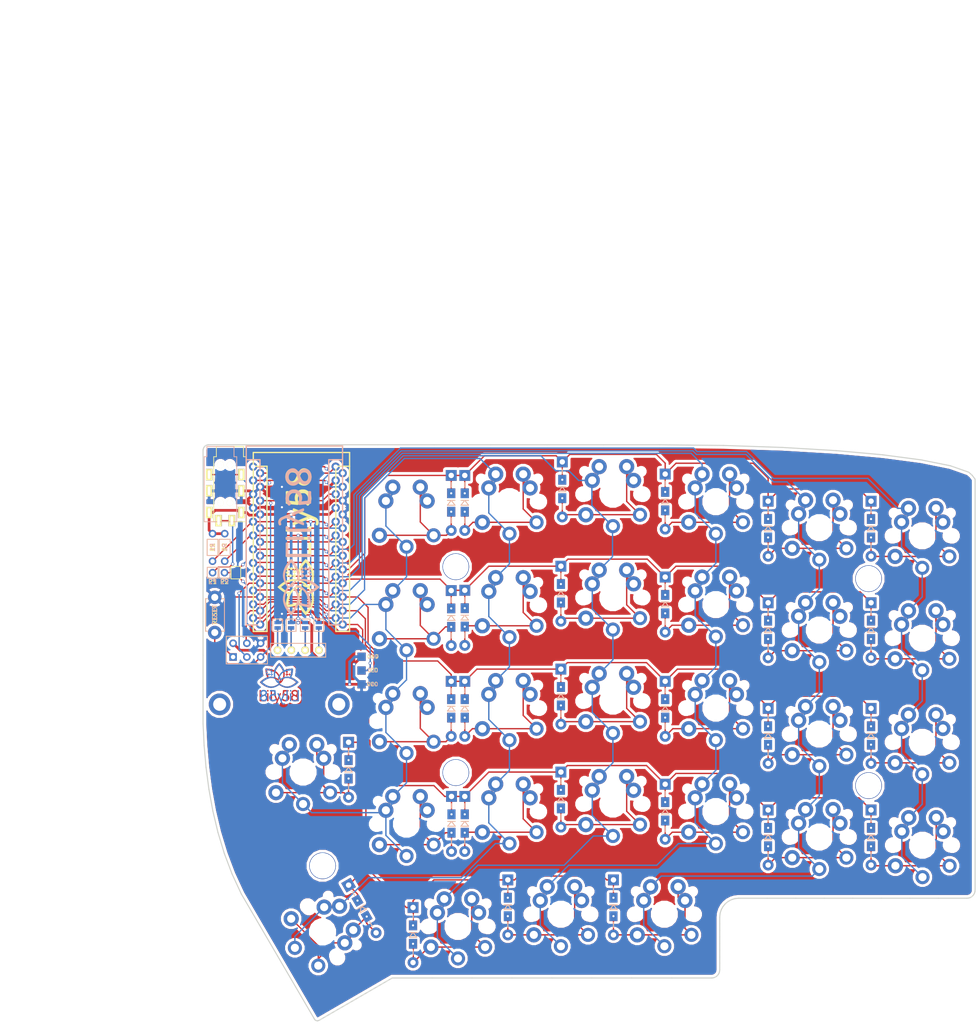
<source format=kicad_pcb>
(kicad_pcb (version 20171130) (host pcbnew "(5.1.6)-1")
  (layers (0 F.Cu signal) (31 B.Cu signal) (34 B.Paste user) (35 F.Paste user) (36 B.SilkS user) (37 F.SilkS user) (38 B.Mask user) (39 F.Mask user) (44 Edge.Cuts user))
  (net 0 "")
  (net 1 "Net-(D1-Pad2)")
  (net 2 row4)
  (net 3 "Net-(D2-Pad2)")
  (net 4 "Net-(D3-Pad2)")
  (net 5 row0)
  (net 6 "Net-(D4-Pad2)")
  (net 7 row1)
  (net 8 "Net-(D5-Pad2)")
  (net 9 row2)
  (net 10 "Net-(D6-Pad2)")
  (net 11 row3)
  (net 12 "Net-(D7-Pad2)")
  (net 13 "Net-(D8-Pad2)")
  (net 14 "Net-(D9-Pad2)")
  (net 15 "Net-(D10-Pad2)")
  (net 16 "Net-(D11-Pad2)")
  (net 17 "Net-(D12-Pad2)")
  (net 18 "Net-(D13-Pad2)")
  (net 19 "Net-(D14-Pad2)")
  (net 20 "Net-(D15-Pad2)")
  (net 21 "Net-(D16-Pad2)")
  (net 22 "Net-(D17-Pad2)")
  (net 23 "Net-(D18-Pad2)")
  (net 24 "Net-(D19-Pad2)")
  (net 25 "Net-(D20-Pad2)")
  (net 26 "Net-(D21-Pad2)")
  (net 27 "Net-(D22-Pad2)")
  (net 28 "Net-(D23-Pad2)")
  (net 29 "Net-(D24-Pad2)")
  (net 30 "Net-(D25-Pad2)")
  (net 31 "Net-(D26-Pad2)")
  (net 32 "Net-(D27-Pad2)")
  (net 33 "Net-(D28-Pad2)")
  (net 34 VCC)
  (net 35 GND)
  (net 36 col0)
  (net 37 col1)
  (net 38 col2)
  (net 39 col3)
  (net 40 col4)
  (net 41 col5)
  (net 42 SDA)
  (net 43 LED)
  (net 44 SCL)
  (net 45 RESET)
  (net 46 "Net-(D29-Pad2)")
  (net 47 "Net-(U1-Pad24)")
  (net 48 "Net-(U1-Pad20)")
  (net 49 "Net-(U1-Pad19)")
  (net 50 "Net-(U1-Pad7)")
  (net 51 DATA)
  (net 52 "Net-(J2-Pad4)")
  (net 53 "Net-(J2-Pad3)")
  (net 54 "Net-(JP1-Pad1)")
  (net 55 "Net-(JP2-Pad1)")
  (net 56 "Net-(JP3-Pad1)")
  (net 57 "Net-(JP4-Pad1)")
  (module Lily58-footprint:MJ-4PP-9 (layer F.Cu) (at 87.9 39.3)
    (fp_text reference J2 hide)
    (fp_text value 4PIN hide)
    (pad "" np_thru_hole circle (at -1.75 8.5) (size 1.2 1.2) (drill 1.2) (layers *.Cu *.Mask F.SilkS))
    (pad "" np_thru_hole circle (at -1.75 1.5) (size 1.2 1.2) (drill 1.2) (layers *.Cu *.Mask F.SilkS))
    (pad 1 thru_hole rect (at -3.85 10.3) (size 1.2 2.1) (drill oval 0.5 1.6) (layers *.Cu *.Mask F.SilkS) (net 34 VCC) (clearance 0.15))
    (pad 4 thru_hole rect (at 0.35 11.8) (size 1.2 2.1) (drill oval 0.5 1.6) (layers *.Cu *.Mask F.SilkS) (net 52 "Net-(J2-Pad4)") (clearance 0.15))
    (pad 3 thru_hole rect (at -3.85 3.3) (size 1.2 2.1) (drill oval 0.5 1.6) (layers *.Cu *.Mask F.SilkS) (net 53 "Net-(J2-Pad3)") (clearance 0.15))
    (pad 2 thru_hole rect (at -3.85 6.3) (size 1.2 2.1) (drill oval 0.5 1.6) (layers *.Cu *.Mask F.SilkS) (net 35 GND) (clearance 0.15))
    (pad "" np_thru_hole circle (at 0 1.5) (size 1.2 1.2) (drill 1.2) (layers *.Cu *.Mask F.SilkS))
    (pad "" np_thru_hole circle (at 0 8.5) (size 1.2 1.2) (drill 1.2) (layers *.Cu *.Mask F.SilkS))
    (pad 3 thru_hole rect (at 2.1 3.3) (size 1.2 2.1) (drill oval 0.5 1.6) (layers *.Cu *.Mask F.SilkS) (net 53 "Net-(J2-Pad3)") (clearance 0.15))
    (pad 2 thru_hole rect (at 2.1 6.3) (size 1.2 2.1) (drill oval 0.5 1.6) (layers *.Cu *.Mask F.SilkS) (net 35 GND) (clearance 0.15))
    (pad 1 thru_hole rect (at 2.1 10.3) (size 1.2 2.1) (drill oval 0.5 1.6) (layers *.Cu *.Mask F.SilkS) (net 34 VCC) (clearance 0.15))
    (pad 4 thru_hole rect (at -2.1 11.8) (size 1.2 2.1) (drill oval 0.5 1.6) (layers *.Cu *.Mask F.SilkS) (net 52 "Net-(J2-Pad4)") (clearance 0.15))
  )
  (module Lily58-footprint:lily58_logo_2 (layer F.Cu) (at 97 81.2)
    (fp_text reference G*** hide)
    (fp_text value LOGO hide)
    (fp_poly (pts (xy 1.418714 -2.781746) (xy 1.434649 -2.768201) (xy 1.456095 -2.748275) (xy 1.480912 -2.724136) (xy 1.50696 -2.697952) (xy 1.532101 -2.67189) (xy 1.554194 -2.648117) (xy 1.571101 -2.628803) (xy 1.580681 -2.616113) (xy 1.582057 -2.612854) (xy 1.577145 -2.604365) (xy 1.563828 -2.588107) (xy 1.544241 -2.566258) (xy 1.520514 -2.540996) (xy 1.494781 -2.5145) (xy 1.469172 -2.488948) (xy 1.445822 -2.466519) (xy 1.426862 -2.44939) (xy 1.414424 -2.43974) (xy 1.411288 -2.4384) (xy 1.403998 -2.443303) (xy 1.38839 -2.456882) (xy 1.366299 -2.477438) (xy 1.33956 -2.503275) (xy 1.31746 -2.525197) (xy 1.230889 -2.611994) (xy 1.317187 -2.699368) (xy 1.346078 -2.728223) (xy 1.371693 -2.75306) (xy 1.392215 -2.772176) (xy 1.405826 -2.783869) (xy 1.410428 -2.786743) (xy 1.418714 -2.781746)) (layer F.Cu) (width 0.01))
    (fp_poly (pts (xy 1.822488 -2.810846) (xy 1.838605 -2.797331) (xy 1.860907 -2.777116) (xy 1.887475 -2.75209) (xy 1.91639 -2.724146) (xy 1.945733 -2.695171) (xy 1.973586 -2.667057) (xy 1.998028 -2.641694) (xy 2.017142 -2.620972) (xy 2.029009 -2.606781) (xy 2.032 -2.601501) (xy 2.027061 -2.594184) (xy 2.013509 -2.578756) (xy 1.993243 -2.557112) (xy 1.968165 -2.53115) (xy 1.940173 -2.502766) (xy 1.911167 -2.473856) (xy 1.883046 -2.446316) (xy 1.857711 -2.422043) (xy 1.837061 -2.402933) (xy 1.822995 -2.390883) (xy 1.81773 -2.3876) (xy 1.810614 -2.392518) (xy 1.79498 -2.406239) (xy 1.772486 -2.427213) (xy 1.744786 -2.45389) (xy 1.713535 -2.484721) (xy 1.707149 -2.491105) (xy 1.675685 -2.523145) (xy 1.648082 -2.552246) (xy 1.625897 -2.576685) (xy 1.610686 -2.59474) (xy 1.604006 -2.604687) (xy 1.603829 -2.605502) (xy 1.608829 -2.614157) (xy 1.622527 -2.630726) (xy 1.642972 -2.653259) (xy 1.668213 -2.67981) (xy 1.696298 -2.70843) (xy 1.725275 -2.73717) (xy 1.753193 -2.764084) (xy 1.778101 -2.787222) (xy 1.798047 -2.804638) (xy 1.811079 -2.814382) (xy 1.814474 -2.815771) (xy 1.822488 -2.810846)) (layer F.Cu) (width 0.01))
    (fp_poly (pts (xy 2.316259 -2.854318) (xy 2.33277 -2.840505) (xy 2.355704 -2.819632) (xy 2.383304 -2.793461) (xy 2.413812 -2.763751) (xy 2.445471 -2.732261) (xy 2.476523 -2.700752) (xy 2.505212 -2.670983) (xy 2.529778 -2.644713) (xy 2.548465 -2.623703) (xy 2.559515 -2.609712) (xy 2.561772 -2.605156) (xy 2.556776 -2.596826) (xy 2.542962 -2.580316) (xy 2.52209 -2.557382) (xy 2.495919 -2.529782) (xy 2.466208 -2.499274) (xy 2.434719 -2.467615) (xy 2.403209 -2.436562) (xy 2.37344 -2.407874) (xy 2.347171 -2.383308) (xy 2.326161 -2.364621) (xy 2.31217 -2.35357) (xy 2.307614 -2.351314) (xy 2.299605 -2.356261) (xy 2.283003 -2.370147) (xy 2.25937 -2.391538) (xy 2.230264 -2.419001) (xy 2.197246 -2.4511) (xy 2.175249 -2.472949) (xy 2.141017 -2.507668) (xy 2.110519 -2.539449) (xy 2.085187 -2.566728) (xy 2.066453 -2.587945) (xy 2.055748 -2.601537) (xy 2.053772 -2.605472) (xy 2.058767 -2.613802) (xy 2.072581 -2.630312) (xy 2.093454 -2.653246) (xy 2.119625 -2.680846) (xy 2.149335 -2.711354) (xy 2.180825 -2.743013) (xy 2.212334 -2.774066) (xy 2.242103 -2.802754) (xy 2.268372 -2.82732) (xy 2.289382 -2.846007) (xy 2.303373 -2.857058) (xy 2.30793 -2.859314) (xy 2.316259 -2.854318)) (layer F.Cu) (width 0.01))
    (fp_poly (pts (xy 1.419315 -2.411628) (xy 1.435102 -2.397907) (xy 1.456989 -2.377382) (xy 1.48309 -2.351973) (xy 1.511519 -2.323596) (xy 1.540389 -2.294171) (xy 1.567814 -2.265615) (xy 1.591909 -2.239847) (xy 1.610786 -2.218785) (xy 1.622561 -2.204346) (xy 1.6256 -2.198914) (xy 1.620683 -2.190981) (xy 1.607191 -2.174927) (xy 1.587008 -2.152669) (xy 1.562022 -2.126125) (xy 1.534119 -2.097215) (xy 1.505184 -2.067855) (xy 1.477104 -2.039965) (xy 1.451765 -2.015462) (xy 1.431054 -1.996265) (xy 1.416856 -1.984291) (xy 1.411515 -1.9812) (xy 1.404723 -1.986087) (xy 1.389336 -1.999723) (xy 1.366995 -2.020569) (xy 1.339343 -2.047088) (xy 1.308023 -2.077742) (xy 1.301405 -2.08429) (xy 1.26975 -2.116226) (xy 1.241978 -2.145295) (xy 1.219654 -2.169773) (xy 1.204343 -2.187934) (xy 1.197609 -2.198054) (xy 1.197429 -2.198914) (xy 1.202346 -2.206847) (xy 1.215838 -2.222902) (xy 1.236021 -2.24516) (xy 1.261007 -2.271703) (xy 1.28891 -2.300613) (xy 1.317845 -2.329973) (xy 1.345925 -2.357863) (xy 1.371264 -2.382366) (xy 1.391975 -2.401564) (xy 1.406173 -2.413537) (xy 1.411515 -2.416628) (xy 1.419315 -2.411628)) (layer F.Cu) (width 0.01))
    (fp_poly (pts (xy 2.412968 -2.227975) (xy 2.444769 -2.195711) (xy 2.472714 -2.166365) (xy 2.495258 -2.141642) (xy 2.510855 -2.123248) (xy 2.517959 -2.112889) (xy 2.518229 -2.111825) (xy 2.513229 -2.103132) (xy 2.499532 -2.086527) (xy 2.479088 -2.063958) (xy 2.453849 -2.037375) (xy 2.425765 -2.008727) (xy 2.396788 -1.979964) (xy 2.368869 -1.953035) (xy 2.34396 -1.92989) (xy 2.32401 -1.912478) (xy 2.310972 -1.902748) (xy 2.307584 -1.901371) (xy 2.299366 -1.906309) (xy 2.282718 -1.920093) (xy 2.25934 -1.941177) (xy 2.230936 -1.968016) (xy 2.199208 -1.999064) (xy 2.191625 -2.006632) (xy 2.086552 -2.111893) (xy 2.19713 -2.22247) (xy 2.307707 -2.333048) (xy 2.412968 -2.227975)) (layer F.Cu) (width 0.01))
    (fp_poly (pts (xy 2.316339 -1.867433) (xy 2.332458 -1.854126) (xy 2.354185 -1.834553) (xy 2.379347 -1.810846) (xy 2.405768 -1.785139) (xy 2.431274 -1.759563) (xy 2.45369 -1.73625) (xy 2.470842 -1.717332) (xy 2.480554 -1.704942) (xy 2.481943 -1.701795) (xy 2.477103 -1.694889) (xy 2.463959 -1.679952) (xy 2.444575 -1.659089) (xy 2.421016 -1.634409) (xy 2.395345 -1.608018) (xy 2.369626 -1.582023) (xy 2.345923 -1.558531) (xy 2.326301 -1.53965) (xy 2.312824 -1.527485) (xy 2.307772 -1.524) (xy 2.301622 -1.528881) (xy 2.287047 -1.542389) (xy 2.26582 -1.562825) (xy 2.239713 -1.588489) (xy 2.218758 -1.60938) (xy 2.190385 -1.638245) (xy 2.166018 -1.66383) (xy 2.147365 -1.684278) (xy 2.136133 -1.69773) (xy 2.1336 -1.702027) (xy 2.138619 -1.710227) (xy 2.152222 -1.726035) (xy 2.172232 -1.747324) (xy 2.196468 -1.771967) (xy 2.222751 -1.797834) (xy 2.248904 -1.822798) (xy 2.272746 -1.844732) (xy 2.292099 -1.861507) (xy 2.304783 -1.870995) (xy 2.308004 -1.872343) (xy 2.316339 -1.867433)) (layer F.Cu) (width 0.01))
    (fp_poly (pts (xy 1.913116 -1.917225) (xy 1.922787 -1.909656) (xy 1.939958 -1.894004) (xy 1.962722 -1.872204) (xy 1.989169 -1.846194) (xy 2.01739 -1.817907) (xy 2.045477 -1.789281) (xy 2.071521 -1.76225) (xy 2.093613 -1.73875) (xy 2.109843 -1.720717) (xy 2.118304 -1.710087) (xy 2.119086 -1.708361) (xy 2.114077 -1.700582) (xy 2.100331 -1.684834) (xy 2.07977 -1.663002) (xy 2.054319 -1.636967) (xy 2.025899 -1.608614) (xy 1.996433 -1.579824) (xy 1.967844 -1.552482) (xy 1.942055 -1.528469) (xy 1.920989 -1.509668) (xy 1.906568 -1.497964) (xy 1.901184 -1.494971) (xy 1.892884 -1.499906) (xy 1.876217 -1.51365) (xy 1.85294 -1.534617) (xy 1.824811 -1.561217) (xy 1.793589 -1.591864) (xy 1.790603 -1.594851) (xy 1.759721 -1.62633) (xy 1.732731 -1.65487) (xy 1.711217 -1.67871) (xy 1.696764 -1.696089) (xy 1.690959 -1.705246) (xy 1.690915 -1.705616) (xy 1.695852 -1.713848) (xy 1.709628 -1.7305) (xy 1.730691 -1.75386) (xy 1.757487 -1.782216) (xy 1.788464 -1.813855) (xy 1.795188 -1.820589) (xy 1.831119 -1.856213) (xy 1.858408 -1.882553) (xy 1.878481 -1.900778) (xy 1.892764 -1.912057) (xy 1.902684 -1.91756) (xy 1.909668 -1.918454) (xy 1.913116 -1.917225)) (layer F.Cu) (width 0.01))
    (fp_poly (pts (xy 1.421348 -1.954371) (xy 1.439163 -1.940401) (xy 1.463159 -1.919324) (xy 1.491532 -1.892945) (xy 1.522479 -1.863069) (xy 1.554195 -1.8315) (xy 1.584877 -1.800044) (xy 1.612721 -1.770505) (xy 1.635924 -1.744688) (xy 1.652681 -1.724399) (xy 1.66119 -1.711442) (xy 1.661886 -1.708897) (xy 1.656909 -1.699901) (xy 1.643144 -1.682726) (xy 1.622343 -1.659149) (xy 1.596257 -1.630948) (xy 1.566636 -1.599901) (xy 1.535233 -1.567785) (xy 1.503796 -1.53638) (xy 1.474079 -1.507462) (xy 1.447831 -1.482809) (xy 1.426804 -1.464199) (xy 1.412748 -1.45341) (xy 1.408305 -1.451428) (xy 1.400403 -1.456351) (xy 1.38389 -1.470155) (xy 1.36035 -1.49139) (xy 1.33137 -1.518608) (xy 1.298535 -1.55036) (xy 1.279575 -1.569064) (xy 1.245428 -1.603387) (xy 1.214748 -1.634992) (xy 1.189065 -1.662239) (xy 1.169911 -1.68349) (xy 1.158814 -1.697104) (xy 1.156731 -1.700639) (xy 1.157392 -1.707365) (xy 1.163318 -1.717955) (xy 1.175496 -1.73355) (xy 1.194914 -1.755292) (xy 1.222559 -1.784326) (xy 1.259419 -1.821792) (xy 1.274574 -1.837003) (xy 1.317749 -1.879601) (xy 1.353658 -1.913703) (xy 1.381675 -1.938748) (xy 1.401174 -1.954176) (xy 1.411517 -1.959428) (xy 1.421348 -1.954371)) (layer F.Cu) (width 0.01))
    (fp_poly (pts (xy 0.078092 -3.748263) (xy 0.237453 -3.575434) (xy 0.386427 -3.392484) (xy 0.524948 -3.19949) (xy 0.548489 -3.164114) (xy 0.656724 -2.98901) (xy 0.750642 -2.814569) (xy 0.83023 -2.640857) (xy 0.895475 -2.467939) (xy 0.946363 -2.29588) (xy 0.98288 -2.124745) (xy 1.005013 -1.9546) (xy 1.012748 -1.785509) (xy 1.006072 -1.617539) (xy 0.98497 -1.450753) (xy 0.949431 -1.285218) (xy 0.943993 -1.264693) (xy 0.935685 -1.233985) (xy 0.864316 -1.211813) (xy 0.825821 -1.199395) (xy 0.784696 -1.185396) (xy 0.747902 -1.172208) (xy 0.736557 -1.167926) (xy 0.710323 -1.158407) (xy 0.689601 -1.151981) (xy 0.677785 -1.149658) (xy 0.676399 -1.149982) (xy 0.676674 -1.158133) (xy 0.680561 -1.176823) (xy 0.687318 -1.20275) (xy 0.691518 -1.217319) (xy 0.729788 -1.368959) (xy 0.754242 -1.520192) (xy 0.764833 -1.671442) (xy 0.761512 -1.823133) (xy 0.74423 -1.975688) (xy 0.71294 -2.12953) (xy 0.667593 -2.285083) (xy 0.608141 -2.44277) (xy 0.534535 -2.603016) (xy 0.532958 -2.60617) (xy 0.493733 -2.682587) (xy 0.456381 -2.750847) (xy 0.417788 -2.816314) (xy 0.37484 -2.884351) (xy 0.345938 -2.928257) (xy 0.276796 -3.027892) (xy 0.201006 -3.129752) (xy 0.122143 -3.229243) (xy 0.043777 -3.321775) (xy 0.012809 -3.356428) (xy -0.020192 -3.392714) (xy -0.036297 -3.3782) (xy -0.050449 -3.363876) (xy -0.071852 -3.340211) (xy -0.098778 -3.309267) (xy -0.129496 -3.273104) (xy -0.162278 -3.233784) (xy -0.195392 -3.193368) (xy -0.22711 -3.153916) (xy -0.255702 -3.117491) (xy -0.262522 -3.108624) (xy -0.331453 -3.014616) (xy -0.400239 -2.913451) (xy -0.465221 -2.810703) (xy -0.521506 -2.714171) (xy -0.543533 -2.673297) (xy -0.566606 -2.62835) (xy -0.589898 -2.58117) (xy -0.61258 -2.533596) (xy -0.633826 -2.487467) (xy -0.652808 -2.444622) (xy -0.668697 -2.406902) (xy -0.680667 -2.376144) (xy -0.68789 -2.354189) (xy -0.689537 -2.342875) (xy -0.689006 -2.341943) (xy -0.682045 -2.337037) (xy -0.665794 -2.325755) (xy -0.642919 -2.309945) (xy -0.624114 -2.296981) (xy -0.492716 -2.197747) (xy -0.370449 -2.087318) (xy -0.257293 -1.965665) (xy -0.153229 -1.832762) (xy -0.058238 -1.688581) (xy 0.027699 -1.533096) (xy 0.104601 -1.366278) (xy 0.172488 -1.188101) (xy 0.188841 -1.139371) (xy 0.2029 -1.095706) (xy 0.216013 -1.053852) (xy 0.227224 -1.016944) (xy 0.235578 -0.988118) (xy 0.239609 -0.972785) (xy 0.244495 -0.949793) (xy 0.245199 -0.936682) (xy 0.241427 -0.929348) (xy 0.236232 -0.925613) (xy 0.225568 -0.918954) (xy 0.205448 -0.906154) (xy 0.178601 -0.888959) (xy 0.147758 -0.869113) (xy 0.142623 -0.8658) (xy 0.112477 -0.8469) (xy 0.086769 -0.831824) (xy 0.067864 -0.821883) (xy 0.058127 -0.818386) (xy 0.057434 -0.818629) (xy 0.053771 -0.82752) (xy 0.047625 -0.846943) (xy 0.040087 -0.873359) (xy 0.036852 -0.885371) (xy -0.010296 -1.043231) (xy -0.066363 -1.19516) (xy -0.130692 -1.339967) (xy -0.202624 -1.476463) (xy -0.2815 -1.603456) (xy -0.366663 -1.719757) (xy -0.457452 -1.824176) (xy -0.513158 -1.87951) (xy -0.632074 -1.98128) (xy -0.761849 -2.073745) (xy -0.902527 -2.156921) (xy -1.054154 -2.230826) (xy -1.216775 -2.295474) (xy -1.390436 -2.350883) (xy -1.57518 -2.39707) (xy -1.771055 -2.434049) (xy -1.978104 -2.461839) (xy -2.165406 -2.478418) (xy -2.229869 -2.482856) (xy -2.224829 -2.400757) (xy -2.205247 -2.180459) (xy -2.174058 -1.968746) (xy -2.131221 -1.765436) (xy -2.076693 -1.570344) (xy -2.010433 -1.383287) (xy -1.975468 -1.298651) (xy -1.961176 -1.265617) (xy -1.864145 -1.281947) (xy -1.699162 -1.302736) (xy -1.533849 -1.30957) (xy -1.367979 -1.302401) (xy -1.201324 -1.28118) (xy -1.033654 -1.245857) (xy -0.864743 -1.196384) (xy -0.694361 -1.132712) (xy -0.52228 -1.054792) (xy -0.348273 -0.962575) (xy -0.332609 -0.953629) (xy -0.290312 -0.928795) (xy -0.245647 -0.901635) (xy -0.200663 -0.873489) (xy -0.15741 -0.845697) (xy -0.117937 -0.819599) (xy -0.084293 -0.796534) (xy -0.058527 -0.777843) (xy -0.042687 -0.764863) (xy -0.040505 -0.762653) (xy -0.034204 -0.754723) (xy -0.032838 -0.747322) (xy -0.037659 -0.737341) (xy -0.049918 -0.721673) (xy -0.06331 -0.705987) (xy -0.086219 -0.67794) (xy -0.109796 -0.646818) (xy -0.126618 -0.622786) (xy -0.15381 -0.581543) (xy -0.220993 -0.628059) (xy -0.358992 -0.717374) (xy -0.502026 -0.79805) (xy -0.648322 -0.869374) (xy -0.796109 -0.930631) (xy -0.943613 -0.981105) (xy -1.089064 -1.020083) (xy -1.23069 -1.04685) (xy -1.273628 -1.052567) (xy -1.329853 -1.057413) (xy -1.395797 -1.060096) (xy -1.466835 -1.06066) (xy -1.538338 -1.059146) (xy -1.605683 -1.055597) (xy -1.664241 -1.050056) (xy -1.673221 -1.048888) (xy -1.828826 -1.020701) (xy -1.986462 -0.978541) (xy -2.14551 -0.922702) (xy -2.305349 -0.85348) (xy -2.46536 -0.771172) (xy -2.624924 -0.676073) (xy -2.78342 -0.568478) (xy -2.940229 -0.448685) (xy -2.954243 -0.437311) (xy -2.989713 -0.408064) (xy -3.025558 -0.377957) (xy -3.058295 -0.349949) (xy -3.084443 -0.327002) (xy -3.091543 -0.320577) (xy -3.138714 -0.277352) (xy -3.120571 -0.257535) (xy -3.093013 -0.229962) (xy -3.055232 -0.195885) (xy -3.009125 -0.156786) (xy -2.956587 -0.114146) (xy -2.899516 -0.069448) (xy -2.839808 -0.024173) (xy -2.779359 0.020196) (xy -2.720067 0.062179) (xy -2.663827 0.100293) (xy -2.656114 0.105361) (xy -2.505598 0.198671) (xy -2.35881 0.27899) (xy -2.214321 0.346897) (xy -2.070706 0.40297) (xy -1.926536 0.447787) (xy -1.780385 0.481926) (xy -1.685872 0.498329) (xy -1.631307 0.504546) (xy -1.566449 0.508662) (xy -1.495366 0.510683) (xy -1.422125 0.510612) (xy -1.350793 0.508454) (xy -1.28544 0.504211) (xy -1.230131 0.497888) (xy -1.230085 0.497881) (xy -1.074248 0.467633) (xy -0.916109 0.423613) (xy -0.756602 0.366201) (xy -0.596661 0.295775) (xy -0.43722 0.212711) (xy -0.279213 0.11739) (xy -0.261505 0.105874) (xy -0.201811 0.06412) (xy -0.154119 0.024568) (xy -0.11649 -0.014613) (xy -0.086982 -0.055252) (xy -0.082232 -0.06312) (xy -0.057692 -0.114616) (xy -0.038673 -0.17393) (xy -0.027063 -0.234824) (xy -0.025473 -0.250371) (xy -0.020011 -0.305733) (xy -0.013157 -0.350465) (xy -0.004008 -0.388443) (xy 0.008337 -0.423545) (xy 0.021802 -0.453571) (xy 0.0395 -0.486217) (xy 0.060499 -0.51928) (xy 0.08069 -0.546366) (xy 0.083588 -0.549737) (xy 0.100765 -0.566672) (xy 0.124906 -0.587141) (xy 0.153748 -0.609587) (xy 0.185025 -0.632447) (xy 0.216474 -0.654163) (xy 0.245829 -0.673174) (xy 0.270826 -0.68792) (xy 0.289201 -0.696842) (xy 0.298689 -0.698378) (xy 0.298995 -0.698136) (xy 0.303347 -0.686558) (xy 0.306633 -0.66367) (xy 0.308794 -0.632641) (xy 0.309774 -0.596638) (xy 0.309515 -0.558831) (xy 0.307959 -0.522388) (xy 0.305051 -0.490478) (xy 0.303004 -0.476836) (xy 0.292858 -0.420273) (xy 0.309234 -0.440551) (xy 0.323794 -0.460468) (xy 0.343881 -0.490605) (xy 0.36799 -0.528483) (xy 0.394614 -0.571626) (xy 0.422243 -0.617559) (xy 0.449372 -0.663805) (xy 0.474494 -0.707886) (xy 0.4961 -0.747328) (xy 0.497115 -0.749235) (xy 0.547915 -0.844868) (xy 0.619087 -0.87664) (xy 0.651372 -0.890667) (xy 0.687309 -0.905655) (xy 0.724408 -0.920641) (xy 0.760177 -0.93466) (xy 0.792124 -0.94675) (xy 0.817759 -0.955947) (xy 0.834589 -0.961288) (xy 0.840096 -0.962095) (xy 0.838993 -0.953818) (xy 0.83191 -0.934555) (xy 0.819731 -0.906106) (xy 0.803342 -0.870272) (xy 0.783628 -0.828854) (xy 0.761473 -0.783653) (xy 0.737764 -0.73647) (xy 0.713384 -0.689106) (xy 0.68922 -0.643362) (xy 0.666156 -0.601039) (xy 0.645078 -0.563938) (xy 0.641024 -0.557041) (xy 0.589606 -0.472367) (xy 0.542438 -0.399781) (xy 0.498246 -0.337952) (xy 0.455757 -0.285545) (xy 0.413697 -0.241227) (xy 0.370792 -0.203666) (xy 0.32577 -0.171528) (xy 0.277356 -0.14348) (xy 0.224277 -0.118188) (xy 0.220083 -0.11637) (xy 0.190623 -0.103428) (xy 0.171522 -0.093645) (xy 0.159776 -0.084507) (xy 0.152385 -0.073503) (xy 0.146345 -0.058119) (xy 0.144684 -0.053265) (xy 0.13508 -0.027333) (xy 0.124899 -0.003255) (xy 0.12099 0.004846) (xy 0.11395 0.02057) (xy 0.114981 0.03047) (xy 0.124906 0.041297) (xy 0.125501 0.041846) (xy 0.137384 0.051165) (xy 0.158724 0.066361) (xy 0.186739 0.085507) (xy 0.218646 0.106677) (xy 0.22666 0.1119) (xy 0.389471 0.2107) (xy 0.552946 0.296137) (xy 0.716562 0.368002) (xy 0.879796 0.426086) (xy 1.042127 0.470177) (xy 1.186543 0.497651) (xy 1.237438 0.503557) (xy 1.298306 0.507783) (xy 1.365168 0.510292) (xy 1.434046 0.511045) (xy 1.500959 0.510007) (xy 1.561929 0.507139) (xy 1.612977 0.502404) (xy 1.618343 0.501695) (xy 1.780901 0.472295) (xy 1.944447 0.428745) (xy 2.108243 0.371306) (xy 2.271552 0.300241) (xy 2.433637 0.21581) (xy 2.450096 0.206444) (xy 2.541078 0.151715) (xy 2.636029 0.089946) (xy 2.731929 0.023346) (xy 2.825759 -0.045875) (xy 2.914501 -0.115506) (xy 2.995135 -0.183338) (xy 3.048 -0.231255) (xy 3.095172 -0.275682) (xy 3.058886 -0.309517) (xy 3.026193 -0.338962) (xy 2.985032 -0.374453) (xy 2.938575 -0.413371) (xy 2.889997 -0.453095) (xy 2.842472 -0.491006) (xy 2.799175 -0.524484) (xy 2.790372 -0.531115) (xy 2.633833 -0.641692) (xy 2.475693 -0.740354) (xy 2.316813 -0.82668) (xy 2.158055 -0.90025) (xy 2.000282 -0.960645) (xy 1.844355 -1.007445) (xy 1.781128 -1.022612) (xy 1.685335 -1.040202) (xy 1.582178 -1.052591) (xy 1.476015 -1.059571) (xy 1.371203 -1.060938) (xy 1.2721 -1.056484) (xy 1.208067 -1.04974) (xy 1.148355 -1.040406) (xy 1.083138 -1.0281) (xy 1.017336 -1.013887) (xy 0.955864 -0.998832) (xy 0.903641 -0.984003) (xy 0.900997 -0.983171) (xy 0.874217 -0.974998) (xy 0.858649 -0.971349) (xy 0.851794 -0.971984) (xy 0.851154 -0.976664) (xy 0.851675 -0.978447) (xy 0.855249 -0.989046) (xy 0.86268 -1.01089) (xy 0.873119 -1.041497) (xy 0.88572 -1.07838) (xy 0.897286 -1.112193) (xy 0.911531 -1.154782) (xy 0.922497 -1.18663) (xy 0.932435 -1.209655) (xy 0.943596 -1.225778) (xy 0.958228 -1.236918) (xy 0.978584 -1.244995) (xy 1.006912 -1.251929) (xy 1.045462 -1.259639) (xy 1.077686 -1.266103) (xy 1.248866 -1.294227) (xy 1.419001 -1.307932) (xy 1.587938 -1.307216) (xy 1.755521 -1.292079) (xy 1.886857 -1.269923) (xy 2.049897 -1.230031) (xy 2.215176 -1.176582) (xy 2.381669 -1.110163) (xy 2.548351 -1.03136) (xy 2.714197 -0.94076) (xy 2.878182 -0.838949) (xy 3.03928 -0.726513) (xy 3.196467 -0.604038) (xy 3.348717 -0.472111) (xy 3.45072 -0.375519) (xy 3.552372 -0.275696) (xy 3.439647 -0.165062) (xy 3.292897 -0.028622) (xy 3.139305 0.099677) (xy 2.980247 0.218966) (xy 2.817101 0.328373) (xy 2.651243 0.427029) (xy 2.484049 0.514064) (xy 2.316897 0.588608) (xy 2.151162 0.64979) (xy 2.149541 0.650324) (xy 1.983017 0.698512) (xy 1.81805 0.732965) (xy 1.654064 0.753642) (xy 1.490483 0.760499) (xy 1.326734 0.753496) (xy 1.16224 0.732592) (xy 0.996426 0.697743) (xy 0.828717 0.648908) (xy 0.658538 0.586047) (xy 0.537029 0.533397) (xy 0.461836 0.497224) (xy 0.382193 0.455922) (xy 0.301149 0.411261) (xy 0.22175 0.36501) (xy 0.147045 0.31894) (xy 0.08008 0.27482) (xy 0.029276 0.23849) (xy 0.002614 0.219055) (xy -0.015546 0.208023) (xy -0.027882 0.204543) (xy -0.037074 0.207766) (xy -0.044388 0.215104) (xy -0.05387 0.223386) (xy -0.072949 0.237761) (xy -0.099072 0.256377) (xy -0.129687 0.277384) (xy -0.137805 0.282834) (xy -0.305053 0.387951) (xy -0.473051 0.480397) (xy -0.641268 0.560012) (xy -0.809176 0.626638) (xy -0.976245 0.680115) (xy -1.141948 0.720284) (xy -1.305754 0.746985) (xy -1.467135 0.760058) (xy -1.625562 0.759346) (xy -1.7018 0.75393) (xy -1.871254 0.731003) (xy -2.042236 0.693861) (xy -2.21431 0.642671) (xy -2.387043 0.577598) (xy -2.560001 0.49881) (xy -2.73275 0.406472) (xy -2.904856 0.300751) (xy -2.933775 0.281622) (xy -3.042975 0.205483) (xy -3.153607 0.122392) (xy -3.262414 0.035018) (xy -3.366138 -0.053974) (xy -3.461521 -0.141916) (xy -3.512457 -0.192119) (xy -3.595914 -0.276729) (xy -3.486835 -0.383293) (xy -3.335802 -0.522998) (xy -3.177728 -0.6542) (xy -3.014009 -0.776002) (xy -2.846043 -0.887504) (xy -2.675224 -0.987809) (xy -2.502951 -1.076018) (xy -2.330619 -1.151232) (xy -2.240459 -1.185262) (xy -2.234063 -1.188861) (xy -2.232847 -1.19552) (xy -2.237377 -1.208442) (xy -2.248218 -1.230828) (xy -2.248678 -1.231743) (xy -2.263846 -1.264175) (xy -2.282274 -1.307249) (xy -2.302735 -1.357802) (xy -2.324001 -1.412672) (xy -2.344843 -1.468698) (xy -2.364036 -1.522717) (xy -2.379057 -1.567543) (xy -2.428432 -1.737874) (xy -2.46996 -1.917378) (xy -2.503125 -2.102701) (xy -2.527408 -2.290488) (xy -2.542291 -2.477383) (xy -2.547257 -2.657168) (xy -2.547257 -2.801257) (xy -2.418443 -2.801227) (xy -2.246507 -2.79667) (xy -2.071305 -2.78338) (xy -1.895135 -2.76181) (xy -1.720294 -2.732416) (xy -1.54908 -2.695651) (xy -1.383791 -2.65197) (xy -1.226724 -2.601827) (xy -1.080177 -2.545677) (xy -1.041281 -2.528913) (xy -1.007997 -2.51431) (xy -0.979098 -2.501862) (xy -0.957385 -2.492757) (xy -0.945659 -2.488187) (xy -0.944877 -2.487951) (xy -0.93795 -2.493417) (xy -0.927609 -2.51158) (xy -0.914509 -2.541202) (xy -0.90781 -2.558143) (xy -0.832658 -2.73553) (xy -0.743847 -2.912444) (xy -0.642211 -3.087624) (xy -0.528585 -3.259805) (xy -0.403803 -3.427726) (xy -0.268698 -3.590124) (xy -0.124106 -3.745735) (xy -0.121571 -3.748314) (xy -0.021617 -3.849914) (xy 0.078092 -3.748263)) (layer F.Cu) (width 0.01))
    (fp_poly (pts (xy -2.090489 1.162223) (xy -2.060579 1.163924) (xy -2.041134 1.16659) (xy -2.028107 1.171538) (xy -2.017453 1.180084) (xy -2.009558 1.188556) (xy -2.000823 1.198791) (xy -1.994908 1.208369) (xy -1.991264 1.220278) (xy -1.989341 1.237506) (xy -1.988588 1.263043) (xy -1.988457 1.299877) (xy -1.988457 1.303249) (xy -1.989034 1.33932) (xy -1.990606 1.371025) (xy -1.992937 1.395033) (xy -1.99579 1.408012) (xy -1.995929 1.408288) (xy -2.010359 1.425057) (xy -2.033673 1.436242) (xy -2.067609 1.442389) (xy -2.109654 1.444065) (xy -2.142504 1.442961) (xy -2.170466 1.440088) (xy -2.189209 1.435928) (xy -2.191657 1.434892) (xy -2.210017 1.421795) (xy -2.222739 1.402495) (xy -2.230447 1.374928) (xy -2.233759 1.337027) (xy -2.233591 1.2954) (xy -2.23049 1.247041) (xy -2.223294 1.211333) (xy -2.210195 1.186597) (xy -2.189389 1.171153) (xy -2.15907 1.16332) (xy -2.117432 1.161417) (xy -2.090489 1.162223)) (layer F.Cu) (width 0.01))
    (fp_poly (pts (xy -2.099347 1.742825) (xy -2.069088 1.744379) (xy -2.049378 1.746851) (xy -2.036255 1.751501) (xy -2.025758 1.759588) (xy -2.01689 1.769043) (xy -1.995714 1.792743) (xy -1.995714 3.185657) (xy -2.01689 3.209357) (xy -2.028101 3.221028) (xy -2.038776 3.228197) (xy -2.052912 3.232118) (xy -2.074506 3.234044) (xy -2.098533 3.234949) (xy -2.141248 3.234519) (xy -2.171617 3.23002) (xy -2.182857 3.226114) (xy -2.19027 3.222918) (xy -2.196824 3.219822) (xy -2.202571 3.215963) (xy -2.207565 3.210477) (xy -2.211858 3.2025) (xy -2.215503 3.191169) (xy -2.218553 3.175619) (xy -2.22106 3.154987) (xy -2.223079 3.128409) (xy -2.224661 3.095021) (xy -2.225859 3.05396) (xy -2.226726 3.004362) (xy -2.227316 2.945362) (xy -2.22768 2.876098) (xy -2.227872 2.795706) (xy -2.227945 2.703321) (xy -2.227951 2.59808) (xy -2.227943 2.4892) (xy -2.227951 2.371608) (xy -2.22794 2.267661) (xy -2.227858 2.176493) (xy -2.227655 2.097233) (xy -2.227277 2.029015) (xy -2.226673 1.970969) (xy -2.225791 1.922228) (xy -2.22458 1.881923) (xy -2.222987 1.849186) (xy -2.220961 1.823149) (xy -2.21845 1.802943) (xy -2.215402 1.787699) (xy -2.211765 1.776551) (xy -2.207488 1.768629) (xy -2.202519 1.763065) (xy -2.196805 1.758991) (xy -2.190295 1.755538) (xy -2.183971 1.752379) (xy -2.166714 1.745901) (xy -2.144306 1.742714) (xy -2.112823 1.742372) (xy -2.099347 1.742825)) (layer F.Cu) (width 0.01))
    (fp_poly (pts (xy -3.493894 1.162254) (xy -3.462656 1.164125) (xy -3.441948 1.167249) (xy -3.42779 1.172639) (xy -3.416199 1.181314) (xy -3.415055 1.182376) (xy -3.399942 1.202035) (xy -3.389319 1.225202) (xy -3.389115 1.225918) (xy -3.387953 1.237468) (xy -3.386883 1.263198) (xy -3.38591 1.302776) (xy -3.385034 1.355868) (xy -3.38426 1.422141) (xy -3.383589 1.501263) (xy -3.383024 1.592899) (xy -3.382568 1.696716) (xy -3.382224 1.812382) (xy -3.381994 1.939563) (xy -3.381881 2.077925) (xy -3.381869 2.135252) (xy -3.381828 3.018647) (xy -2.93565 3.020624) (xy -2.489472 3.0226) (xy -2.46575 3.046324) (xy -2.45343 3.059618) (xy -2.44633 3.071774) (xy -2.44302 3.087426) (xy -2.442069 3.111211) (xy -2.442028 3.123198) (xy -2.444158 3.162943) (xy -2.451316 3.191395) (xy -2.46466 3.211251) (xy -2.485347 3.225206) (xy -2.485904 3.225472) (xy -2.49805 3.227798) (xy -2.523219 3.229882) (xy -2.559984 3.231723) (xy -2.60692 3.233322) (xy -2.6626 3.234678) (xy -2.725599 3.235792) (xy -2.79449 3.236664) (xy -2.867847 3.237294) (xy -2.944245 3.237683) (xy -3.022257 3.23783) (xy -3.100457 3.237736) (xy -3.177419 3.237401) (xy -3.251717 3.236826) (xy -3.321925 3.236009) (xy -3.386616 3.234953) (xy -3.444366 3.233656) (xy -3.493747 3.232119) (xy -3.533334 3.230342) (xy -3.5617 3.228326) (xy -3.57742 3.22607) (xy -3.579494 3.225326) (xy -3.585363 3.22242) (xy -3.590657 3.21991) (xy -3.595406 3.217073) (xy -3.59964 3.213184) (xy -3.603387 3.20752) (xy -3.606678 3.199356) (xy -3.609542 3.187969) (xy -3.612009 3.172635) (xy -3.614107 3.15263) (xy -3.615867 3.12723) (xy -3.617318 3.09571) (xy -3.618489 3.057348) (xy -3.619411 3.01142) (xy -3.620111 2.9572) (xy -3.620621 2.893966) (xy -3.620969 2.820994) (xy -3.621185 2.737559) (xy -3.621299 2.642938) (xy -3.621339 2.536406) (xy -3.621336 2.417241) (xy -3.621319 2.284717) (xy -3.621314 2.198915) (xy -3.621328 2.057983) (xy -3.621349 1.930843) (xy -3.621345 1.816771) (xy -3.621285 1.715043) (xy -3.621138 1.624937) (xy -3.620871 1.54573) (xy -3.620455 1.476697) (xy -3.619856 1.417116) (xy -3.619045 1.366264) (xy -3.617988 1.323417) (xy -3.616656 1.287853) (xy -3.615016 1.258848) (xy -3.613037 1.235679) (xy -3.610688 1.217623) (xy -3.607937 1.203956) (xy -3.604752 1.193956) (xy -3.601103 1.186898) (xy -3.596958 1.182061) (xy -3.592285 1.178721) (xy -3.587053 1.176154) (xy -3.58123 1.173638) (xy -3.576648 1.171448) (xy -3.558925 1.165031) (xy -3.53516 1.16201) (xy -3.501579 1.161965) (xy -3.493894 1.162254)) (layer F.Cu) (width 0.01))
    (fp_poly (pts (xy 2.929251 1.141304) (xy 2.993591 1.146052) (xy 3.052515 1.15364) (xy 3.098884 1.163169) (xy 3.192044 1.193582) (xy 3.274312 1.233389) (xy 3.346042 1.282806) (xy 3.407589 1.342052) (xy 3.426156 1.364343) (xy 3.470955 1.432554) (xy 3.502997 1.50644) (xy 3.522409 1.584986) (xy 3.529316 1.667178) (xy 3.523843 1.752003) (xy 3.506116 1.838445) (xy 3.47626 1.925492) (xy 3.434401 2.012128) (xy 3.380664 2.09734) (xy 3.326948 2.166474) (xy 3.288627 2.211647) (xy 3.340396 2.247009) (xy 3.40958 2.30132) (xy 3.468212 2.36208) (xy 3.515135 2.427825) (xy 3.549189 2.497091) (xy 3.557842 2.521857) (xy 3.567692 2.566305) (xy 3.573192 2.619449) (xy 3.574278 2.676118) (xy 3.570887 2.731141) (xy 3.562956 2.779348) (xy 3.561085 2.786743) (xy 3.530519 2.872814) (xy 3.487386 2.952047) (xy 3.432256 3.023769) (xy 3.365704 3.087304) (xy 3.288301 3.141978) (xy 3.234678 3.171344) (xy 3.170316 3.200217) (xy 3.108343 3.221352) (xy 3.044574 3.235713) (xy 2.974824 3.244265) (xy 2.902857 3.247805) (xy 2.859794 3.248283) (xy 2.818044 3.247825) (xy 2.781514 3.246536) (xy 2.754111 3.244522) (xy 2.746975 3.2436) (xy 2.652879 3.223132) (xy 2.561807 3.192273) (xy 2.47696 3.152342) (xy 2.40154 3.10466) (xy 2.391229 3.096915) (xy 2.325087 3.03713) (xy 2.268214 2.96737) (xy 2.222175 2.889946) (xy 2.188538 2.807173) (xy 2.183374 2.789961) (xy 2.175542 2.758293) (xy 2.170543 2.726915) (xy 2.167847 2.691039) (xy 2.166922 2.645879) (xy 2.166908 2.6416) (xy 2.168078 2.610809) (xy 2.453027 2.610809) (xy 2.456105 2.665536) (xy 2.464803 2.714174) (xy 2.467322 2.723002) (xy 2.494276 2.786304) (xy 2.533568 2.844112) (xy 2.583597 2.894977) (xy 2.642763 2.937452) (xy 2.709463 2.970086) (xy 2.757715 2.985762) (xy 2.794013 2.992206) (xy 2.839327 2.995751) (xy 2.88845 2.996396) (xy 2.936177 2.99414) (xy 2.9773 2.988981) (xy 2.991896 2.985809) (xy 3.059484 2.962556) (xy 3.119368 2.930629) (xy 3.170954 2.891388) (xy 3.213646 2.846197) (xy 3.24685 2.796415) (xy 3.26997 2.743407) (xy 3.282412 2.688532) (xy 3.28358 2.633154) (xy 3.272881 2.578635) (xy 3.249718 2.526335) (xy 3.21376 2.477903) (xy 3.192533 2.456421) (xy 3.169132 2.436192) (xy 3.14208 2.416383) (xy 3.109896 2.396162) (xy 3.071101 2.374695) (xy 3.024216 2.351149) (xy 2.967762 2.324694) (xy 2.900259 2.294494) (xy 2.845502 2.270622) (xy 2.697432 2.206569) (xy 2.662703 2.232062) (xy 2.611751 2.275314) (xy 2.564389 2.326613) (xy 2.522953 2.382722) (xy 2.489777 2.440406) (xy 2.467196 2.496427) (xy 2.464098 2.50737) (xy 2.455662 2.556064) (xy 2.453027 2.610809) (xy 2.168078 2.610809) (xy 2.169539 2.572399) (xy 2.178587 2.511227) (xy 2.195291 2.452555) (xy 2.220887 2.390855) (xy 2.224899 2.382392) (xy 2.256135 2.326952) (xy 2.296787 2.269269) (xy 2.34371 2.212997) (xy 2.393758 2.161793) (xy 2.443787 2.119312) (xy 2.462906 2.105703) (xy 2.491041 2.08691) (xy 2.466535 2.069035) (xy 2.451589 2.056701) (xy 2.429648 2.03681) (xy 2.403808 2.012237) (xy 2.38025 1.988966) (xy 2.329332 1.931348) (xy 2.291663 1.873317) (xy 2.266154 1.812219) (xy 2.251713 1.745402) (xy 2.247617 1.6764) (xy 2.529354 1.6764) (xy 2.529967 1.710789) (xy 2.532148 1.735549) (xy 2.536831 1.755553) (xy 2.544954 1.775673) (xy 2.5507 1.787502) (xy 2.575694 1.826157) (xy 2.611715 1.866305) (xy 2.655893 1.905243) (xy 2.70536 1.940265) (xy 2.72528 1.952172) (xy 2.749272 1.964916) (xy 2.781351 1.980726) (xy 2.819309 1.998637) (xy 2.860939 2.017685) (xy 2.904035 2.036904) (xy 2.946389 2.05533) (xy 2.985796 2.071998) (xy 3.020049 2.085944) (xy 3.04694 2.096201) (xy 3.064263 2.101807) (xy 3.06919 2.102529) (xy 3.07802 2.096364) (xy 3.092789 2.081254) (xy 3.110877 2.059976) (xy 3.118622 2.050143) (xy 3.15795 1.992348) (xy 3.192016 1.928994) (xy 3.219532 1.863388) (xy 3.239207 1.798834) (xy 3.249753 1.738638) (xy 3.2512 1.710354) (xy 3.244713 1.641795) (xy 3.225777 1.57988) (xy 3.19518 1.5253) (xy 3.153709 1.478742) (xy 3.102152 1.440897) (xy 3.041296 1.412454) (xy 2.971929 1.394103) (xy 2.894838 1.386532) (xy 2.881086 1.386367) (xy 2.804157 1.391991) (xy 2.7343 1.408508) (xy 2.672511 1.43538) (xy 2.619783 1.47207) (xy 2.57711 1.51804) (xy 2.548564 1.565961) (xy 2.539026 1.588277) (xy 2.533217 1.608637) (xy 2.530281 1.631966) (xy 2.52936 1.663191) (xy 2.529354 1.6764) (xy 2.247617 1.6764) (xy 2.247249 1.670212) (xy 2.247274 1.665515) (xy 2.254747 1.579725) (xy 2.275241 1.499453) (xy 2.308089 1.425386) (xy 2.352625 1.358214) (xy 2.408183 1.298626) (xy 2.474094 1.247311) (xy 2.549692 1.204959) (xy 2.634311 1.172258) (xy 2.727284 1.149898) (xy 2.749588 1.146318) (xy 2.802664 1.141216) (xy 2.86408 1.139619) (xy 2.929251 1.141304)) (layer F.Cu) (width 0.01))
    (fp_poly (pts (xy 1.300995 1.172034) (xy 1.384164 1.17211) (xy 1.454924 1.172349) (xy 1.514327 1.172843) (xy 1.563425 1.173681) (xy 1.603271 1.174957) (xy 1.634916 1.176762) (xy 1.659415 1.179186) (xy 1.677818 1.182321) (xy 1.691179 1.18626) (xy 1.700549 1.191092) (xy 1.706981 1.19691) (xy 1.711528 1.203806) (xy 1.715242 1.211869) (xy 1.717207 1.216589) (xy 1.722865 1.239214) (xy 1.72612 1.270807) (xy 1.726896 1.306008) (xy 1.725117 1.33946) (xy 1.720705 1.365804) (xy 1.7194 1.370038) (xy 1.707544 1.390545) (xy 1.692186 1.405593) (xy 1.686985 1.408578) (xy 1.680091 1.411093) (xy 1.670265 1.413186) (xy 1.656265 1.414907) (xy 1.63685 1.416306) (xy 1.610779 1.41743) (xy 1.576813 1.418331) (xy 1.533709 1.419056) (xy 1.480227 1.419655) (xy 1.415126 1.420178) (xy 1.337165 1.420673) (xy 1.3081 1.420841) (xy 1.236886 1.421365) (xy 1.170268 1.422088) (xy 1.109617 1.422977) (xy 1.056303 1.424003) (xy 1.011697 1.425133) (xy 0.977169 1.426337) (xy 0.95409 1.427583) (xy 0.943831 1.428841) (xy 0.943429 1.429137) (xy 0.942639 1.437549) (xy 0.940392 1.45872) (xy 0.936872 1.490989) (xy 0.932261 1.532694) (xy 0.926745 1.582174) (xy 0.920506 1.637766) (xy 0.914084 1.69466) (xy 0.907415 1.754333) (xy 0.901433 1.80932) (xy 0.896302 1.857986) (xy 0.892188 1.898701) (xy 0.889255 1.92983) (xy 0.88767 1.949742) (xy 0.887568 1.956788) (xy 0.895157 1.955634) (xy 0.911952 1.949758) (xy 0.929613 1.94245) (xy 1.004434 1.917014) (xy 1.086668 1.902242) (xy 1.173929 1.898095) (xy 1.263825 1.904534) (xy 1.35397 1.92152) (xy 1.441974 1.949014) (xy 1.446975 1.950935) (xy 1.518086 1.982949) (xy 1.581342 2.021528) (xy 1.641237 2.069636) (xy 1.673431 2.100284) (xy 1.728936 2.161604) (xy 1.772585 2.223547) (xy 1.806722 2.289734) (xy 1.823006 2.331262) (xy 1.850309 2.429008) (xy 1.863101 2.526887) (xy 1.861381 2.624844) (xy 1.845147 2.722823) (xy 1.82794 2.783115) (xy 1.790891 2.872628) (xy 1.741971 2.954468) (xy 1.682047 3.027919) (xy 1.611986 3.092265) (xy 1.532654 3.14679) (xy 1.44492 3.190778) (xy 1.349649 3.223513) (xy 1.274492 3.240125) (xy 1.224769 3.246216) (xy 1.166737 3.249459) (xy 1.106334 3.249788) (xy 1.049498 3.247132) (xy 1.012987 3.243169) (xy 0.920321 3.223204) (xy 0.82865 3.191173) (xy 0.741008 3.148552) (xy 0.660429 3.096818) (xy 0.589947 3.037449) (xy 0.589643 3.037152) (xy 0.567448 3.014884) (xy 0.553935 2.998875) (xy 0.546993 2.985677) (xy 0.544513 2.971845) (xy 0.544286 2.963045) (xy 0.545624 2.947052) (xy 0.550728 2.931219) (xy 0.56123 2.91223) (xy 0.578766 2.88677) (xy 0.588183 2.873939) (xy 0.617198 2.837361) (xy 0.642422 2.812964) (xy 0.666207 2.800514) (xy 0.690906 2.79978) (xy 0.718873 2.810526) (xy 0.752458 2.832521) (xy 0.780989 2.854825) (xy 0.832439 2.891461) (xy 0.890884 2.924521) (xy 0.950687 2.951087) (xy 0.994229 2.965309) (xy 1.036743 2.973129) (xy 1.087743 2.977252) (xy 1.141917 2.97768) (xy 1.193957 2.974414) (xy 1.238552 2.967456) (xy 1.24761 2.965223) (xy 1.325509 2.937504) (xy 1.393958 2.899349) (xy 1.452337 2.851432) (xy 1.500026 2.794425) (xy 1.536406 2.729002) (xy 1.560857 2.655837) (xy 1.568407 2.616616) (xy 1.571825 2.545843) (xy 1.56183 2.475575) (xy 1.539448 2.407804) (xy 1.505707 2.344524) (xy 1.46163 2.287725) (xy 1.408245 2.2394) (xy 1.357534 2.207118) (xy 1.309307 2.183988) (xy 1.26342 2.167853) (xy 1.215037 2.157494) (xy 1.159318 2.15169) (xy 1.132115 2.150299) (xy 1.069713 2.149651) (xy 1.016059 2.153743) (xy 0.965884 2.16355) (xy 0.913917 2.180048) (xy 0.865378 2.199637) (xy 0.828479 2.214745) (xy 0.800006 2.224116) (xy 0.775614 2.228916) (xy 0.751115 2.23031) (xy 0.704535 2.225493) (xy 0.664704 2.211508) (xy 0.633458 2.189583) (xy 0.612633 2.160947) (xy 0.604496 2.132238) (xy 0.60446 2.117791) (xy 0.605924 2.090838) (xy 0.608723 2.052925) (xy 0.612695 2.005598) (xy 0.617677 1.950406) (xy 0.623505 1.888893) (xy 0.630016 1.822608) (xy 0.637046 1.753097) (xy 0.644433 1.681907) (xy 0.652013 1.610584) (xy 0.659623 1.540677) (xy 0.667099 1.47373) (xy 0.674278 1.411292) (xy 0.680998 1.354909) (xy 0.687094 1.306127) (xy 0.692403 1.266494) (xy 0.696763 1.237557) (xy 0.700009 1.220862) (xy 0.701018 1.217839) (xy 0.715174 1.19865) (xy 0.730986 1.184797) (xy 0.735763 1.182187) (xy 0.742249 1.179957) (xy 0.751544 1.178077) (xy 0.76475 1.176519) (xy 0.782964 1.175251) (xy 0.807287 1.174245) (xy 0.838818 1.17347) (xy 0.878658 1.172898) (xy 0.927907 1.172498) (xy 0.987663 1.172241) (xy 1.059027 1.172098) (xy 1.143098 1.172037) (xy 1.204364 1.172029) (xy 1.300995 1.172034)) (layer F.Cu) (width 0.01))
    (fp_poly (pts (xy -1.422438 1.162965) (xy -1.38598 1.170438) (xy -1.360688 1.185037) (xy -1.351386 1.195939) (xy -1.34949 1.199587) (xy -1.347787 1.20496) (xy -1.346262 1.212842) (xy -1.344901 1.224018) (xy -1.343688 1.239271) (xy -1.34261 1.259385) (xy -1.341652 1.285144) (xy -1.340799 1.317333) (xy -1.340038 1.356734) (xy -1.339353 1.404131) (xy -1.338731 1.46031) (xy -1.338156 1.526052) (xy -1.337615 1.602144) (xy -1.337093 1.689367) (xy -1.336575 1.788507) (xy -1.336047 1.900347) (xy -1.335495 2.02567) (xy -1.335314 2.067963) (xy -1.331685 2.921) (xy -1.313543 2.957275) (xy -1.289234 2.993028) (xy -1.257472 3.016653) (xy -1.216691 3.029291) (xy -1.214045 3.029707) (xy -1.175334 3.038829) (xy -1.148963 3.053127) (xy -1.133527 3.073197) (xy -1.127788 3.095302) (xy -1.125239 3.125515) (xy -1.125802 3.158155) (xy -1.129396 3.187543) (xy -1.1354 3.206996) (xy -1.154536 3.228425) (xy -1.185302 3.241734) (xy -1.22721 3.246793) (xy -1.273628 3.244233) (xy -1.344484 3.22963) (xy -1.406436 3.203704) (xy -1.459071 3.166818) (xy -1.501977 3.119333) (xy -1.534742 3.061613) (xy -1.556601 2.995525) (xy -1.558246 2.986898) (xy -1.559719 2.975207) (xy -1.561029 2.959679) (xy -1.562186 2.939543) (xy -1.563199 2.914026) (xy -1.564076 2.882357) (xy -1.564828 2.843764) (xy -1.565463 2.797475) (xy -1.565991 2.742719) (xy -1.56642 2.678722) (xy -1.566759 2.604714) (xy -1.567019 2.519922) (xy -1.567207 2.423574) (xy -1.567334 2.3149) (xy -1.567408 2.193126) (xy -1.567435 2.0811) (xy -1.567543 1.212172) (xy -1.546527 1.188651) (xy -1.534562 1.176463) (xy -1.522776 1.16914) (xy -1.506775 1.165155) (xy -1.482164 1.162979) (xy -1.470932 1.162374) (xy -1.422438 1.162965)) (layer F.Cu) (width 0.01))
    (fp_poly (pts (xy 0.248955 1.74337) (xy 0.278216 1.748098) (xy 0.289624 1.752258) (xy 0.311575 1.771141) (xy 0.322843 1.79792) (xy 0.322246 1.829519) (xy 0.321123 1.834247) (xy 0.317541 1.844099) (xy 0.308818 1.866378) (xy 0.295362 1.900095) (xy 0.277577 1.944264) (xy 0.255868 1.997897) (xy 0.230642 2.060006) (xy 0.202304 2.129605) (xy 0.171259 2.205707) (xy 0.137914 2.287323) (xy 0.102672 2.373467) (xy 0.065941 2.463151) (xy 0.028126 2.555389) (xy -0.010369 2.649193) (xy -0.049137 2.743575) (xy -0.087772 2.837548) (xy -0.12587 2.930126) (xy -0.163025 3.02032) (xy -0.198831 3.107143) (xy -0.232883 3.189609) (xy -0.264774 3.26673) (xy -0.294101 3.337519) (xy -0.320456 3.400987) (xy -0.343435 3.456149) (xy -0.362632 3.502017) (xy -0.377642 3.537603) (xy -0.388058 3.561921) (xy -0.393476 3.573982) (xy -0.393556 3.574143) (xy -0.430279 3.63507) (xy -0.476215 3.692137) (xy -0.528408 3.742315) (xy -0.583901 3.782573) (xy -0.612033 3.79807) (xy -0.685239 3.826573) (xy -0.760318 3.84174) (xy -0.835286 3.843303) (xy -0.889691 3.835508) (xy -0.931644 3.824122) (xy -0.974036 3.808767) (xy -1.011414 3.791593) (xy -1.032146 3.779319) (xy -1.048265 3.762135) (xy -1.060005 3.738689) (xy -1.060452 3.737257) (xy -1.064378 3.721239) (xy -1.064356 3.707443) (xy -1.059476 3.69121) (xy -1.048827 3.667879) (xy -1.045632 3.661356) (xy -1.024527 3.625599) (xy -1.001844 3.603255) (xy -0.975443 3.593556) (xy -0.943181 3.595732) (xy -0.902917 3.609015) (xy -0.901481 3.609612) (xy -0.847768 3.627554) (xy -0.799789 3.633298) (xy -0.755054 3.626606) (xy -0.711074 3.60724) (xy -0.683008 3.588701) (xy -0.654263 3.564197) (xy -0.627125 3.533603) (xy -0.600547 3.495264) (xy -0.573481 3.447528) (xy -0.54488 3.388739) (xy -0.518904 3.329609) (xy -0.466753 3.206539) (xy -0.75589 2.520039) (xy -0.805414 2.402222) (xy -0.850779 2.293819) (xy -0.89182 2.195238) (xy -0.92837 2.106889) (xy -0.960264 2.029179) (xy -0.987334 1.962516) (xy -1.009415 1.907309) (xy -1.026341 1.863966) (xy -1.037945 1.832895) (xy -1.044061 1.814505) (xy -1.045028 1.809803) (xy -1.038695 1.783185) (xy -1.027525 1.765705) (xy -1.018641 1.756317) (xy -1.009216 1.750244) (xy -0.995872 1.746629) (xy -0.975233 1.744619) (xy -0.943919 1.743357) (xy -0.938625 1.743196) (xy -0.894339 1.743534) (xy -0.861559 1.748263) (xy -0.837681 1.758361) (xy -0.820105 1.774806) (xy -0.809596 1.791693) (xy -0.804667 1.802697) (xy -0.794857 1.825894) (xy -0.780685 1.860006) (xy -0.762666 1.903751) (xy -0.74132 1.955851) (xy -0.717162 2.015025) (xy -0.69071 2.079994) (xy -0.662482 2.149478) (xy -0.632994 2.222197) (xy -0.602765 2.296871) (xy -0.57231 2.372221) (xy -0.542147 2.446967) (xy -0.512794 2.519828) (xy -0.484768 2.589526) (xy -0.458586 2.654781) (xy -0.434765 2.714312) (xy -0.413823 2.76684) (xy -0.396277 2.811085) (xy -0.382644 2.845768) (xy -0.373441 2.869608) (xy -0.369185 2.881326) (xy -0.369141 2.881472) (xy -0.362725 2.899275) (xy -0.357014 2.909303) (xy -0.3556 2.910115) (xy -0.350651 2.903867) (xy -0.344225 2.88822) (xy -0.342019 2.881339) (xy -0.337854 2.869641) (xy -0.328819 2.84581) (xy -0.315422 2.811128) (xy -0.298173 2.766877) (xy -0.277582 2.714337) (xy -0.254157 2.654791) (xy -0.228408 2.589519) (xy -0.200845 2.519805) (xy -0.171976 2.446928) (xy -0.142311 2.37217) (xy -0.11236 2.296814) (xy -0.082631 2.222141) (xy -0.053635 2.149431) (xy -0.02588 2.079967) (xy 0.000123 2.01503) (xy 0.023867 1.955902) (xy 0.044841 1.903864) (xy 0.062536 1.860198) (xy 0.076443 1.826185) (xy 0.086052 1.803107) (xy 0.090854 1.792246) (xy 0.090865 1.792223) (xy 0.107401 1.768947) (xy 0.130164 1.753472) (xy 0.161591 1.744759) (xy 0.204116 1.741766) (xy 0.209003 1.741742) (xy 0.248955 1.74337)) (layer F.Cu) (width 0.01))
  )
  (module Lily58-footprint:lily58_logo_2 (layer B.Cu) (at 97 81.2 180)
    (fp_text reference G*** hide)
    (fp_text value LOGO hide)
    (fp_poly (pts (xy 0.248955 -1.74337) (xy 0.278216 -1.748098) (xy 0.289624 -1.752258) (xy 0.311575 -1.771141) (xy 0.322843 -1.79792) (xy 0.322246 -1.829519) (xy 0.321123 -1.834247) (xy 0.317541 -1.844099) (xy 0.308818 -1.866378) (xy 0.295362 -1.900095) (xy 0.277577 -1.944264) (xy 0.255868 -1.997897) (xy 0.230642 -2.060006) (xy 0.202304 -2.129605) (xy 0.171259 -2.205707) (xy 0.137914 -2.287323) (xy 0.102672 -2.373467) (xy 0.065941 -2.463151) (xy 0.028126 -2.555389) (xy -0.010369 -2.649193) (xy -0.049137 -2.743575) (xy -0.087772 -2.837548) (xy -0.12587 -2.930126) (xy -0.163025 -3.02032) (xy -0.198831 -3.107143) (xy -0.232883 -3.189609) (xy -0.264774 -3.26673) (xy -0.294101 -3.337519) (xy -0.320456 -3.400987) (xy -0.343435 -3.456149) (xy -0.362632 -3.502017) (xy -0.377642 -3.537603) (xy -0.388058 -3.561921) (xy -0.393476 -3.573982) (xy -0.393556 -3.574143) (xy -0.430279 -3.63507) (xy -0.476215 -3.692137) (xy -0.528408 -3.742315) (xy -0.583901 -3.782573) (xy -0.612033 -3.79807) (xy -0.685239 -3.826573) (xy -0.760318 -3.84174) (xy -0.835286 -3.843303) (xy -0.889691 -3.835508) (xy -0.931644 -3.824122) (xy -0.974036 -3.808767) (xy -1.011414 -3.791593) (xy -1.032146 -3.779319) (xy -1.048265 -3.762135) (xy -1.060005 -3.738689) (xy -1.060452 -3.737257) (xy -1.064378 -3.721239) (xy -1.064356 -3.707443) (xy -1.059476 -3.69121) (xy -1.048827 -3.667879) (xy -1.045632 -3.661356) (xy -1.024527 -3.625599) (xy -1.001844 -3.603255) (xy -0.975443 -3.593556) (xy -0.943181 -3.595732) (xy -0.902917 -3.609015) (xy -0.901481 -3.609612) (xy -0.847768 -3.627554) (xy -0.799789 -3.633298) (xy -0.755054 -3.626606) (xy -0.711074 -3.60724) (xy -0.683008 -3.588701) (xy -0.654263 -3.564197) (xy -0.627125 -3.533603) (xy -0.600547 -3.495264) (xy -0.573481 -3.447528) (xy -0.54488 -3.388739) (xy -0.518904 -3.329609) (xy -0.466753 -3.206539) (xy -0.75589 -2.520039) (xy -0.805414 -2.402222) (xy -0.850779 -2.293819) (xy -0.89182 -2.195238) (xy -0.92837 -2.106889) (xy -0.960264 -2.029179) (xy -0.987334 -1.962516) (xy -1.009415 -1.907309) (xy -1.026341 -1.863966) (xy -1.037945 -1.832895) (xy -1.044061 -1.814505) (xy -1.045028 -1.809803) (xy -1.038695 -1.783185) (xy -1.027525 -1.765705) (xy -1.018641 -1.756317) (xy -1.009216 -1.750244) (xy -0.995872 -1.746629) (xy -0.975233 -1.744619) (xy -0.943919 -1.743357) (xy -0.938625 -1.743196) (xy -0.894339 -1.743534) (xy -0.861559 -1.748263) (xy -0.837681 -1.758361) (xy -0.820105 -1.774806) (xy -0.809596 -1.791693) (xy -0.804667 -1.802697) (xy -0.794857 -1.825894) (xy -0.780685 -1.860006) (xy -0.762666 -1.903751) (xy -0.74132 -1.955851) (xy -0.717162 -2.015025) (xy -0.69071 -2.079994) (xy -0.662482 -2.149478) (xy -0.632994 -2.222197) (xy -0.602765 -2.296871) (xy -0.57231 -2.372221) (xy -0.542147 -2.446967) (xy -0.512794 -2.519828) (xy -0.484768 -2.589526) (xy -0.458586 -2.654781) (xy -0.434765 -2.714312) (xy -0.413823 -2.76684) (xy -0.396277 -2.811085) (xy -0.382644 -2.845768) (xy -0.373441 -2.869608) (xy -0.369185 -2.881326) (xy -0.369141 -2.881472) (xy -0.362725 -2.899275) (xy -0.357014 -2.909303) (xy -0.3556 -2.910115) (xy -0.350651 -2.903867) (xy -0.344225 -2.88822) (xy -0.342019 -2.881339) (xy -0.337854 -2.869641) (xy -0.328819 -2.84581) (xy -0.315422 -2.811128) (xy -0.298173 -2.766877) (xy -0.277582 -2.714337) (xy -0.254157 -2.654791) (xy -0.228408 -2.589519) (xy -0.200845 -2.519805) (xy -0.171976 -2.446928) (xy -0.142311 -2.37217) (xy -0.11236 -2.296814) (xy -0.082631 -2.222141) (xy -0.053635 -2.149431) (xy -0.02588 -2.079967) (xy 0.000123 -2.01503) (xy 0.023867 -1.955902) (xy 0.044841 -1.903864) (xy 0.062536 -1.860198) (xy 0.076443 -1.826185) (xy 0.086052 -1.803107) (xy 0.090854 -1.792246) (xy 0.090865 -1.792223) (xy 0.107401 -1.768947) (xy 0.130164 -1.753472) (xy 0.161591 -1.744759) (xy 0.204116 -1.741766) (xy 0.209003 -1.741742) (xy 0.248955 -1.74337)) (layer B.Cu) (width 0.01))
    (fp_poly (pts (xy -1.422438 -1.162965) (xy -1.38598 -1.170438) (xy -1.360688 -1.185037) (xy -1.351386 -1.195939) (xy -1.34949 -1.199587) (xy -1.347787 -1.20496) (xy -1.346262 -1.212842) (xy -1.344901 -1.224018) (xy -1.343688 -1.239271) (xy -1.34261 -1.259385) (xy -1.341652 -1.285144) (xy -1.340799 -1.317333) (xy -1.340038 -1.356734) (xy -1.339353 -1.404131) (xy -1.338731 -1.46031) (xy -1.338156 -1.526052) (xy -1.337615 -1.602144) (xy -1.337093 -1.689367) (xy -1.336575 -1.788507) (xy -1.336047 -1.900347) (xy -1.335495 -2.02567) (xy -1.335314 -2.067963) (xy -1.331685 -2.921) (xy -1.313543 -2.957275) (xy -1.289234 -2.993028) (xy -1.257472 -3.016653) (xy -1.216691 -3.029291) (xy -1.214045 -3.029707) (xy -1.175334 -3.038829) (xy -1.148963 -3.053127) (xy -1.133527 -3.073197) (xy -1.127788 -3.095302) (xy -1.125239 -3.125515) (xy -1.125802 -3.158155) (xy -1.129396 -3.187543) (xy -1.1354 -3.206996) (xy -1.154536 -3.228425) (xy -1.185302 -3.241734) (xy -1.22721 -3.246793) (xy -1.273628 -3.244233) (xy -1.344484 -3.22963) (xy -1.406436 -3.203704) (xy -1.459071 -3.166818) (xy -1.501977 -3.119333) (xy -1.534742 -3.061613) (xy -1.556601 -2.995525) (xy -1.558246 -2.986898) (xy -1.559719 -2.975207) (xy -1.561029 -2.959679) (xy -1.562186 -2.939543) (xy -1.563199 -2.914026) (xy -1.564076 -2.882357) (xy -1.564828 -2.843764) (xy -1.565463 -2.797475) (xy -1.565991 -2.742719) (xy -1.56642 -2.678722) (xy -1.566759 -2.604714) (xy -1.567019 -2.519922) (xy -1.567207 -2.423574) (xy -1.567334 -2.3149) (xy -1.567408 -2.193126) (xy -1.567435 -2.0811) (xy -1.567543 -1.212172) (xy -1.546527 -1.188651) (xy -1.534562 -1.176463) (xy -1.522776 -1.16914) (xy -1.506775 -1.165155) (xy -1.482164 -1.162979) (xy -1.470932 -1.162374) (xy -1.422438 -1.162965)) (layer B.Cu) (width 0.01))
    (fp_poly (pts (xy 1.300995 -1.172034) (xy 1.384164 -1.17211) (xy 1.454924 -1.172349) (xy 1.514327 -1.172843) (xy 1.563425 -1.173681) (xy 1.603271 -1.174957) (xy 1.634916 -1.176762) (xy 1.659415 -1.179186) (xy 1.677818 -1.182321) (xy 1.691179 -1.18626) (xy 1.700549 -1.191092) (xy 1.706981 -1.19691) (xy 1.711528 -1.203806) (xy 1.715242 -1.211869) (xy 1.717207 -1.216589) (xy 1.722865 -1.239214) (xy 1.72612 -1.270807) (xy 1.726896 -1.306008) (xy 1.725117 -1.33946) (xy 1.720705 -1.365804) (xy 1.7194 -1.370038) (xy 1.707544 -1.390545) (xy 1.692186 -1.405593) (xy 1.686985 -1.408578) (xy 1.680091 -1.411093) (xy 1.670265 -1.413186) (xy 1.656265 -1.414907) (xy 1.63685 -1.416306) (xy 1.610779 -1.41743) (xy 1.576813 -1.418331) (xy 1.533709 -1.419056) (xy 1.480227 -1.419655) (xy 1.415126 -1.420178) (xy 1.337165 -1.420673) (xy 1.3081 -1.420841) (xy 1.236886 -1.421365) (xy 1.170268 -1.422088) (xy 1.109617 -1.422977) (xy 1.056303 -1.424003) (xy 1.011697 -1.425133) (xy 0.977169 -1.426337) (xy 0.95409 -1.427583) (xy 0.943831 -1.428841) (xy 0.943429 -1.429137) (xy 0.942639 -1.437549) (xy 0.940392 -1.45872) (xy 0.936872 -1.490989) (xy 0.932261 -1.532694) (xy 0.926745 -1.582174) (xy 0.920506 -1.637766) (xy 0.914084 -1.69466) (xy 0.907415 -1.754333) (xy 0.901433 -1.80932) (xy 0.896302 -1.857986) (xy 0.892188 -1.898701) (xy 0.889255 -1.92983) (xy 0.88767 -1.949742) (xy 0.887568 -1.956788) (xy 0.895157 -1.955634) (xy 0.911952 -1.949758) (xy 0.929613 -1.94245) (xy 1.004434 -1.917014) (xy 1.086668 -1.902242) (xy 1.173929 -1.898095) (xy 1.263825 -1.904534) (xy 1.35397 -1.92152) (xy 1.441974 -1.949014) (xy 1.446975 -1.950935) (xy 1.518086 -1.982949) (xy 1.581342 -2.021528) (xy 1.641237 -2.069636) (xy 1.673431 -2.100284) (xy 1.728936 -2.161604) (xy 1.772585 -2.223547) (xy 1.806722 -2.289734) (xy 1.823006 -2.331262) (xy 1.850309 -2.429008) (xy 1.863101 -2.526887) (xy 1.861381 -2.624844) (xy 1.845147 -2.722823) (xy 1.82794 -2.783115) (xy 1.790891 -2.872628) (xy 1.741971 -2.954468) (xy 1.682047 -3.027919) (xy 1.611986 -3.092265) (xy 1.532654 -3.14679) (xy 1.44492 -3.190778) (xy 1.349649 -3.223513) (xy 1.274492 -3.240125) (xy 1.224769 -3.246216) (xy 1.166737 -3.249459) (xy 1.106334 -3.249788) (xy 1.049498 -3.247132) (xy 1.012987 -3.243169) (xy 0.920321 -3.223204) (xy 0.82865 -3.191173) (xy 0.741008 -3.148552) (xy 0.660429 -3.096818) (xy 0.589947 -3.037449) (xy 0.589643 -3.037152) (xy 0.567448 -3.014884) (xy 0.553935 -2.998875) (xy 0.546993 -2.985677) (xy 0.544513 -2.971845) (xy 0.544286 -2.963045) (xy 0.545624 -2.947052) (xy 0.550728 -2.931219) (xy 0.56123 -2.91223) (xy 0.578766 -2.88677) (xy 0.588183 -2.873939) (xy 0.617198 -2.837361) (xy 0.642422 -2.812964) (xy 0.666207 -2.800514) (xy 0.690906 -2.79978) (xy 0.718873 -2.810526) (xy 0.752458 -2.832521) (xy 0.780989 -2.854825) (xy 0.832439 -2.891461) (xy 0.890884 -2.924521) (xy 0.950687 -2.951087) (xy 0.994229 -2.965309) (xy 1.036743 -2.973129) (xy 1.087743 -2.977252) (xy 1.141917 -2.97768) (xy 1.193957 -2.974414) (xy 1.238552 -2.967456) (xy 1.24761 -2.965223) (xy 1.325509 -2.937504) (xy 1.393958 -2.899349) (xy 1.452337 -2.851432) (xy 1.500026 -2.794425) (xy 1.536406 -2.729002) (xy 1.560857 -2.655837) (xy 1.568407 -2.616616) (xy 1.571825 -2.545843) (xy 1.56183 -2.475575) (xy 1.539448 -2.407804) (xy 1.505707 -2.344524) (xy 1.46163 -2.287725) (xy 1.408245 -2.2394) (xy 1.357534 -2.207118) (xy 1.309307 -2.183988) (xy 1.26342 -2.167853) (xy 1.215037 -2.157494) (xy 1.159318 -2.15169) (xy 1.132115 -2.150299) (xy 1.069713 -2.149651) (xy 1.016059 -2.153743) (xy 0.965884 -2.16355) (xy 0.913917 -2.180048) (xy 0.865378 -2.199637) (xy 0.828479 -2.214745) (xy 0.800006 -2.224116) (xy 0.775614 -2.228916) (xy 0.751115 -2.23031) (xy 0.704535 -2.225493) (xy 0.664704 -2.211508) (xy 0.633458 -2.189583) (xy 0.612633 -2.160947) (xy 0.604496 -2.132238) (xy 0.60446 -2.117791) (xy 0.605924 -2.090838) (xy 0.608723 -2.052925) (xy 0.612695 -2.005598) (xy 0.617677 -1.950406) (xy 0.623505 -1.888893) (xy 0.630016 -1.822608) (xy 0.637046 -1.753097) (xy 0.644433 -1.681907) (xy 0.652013 -1.610584) (xy 0.659623 -1.540677) (xy 0.667099 -1.47373) (xy 0.674278 -1.411292) (xy 0.680998 -1.354909) (xy 0.687094 -1.306127) (xy 0.692403 -1.266494) (xy 0.696763 -1.237557) (xy 0.700009 -1.220862) (xy 0.701018 -1.217839) (xy 0.715174 -1.19865) (xy 0.730986 -1.184797) (xy 0.735763 -1.182187) (xy 0.742249 -1.179957) (xy 0.751544 -1.178077) (xy 0.76475 -1.176519) (xy 0.782964 -1.175251) (xy 0.807287 -1.174245) (xy 0.838818 -1.17347) (xy 0.878658 -1.172898) (xy 0.927907 -1.172498) (xy 0.987663 -1.172241) (xy 1.059027 -1.172098) (xy 1.143098 -1.172037) (xy 1.204364 -1.172029) (xy 1.300995 -1.172034)) (layer B.Cu) (width 0.01))
    (fp_poly (pts (xy 2.929251 -1.141304) (xy 2.993591 -1.146052) (xy 3.052515 -1.15364) (xy 3.098884 -1.163169) (xy 3.192044 -1.193582) (xy 3.274312 -1.233389) (xy 3.346042 -1.282806) (xy 3.407589 -1.342052) (xy 3.426156 -1.364343) (xy 3.470955 -1.432554) (xy 3.502997 -1.50644) (xy 3.522409 -1.584986) (xy 3.529316 -1.667178) (xy 3.523843 -1.752003) (xy 3.506116 -1.838445) (xy 3.47626 -1.925492) (xy 3.434401 -2.012128) (xy 3.380664 -2.09734) (xy 3.326948 -2.166474) (xy 3.288627 -2.211647) (xy 3.340396 -2.247009) (xy 3.40958 -2.30132) (xy 3.468212 -2.36208) (xy 3.515135 -2.427825) (xy 3.549189 -2.497091) (xy 3.557842 -2.521857) (xy 3.567692 -2.566305) (xy 3.573192 -2.619449) (xy 3.574278 -2.676118) (xy 3.570887 -2.731141) (xy 3.562956 -2.779348) (xy 3.561085 -2.786743) (xy 3.530519 -2.872814) (xy 3.487386 -2.952047) (xy 3.432256 -3.023769) (xy 3.365704 -3.087304) (xy 3.288301 -3.141978) (xy 3.234678 -3.171344) (xy 3.170316 -3.200217) (xy 3.108343 -3.221352) (xy 3.044574 -3.235713) (xy 2.974824 -3.244265) (xy 2.902857 -3.247805) (xy 2.859794 -3.248283) (xy 2.818044 -3.247825) (xy 2.781514 -3.246536) (xy 2.754111 -3.244522) (xy 2.746975 -3.2436) (xy 2.652879 -3.223132) (xy 2.561807 -3.192273) (xy 2.47696 -3.152342) (xy 2.40154 -3.10466) (xy 2.391229 -3.096915) (xy 2.325087 -3.03713) (xy 2.268214 -2.96737) (xy 2.222175 -2.889946) (xy 2.188538 -2.807173) (xy 2.183374 -2.789961) (xy 2.175542 -2.758293) (xy 2.170543 -2.726915) (xy 2.167847 -2.691039) (xy 2.166922 -2.645879) (xy 2.166908 -2.6416) (xy 2.168078 -2.610809) (xy 2.453027 -2.610809) (xy 2.456105 -2.665536) (xy 2.464803 -2.714174) (xy 2.467322 -2.723002) (xy 2.494276 -2.786304) (xy 2.533568 -2.844112) (xy 2.583597 -2.894977) (xy 2.642763 -2.937452) (xy 2.709463 -2.970086) (xy 2.757715 -2.985762) (xy 2.794013 -2.992206) (xy 2.839327 -2.995751) (xy 2.88845 -2.996396) (xy 2.936177 -2.99414) (xy 2.9773 -2.988981) (xy 2.991896 -2.985809) (xy 3.059484 -2.962556) (xy 3.119368 -2.930629) (xy 3.170954 -2.891388) (xy 3.213646 -2.846197) (xy 3.24685 -2.796415) (xy 3.26997 -2.743407) (xy 3.282412 -2.688532) (xy 3.28358 -2.633154) (xy 3.272881 -2.578635) (xy 3.249718 -2.526335) (xy 3.21376 -2.477903) (xy 3.192533 -2.456421) (xy 3.169132 -2.436192) (xy 3.14208 -2.416383) (xy 3.109896 -2.396162) (xy 3.071101 -2.374695) (xy 3.024216 -2.351149) (xy 2.967762 -2.324694) (xy 2.900259 -2.294494) (xy 2.845502 -2.270622) (xy 2.697432 -2.206569) (xy 2.662703 -2.232062) (xy 2.611751 -2.275314) (xy 2.564389 -2.326613) (xy 2.522953 -2.382722) (xy 2.489777 -2.440406) (xy 2.467196 -2.496427) (xy 2.464098 -2.50737) (xy 2.455662 -2.556064) (xy 2.453027 -2.610809) (xy 2.168078 -2.610809) (xy 2.169539 -2.572399) (xy 2.178587 -2.511227) (xy 2.195291 -2.452555) (xy 2.220887 -2.390855) (xy 2.224899 -2.382392) (xy 2.256135 -2.326952) (xy 2.296787 -2.269269) (xy 2.34371 -2.212997) (xy 2.393758 -2.161793) (xy 2.443787 -2.119312) (xy 2.462906 -2.105703) (xy 2.491041 -2.08691) (xy 2.466535 -2.069035) (xy 2.451589 -2.056701) (xy 2.429648 -2.03681) (xy 2.403808 -2.012237) (xy 2.38025 -1.988966) (xy 2.329332 -1.931348) (xy 2.291663 -1.873317) (xy 2.266154 -1.812219) (xy 2.251713 -1.745402) (xy 2.247617 -1.6764) (xy 2.529354 -1.6764) (xy 2.529967 -1.710789) (xy 2.532148 -1.735549) (xy 2.536831 -1.755553) (xy 2.544954 -1.775673) (xy 2.5507 -1.787502) (xy 2.575694 -1.826157) (xy 2.611715 -1.866305) (xy 2.655893 -1.905243) (xy 2.70536 -1.940265) (xy 2.72528 -1.952172) (xy 2.749272 -1.964916) (xy 2.781351 -1.980726) (xy 2.819309 -1.998637) (xy 2.860939 -2.017685) (xy 2.904035 -2.036904) (xy 2.946389 -2.05533) (xy 2.985796 -2.071998) (xy 3.020049 -2.085944) (xy 3.04694 -2.096201) (xy 3.064263 -2.101807) (xy 3.06919 -2.102529) (xy 3.07802 -2.096364) (xy 3.092789 -2.081254) (xy 3.110877 -2.059976) (xy 3.118622 -2.050143) (xy 3.15795 -1.992348) (xy 3.192016 -1.928994) (xy 3.219532 -1.863388) (xy 3.239207 -1.798834) (xy 3.249753 -1.738638) (xy 3.2512 -1.710354) (xy 3.244713 -1.641795) (xy 3.225777 -1.57988) (xy 3.19518 -1.5253) (xy 3.153709 -1.478742) (xy 3.102152 -1.440897) (xy 3.041296 -1.412454) (xy 2.971929 -1.394103) (xy 2.894838 -1.386532) (xy 2.881086 -1.386367) (xy 2.804157 -1.391991) (xy 2.7343 -1.408508) (xy 2.672511 -1.43538) (xy 2.619783 -1.47207) (xy 2.57711 -1.51804) (xy 2.548564 -1.565961) (xy 2.539026 -1.588277) (xy 2.533217 -1.608637) (xy 2.530281 -1.631966) (xy 2.52936 -1.663191) (xy 2.529354 -1.6764) (xy 2.247617 -1.6764) (xy 2.247249 -1.670212) (xy 2.247274 -1.665515) (xy 2.254747 -1.579725) (xy 2.275241 -1.499453) (xy 2.308089 -1.425386) (xy 2.352625 -1.358214) (xy 2.408183 -1.298626) (xy 2.474094 -1.247311) (xy 2.549692 -1.204959) (xy 2.634311 -1.172258) (xy 2.727284 -1.149898) (xy 2.749588 -1.146318) (xy 2.802664 -1.141216) (xy 2.86408 -1.139619) (xy 2.929251 -1.141304)) (layer B.Cu) (width 0.01))
    (fp_poly (pts (xy -3.493894 -1.162254) (xy -3.462656 -1.164125) (xy -3.441948 -1.167249) (xy -3.42779 -1.172639) (xy -3.416199 -1.181314) (xy -3.415055 -1.182376) (xy -3.399942 -1.202035) (xy -3.389319 -1.225202) (xy -3.389115 -1.225918) (xy -3.387953 -1.237468) (xy -3.386883 -1.263198) (xy -3.38591 -1.302776) (xy -3.385034 -1.355868) (xy -3.38426 -1.422141) (xy -3.383589 -1.501263) (xy -3.383024 -1.592899) (xy -3.382568 -1.696716) (xy -3.382224 -1.812382) (xy -3.381994 -1.939563) (xy -3.381881 -2.077925) (xy -3.381869 -2.135252) (xy -3.381828 -3.018647) (xy -2.93565 -3.020624) (xy -2.489472 -3.0226) (xy -2.46575 -3.046324) (xy -2.45343 -3.059618) (xy -2.44633 -3.071774) (xy -2.44302 -3.087426) (xy -2.442069 -3.111211) (xy -2.442028 -3.123198) (xy -2.444158 -3.162943) (xy -2.451316 -3.191395) (xy -2.46466 -3.211251) (xy -2.485347 -3.225206) (xy -2.485904 -3.225472) (xy -2.49805 -3.227798) (xy -2.523219 -3.229882) (xy -2.559984 -3.231723) (xy -2.60692 -3.233322) (xy -2.6626 -3.234678) (xy -2.725599 -3.235792) (xy -2.79449 -3.236664) (xy -2.867847 -3.237294) (xy -2.944245 -3.237683) (xy -3.022257 -3.23783) (xy -3.100457 -3.237736) (xy -3.177419 -3.237401) (xy -3.251717 -3.236826) (xy -3.321925 -3.236009) (xy -3.386616 -3.234953) (xy -3.444366 -3.233656) (xy -3.493747 -3.232119) (xy -3.533334 -3.230342) (xy -3.5617 -3.228326) (xy -3.57742 -3.22607) (xy -3.579494 -3.225326) (xy -3.585363 -3.22242) (xy -3.590657 -3.21991) (xy -3.595406 -3.217073) (xy -3.59964 -3.213184) (xy -3.603387 -3.20752) (xy -3.606678 -3.199356) (xy -3.609542 -3.187969) (xy -3.612009 -3.172635) (xy -3.614107 -3.15263) (xy -3.615867 -3.12723) (xy -3.617318 -3.09571) (xy -3.618489 -3.057348) (xy -3.619411 -3.01142) (xy -3.620111 -2.9572) (xy -3.620621 -2.893966) (xy -3.620969 -2.820994) (xy -3.621185 -2.737559) (xy -3.621299 -2.642938) (xy -3.621339 -2.536406) (xy -3.621336 -2.417241) (xy -3.621319 -2.284717) (xy -3.621314 -2.198915) (xy -3.621328 -2.057983) (xy -3.621349 -1.930843) (xy -3.621345 -1.816771) (xy -3.621285 -1.715043) (xy -3.621138 -1.624937) (xy -3.620871 -1.54573) (xy -3.620455 -1.476697) (xy -3.619856 -1.417116) (xy -3.619045 -1.366264) (xy -3.617988 -1.323417) (xy -3.616656 -1.287853) (xy -3.615016 -1.258848) (xy -3.613037 -1.235679) (xy -3.610688 -1.217623) (xy -3.607937 -1.203956) (xy -3.604752 -1.193956) (xy -3.601103 -1.186898) (xy -3.596958 -1.182061) (xy -3.592285 -1.178721) (xy -3.587053 -1.176154) (xy -3.58123 -1.173638) (xy -3.576648 -1.171448) (xy -3.558925 -1.165031) (xy -3.53516 -1.16201) (xy -3.501579 -1.161965) (xy -3.493894 -1.162254)) (layer B.Cu) (width 0.01))
    (fp_poly (pts (xy -2.099347 -1.742825) (xy -2.069088 -1.744379) (xy -2.049378 -1.746851) (xy -2.036255 -1.751501) (xy -2.025758 -1.759588) (xy -2.01689 -1.769043) (xy -1.995714 -1.792743) (xy -1.995714 -3.185657) (xy -2.01689 -3.209357) (xy -2.028101 -3.221028) (xy -2.038776 -3.228197) (xy -2.052912 -3.232118) (xy -2.074506 -3.234044) (xy -2.098533 -3.234949) (xy -2.141248 -3.234519) (xy -2.171617 -3.23002) (xy -2.182857 -3.226114) (xy -2.19027 -3.222918) (xy -2.196824 -3.219822) (xy -2.202571 -3.215963) (xy -2.207565 -3.210477) (xy -2.211858 -3.2025) (xy -2.215503 -3.191169) (xy -2.218553 -3.175619) (xy -2.22106 -3.154987) (xy -2.223079 -3.128409) (xy -2.224661 -3.095021) (xy -2.225859 -3.05396) (xy -2.226726 -3.004362) (xy -2.227316 -2.945362) (xy -2.22768 -2.876098) (xy -2.227872 -2.795706) (xy -2.227945 -2.703321) (xy -2.227951 -2.59808) (xy -2.227943 -2.4892) (xy -2.227951 -2.371608) (xy -2.22794 -2.267661) (xy -2.227858 -2.176493) (xy -2.227655 -2.097233) (xy -2.227277 -2.029015) (xy -2.226673 -1.970969) (xy -2.225791 -1.922228) (xy -2.22458 -1.881923) (xy -2.222987 -1.849186) (xy -2.220961 -1.823149) (xy -2.21845 -1.802943) (xy -2.215402 -1.787699) (xy -2.211765 -1.776551) (xy -2.207488 -1.768629) (xy -2.202519 -1.763065) (xy -2.196805 -1.758991) (xy -2.190295 -1.755538) (xy -2.183971 -1.752379) (xy -2.166714 -1.745901) (xy -2.144306 -1.742714) (xy -2.112823 -1.742372) (xy -2.099347 -1.742825)) (layer B.Cu) (width 0.01))
    (fp_poly (pts (xy -2.090489 -1.162223) (xy -2.060579 -1.163924) (xy -2.041134 -1.16659) (xy -2.028107 -1.171538) (xy -2.017453 -1.180084) (xy -2.009558 -1.188556) (xy -2.000823 -1.198791) (xy -1.994908 -1.208369) (xy -1.991264 -1.220278) (xy -1.989341 -1.237506) (xy -1.988588 -1.263043) (xy -1.988457 -1.299877) (xy -1.988457 -1.303249) (xy -1.989034 -1.33932) (xy -1.990606 -1.371025) (xy -1.992937 -1.395033) (xy -1.99579 -1.408012) (xy -1.995929 -1.408288) (xy -2.010359 -1.425057) (xy -2.033673 -1.436242) (xy -2.067609 -1.442389) (xy -2.109654 -1.444065) (xy -2.142504 -1.442961) (xy -2.170466 -1.440088) (xy -2.189209 -1.435928) (xy -2.191657 -1.434892) (xy -2.210017 -1.421795) (xy -2.222739 -1.402495) (xy -2.230447 -1.374928) (xy -2.233759 -1.337027) (xy -2.233591 -1.2954) (xy -2.23049 -1.247041) (xy -2.223294 -1.211333) (xy -2.210195 -1.186597) (xy -2.189389 -1.171153) (xy -2.15907 -1.16332) (xy -2.117432 -1.161417) (xy -2.090489 -1.162223)) (layer B.Cu) (width 0.01))
    (fp_poly (pts (xy 0.078092 3.748263) (xy 0.237453 3.575434) (xy 0.386427 3.392484) (xy 0.524948 3.19949) (xy 0.548489 3.164114) (xy 0.656724 2.98901) (xy 0.750642 2.814569) (xy 0.83023 2.640857) (xy 0.895475 2.467939) (xy 0.946363 2.29588) (xy 0.98288 2.124745) (xy 1.005013 1.9546) (xy 1.012748 1.785509) (xy 1.006072 1.617539) (xy 0.98497 1.450753) (xy 0.949431 1.285218) (xy 0.943993 1.264693) (xy 0.935685 1.233985) (xy 0.864316 1.211813) (xy 0.825821 1.199395) (xy 0.784696 1.185396) (xy 0.747902 1.172208) (xy 0.736557 1.167926) (xy 0.710323 1.158407) (xy 0.689601 1.151981) (xy 0.677785 1.149658) (xy 0.676399 1.149982) (xy 0.676674 1.158133) (xy 0.680561 1.176823) (xy 0.687318 1.20275) (xy 0.691518 1.217319) (xy 0.729788 1.368959) (xy 0.754242 1.520192) (xy 0.764833 1.671442) (xy 0.761512 1.823133) (xy 0.74423 1.975688) (xy 0.71294 2.12953) (xy 0.667593 2.285083) (xy 0.608141 2.44277) (xy 0.534535 2.603016) (xy 0.532958 2.60617) (xy 0.493733 2.682587) (xy 0.456381 2.750847) (xy 0.417788 2.816314) (xy 0.37484 2.884351) (xy 0.345938 2.928257) (xy 0.276796 3.027892) (xy 0.201006 3.129752) (xy 0.122143 3.229243) (xy 0.043777 3.321775) (xy 0.012809 3.356428) (xy -0.020192 3.392714) (xy -0.036297 3.3782) (xy -0.050449 3.363876) (xy -0.071852 3.340211) (xy -0.098778 3.309267) (xy -0.129496 3.273104) (xy -0.162278 3.233784) (xy -0.195392 3.193368) (xy -0.22711 3.153916) (xy -0.255702 3.117491) (xy -0.262522 3.108624) (xy -0.331453 3.014616) (xy -0.400239 2.913451) (xy -0.465221 2.810703) (xy -0.521506 2.714171) (xy -0.543533 2.673297) (xy -0.566606 2.62835) (xy -0.589898 2.58117) (xy -0.61258 2.533596) (xy -0.633826 2.487467) (xy -0.652808 2.444622) (xy -0.668697 2.406902) (xy -0.680667 2.376144) (xy -0.68789 2.354189) (xy -0.689537 2.342875) (xy -0.689006 2.341943) (xy -0.682045 2.337037) (xy -0.665794 2.325755) (xy -0.642919 2.309945) (xy -0.624114 2.296981) (xy -0.492716 2.197747) (xy -0.370449 2.087318) (xy -0.257293 1.965665) (xy -0.153229 1.832762) (xy -0.058238 1.688581) (xy 0.027699 1.533096) (xy 0.104601 1.366278) (xy 0.172488 1.188101) (xy 0.188841 1.139371) (xy 0.2029 1.095706) (xy 0.216013 1.053852) (xy 0.227224 1.016944) (xy 0.235578 0.988118) (xy 0.239609 0.972785) (xy 0.244495 0.949793) (xy 0.245199 0.936682) (xy 0.241427 0.929348) (xy 0.236232 0.925613) (xy 0.225568 0.918954) (xy 0.205448 0.906154) (xy 0.178601 0.888959) (xy 0.147758 0.869113) (xy 0.142623 0.8658) (xy 0.112477 0.8469) (xy 0.086769 0.831824) (xy 0.067864 0.821883) (xy 0.058127 0.818386) (xy 0.057434 0.818629) (xy 0.053771 0.82752) (xy 0.047625 0.846943) (xy 0.040087 0.873359) (xy 0.036852 0.885371) (xy -0.010296 1.043231) (xy -0.066363 1.19516) (xy -0.130692 1.339967) (xy -0.202624 1.476463) (xy -0.2815 1.603456) (xy -0.366663 1.719757) (xy -0.457452 1.824176) (xy -0.513158 1.87951) (xy -0.632074 1.98128) (xy -0.761849 2.073745) (xy -0.902527 2.156921) (xy -1.054154 2.230826) (xy -1.216775 2.295474) (xy -1.390436 2.350883) (xy -1.57518 2.39707) (xy -1.771055 2.434049) (xy -1.978104 2.461839) (xy -2.165406 2.478418) (xy -2.229869 2.482856) (xy -2.224829 2.400757) (xy -2.205247 2.180459) (xy -2.174058 1.968746) (xy -2.131221 1.765436) (xy -2.076693 1.570344) (xy -2.010433 1.383287) (xy -1.975468 1.298651) (xy -1.961176 1.265617) (xy -1.864145 1.281947) (xy -1.699162 1.302736) (xy -1.533849 1.30957) (xy -1.367979 1.302401) (xy -1.201324 1.28118) (xy -1.033654 1.245857) (xy -0.864743 1.196384) (xy -0.694361 1.132712) (xy -0.52228 1.054792) (xy -0.348273 0.962575) (xy -0.332609 0.953629) (xy -0.290312 0.928795) (xy -0.245647 0.901635) (xy -0.200663 0.873489) (xy -0.15741 0.845697) (xy -0.117937 0.819599) (xy -0.084293 0.796534) (xy -0.058527 0.777843) (xy -0.042687 0.764863) (xy -0.040505 0.762653) (xy -0.034204 0.754723) (xy -0.032838 0.747322) (xy -0.037659 0.737341) (xy -0.049918 0.721673) (xy -0.06331 0.705987) (xy -0.086219 0.67794) (xy -0.109796 0.646818) (xy -0.126618 0.622786) (xy -0.15381 0.581543) (xy -0.220993 0.628059) (xy -0.358992 0.717374) (xy -0.502026 0.79805) (xy -0.648322 0.869374) (xy -0.796109 0.930631) (xy -0.943613 0.981105) (xy -1.089064 1.020083) (xy -1.23069 1.04685) (xy -1.273628 1.052567) (xy -1.329853 1.057413) (xy -1.395797 1.060096) (xy -1.466835 1.06066) (xy -1.538338 1.059146) (xy -1.605683 1.055597) (xy -1.664241 1.050056) (xy -1.673221 1.048888) (xy -1.828826 1.020701) (xy -1.986462 0.978541) (xy -2.14551 0.922702) (xy -2.305349 0.85348) (xy -2.46536 0.771172) (xy -2.624924 0.676073) (xy -2.78342 0.568478) (xy -2.940229 0.448685) (xy -2.954243 0.437311) (xy -2.989713 0.408064) (xy -3.025558 0.377957) (xy -3.058295 0.349949) (xy -3.084443 0.327002) (xy -3.091543 0.320577) (xy -3.138714 0.277352) (xy -3.120571 0.257535) (xy -3.093013 0.229962) (xy -3.055232 0.195885) (xy -3.009125 0.156786) (xy -2.956587 0.114146) (xy -2.899516 0.069448) (xy -2.839808 0.024173) (xy -2.779359 -0.020196) (xy -2.720067 -0.062179) (xy -2.663827 -0.100293) (xy -2.656114 -0.105361) (xy -2.505598 -0.198671) (xy -2.35881 -0.27899) (xy -2.214321 -0.346897) (xy -2.070706 -0.40297) (xy -1.926536 -0.447787) (xy -1.780385 -0.481926) (xy -1.685872 -0.498329) (xy -1.631307 -0.504546) (xy -1.566449 -0.508662) (xy -1.495366 -0.510683) (xy -1.422125 -0.510612) (xy -1.350793 -0.508454) (xy -1.28544 -0.504211) (xy -1.230131 -0.497888) (xy -1.230085 -0.497881) (xy -1.074248 -0.467633) (xy -0.916109 -0.423613) (xy -0.756602 -0.366201) (xy -0.596661 -0.295775) (xy -0.43722 -0.212711) (xy -0.279213 -0.11739) (xy -0.261505 -0.105874) (xy -0.201811 -0.06412) (xy -0.154119 -0.024568) (xy -0.11649 0.014613) (xy -0.086982 0.055252) (xy -0.082232 0.06312) (xy -0.057692 0.114616) (xy -0.038673 0.17393) (xy -0.027063 0.234824) (xy -0.025473 0.250371) (xy -0.020011 0.305733) (xy -0.013157 0.350465) (xy -0.004008 0.388443) (xy 0.008337 0.423545) (xy 0.021802 0.453571) (xy 0.0395 0.486217) (xy 0.060499 0.51928) (xy 0.08069 0.546366) (xy 0.083588 0.549737) (xy 0.100765 0.566672) (xy 0.124906 0.587141) (xy 0.153748 0.609587) (xy 0.185025 0.632447) (xy 0.216474 0.654163) (xy 0.245829 0.673174) (xy 0.270826 0.68792) (xy 0.289201 0.696842) (xy 0.298689 0.698378) (xy 0.298995 0.698136) (xy 0.303347 0.686558) (xy 0.306633 0.66367) (xy 0.308794 0.632641) (xy 0.309774 0.596638) (xy 0.309515 0.558831) (xy 0.307959 0.522388) (xy 0.305051 0.490478) (xy 0.303004 0.476836) (xy 0.292858 0.420273) (xy 0.309234 0.440551) (xy 0.323794 0.460468) (xy 0.343881 0.490605) (xy 0.36799 0.528483) (xy 0.394614 0.571626) (xy 0.422243 0.617559) (xy 0.449372 0.663805) (xy 0.474494 0.707886) (xy 0.4961 0.747328) (xy 0.497115 0.749235) (xy 0.547915 0.844868) (xy 0.619087 0.87664) (xy 0.651372 0.890667) (xy 0.687309 0.905655) (xy 0.724408 0.920641) (xy 0.760177 0.93466) (xy 0.792124 0.94675) (xy 0.817759 0.955947) (xy 0.834589 0.961288) (xy 0.840096 0.962095) (xy 0.838993 0.953818) (xy 0.83191 0.934555) (xy 0.819731 0.906106) (xy 0.803342 0.870272) (xy 0.783628 0.828854) (xy 0.761473 0.783653) (xy 0.737764 0.73647) (xy 0.713384 0.689106) (xy 0.68922 0.643362) (xy 0.666156 0.601039) (xy 0.645078 0.563938) (xy 0.641024 0.557041) (xy 0.589606 0.472367) (xy 0.542438 0.399781) (xy 0.498246 0.337952) (xy 0.455757 0.285545) (xy 0.413697 0.241227) (xy 0.370792 0.203666) (xy 0.32577 0.171528) (xy 0.277356 0.14348) (xy 0.224277 0.118188) (xy 0.220083 0.11637) (xy 0.190623 0.103428) (xy 0.171522 0.093645) (xy 0.159776 0.084507) (xy 0.152385 0.073503) (xy 0.146345 0.058119) (xy 0.144684 0.053265) (xy 0.13508 0.027333) (xy 0.124899 0.003255) (xy 0.12099 -0.004846) (xy 0.11395 -0.02057) (xy 0.114981 -0.03047) (xy 0.124906 -0.041297) (xy 0.125501 -0.041846) (xy 0.137384 -0.051165) (xy 0.158724 -0.066361) (xy 0.186739 -0.085507) (xy 0.218646 -0.106677) (xy 0.22666 -0.1119) (xy 0.389471 -0.2107) (xy 0.552946 -0.296137) (xy 0.716562 -0.368002) (xy 0.879796 -0.426086) (xy 1.042127 -0.470177) (xy 1.186543 -0.497651) (xy 1.237438 -0.503557) (xy 1.298306 -0.507783) (xy 1.365168 -0.510292) (xy 1.434046 -0.511045) (xy 1.500959 -0.510007) (xy 1.561929 -0.507139) (xy 1.612977 -0.502404) (xy 1.618343 -0.501695) (xy 1.780901 -0.472295) (xy 1.944447 -0.428745) (xy 2.108243 -0.371306) (xy 2.271552 -0.300241) (xy 2.433637 -0.21581) (xy 2.450096 -0.206444) (xy 2.541078 -0.151715) (xy 2.636029 -0.089946) (xy 2.731929 -0.023346) (xy 2.825759 0.045875) (xy 2.914501 0.115506) (xy 2.995135 0.183338) (xy 3.048 0.231255) (xy 3.095172 0.275682) (xy 3.058886 0.309517) (xy 3.026193 0.338962) (xy 2.985032 0.374453) (xy 2.938575 0.413371) (xy 2.889997 0.453095) (xy 2.842472 0.491006) (xy 2.799175 0.524484) (xy 2.790372 0.531115) (xy 2.633833 0.641692) (xy 2.475693 0.740354) (xy 2.316813 0.82668) (xy 2.158055 0.90025) (xy 2.000282 0.960645) (xy 1.844355 1.007445) (xy 1.781128 1.022612) (xy 1.685335 1.040202) (xy 1.582178 1.052591) (xy 1.476015 1.059571) (xy 1.371203 1.060938) (xy 1.2721 1.056484) (xy 1.208067 1.04974) (xy 1.148355 1.040406) (xy 1.083138 1.0281) (xy 1.017336 1.013887) (xy 0.955864 0.998832) (xy 0.903641 0.984003) (xy 0.900997 0.983171) (xy 0.874217 0.974998) (xy 0.858649 0.971349) (xy 0.851794 0.971984) (xy 0.851154 0.976664) (xy 0.851675 0.978447) (xy 0.855249 0.989046) (xy 0.86268 1.01089) (xy 0.873119 1.041497) (xy 0.88572 1.07838) (xy 0.897286 1.112193) (xy 0.911531 1.154782) (xy 0.922497 1.18663) (xy 0.932435 1.209655) (xy 0.943596 1.225778) (xy 0.958228 1.236918) (xy 0.978584 1.244995) (xy 1.006912 1.251929) (xy 1.045462 1.259639) (xy 1.077686 1.266103) (xy 1.248866 1.294227) (xy 1.419001 1.307932) (xy 1.587938 1.307216) (xy 1.755521 1.292079) (xy 1.886857 1.269923) (xy 2.049897 1.230031) (xy 2.215176 1.176582) (xy 2.381669 1.110163) (xy 2.548351 1.03136) (xy 2.714197 0.94076) (xy 2.878182 0.838949) (xy 3.03928 0.726513) (xy 3.196467 0.604038) (xy 3.348717 0.472111) (xy 3.45072 0.375519) (xy 3.552372 0.275696) (xy 3.439647 0.165062) (xy 3.292897 0.028622) (xy 3.139305 -0.099677) (xy 2.980247 -0.218966) (xy 2.817101 -0.328373) (xy 2.651243 -0.427029) (xy 2.484049 -0.514064) (xy 2.316897 -0.588608) (xy 2.151162 -0.64979) (xy 2.149541 -0.650324) (xy 1.983017 -0.698512) (xy 1.81805 -0.732965) (xy 1.654064 -0.753642) (xy 1.490483 -0.760499) (xy 1.326734 -0.753496) (xy 1.16224 -0.732592) (xy 0.996426 -0.697743) (xy 0.828717 -0.648908) (xy 0.658538 -0.586047) (xy 0.537029 -0.533397) (xy 0.461836 -0.497224) (xy 0.382193 -0.455922) (xy 0.301149 -0.411261) (xy 0.22175 -0.36501) (xy 0.147045 -0.31894) (xy 0.08008 -0.27482) (xy 0.029276 -0.23849) (xy 0.002614 -0.219055) (xy -0.015546 -0.208023) (xy -0.027882 -0.204543) (xy -0.037074 -0.207766) (xy -0.044388 -0.215104) (xy -0.05387 -0.223386) (xy -0.072949 -0.237761) (xy -0.099072 -0.256377) (xy -0.129687 -0.277384) (xy -0.137805 -0.282834) (xy -0.305053 -0.387951) (xy -0.473051 -0.480397) (xy -0.641268 -0.560012) (xy -0.809176 -0.626638) (xy -0.976245 -0.680115) (xy -1.141948 -0.720284) (xy -1.305754 -0.746985) (xy -1.467135 -0.760058) (xy -1.625562 -0.759346) (xy -1.7018 -0.75393) (xy -1.871254 -0.731003) (xy -2.042236 -0.693861) (xy -2.21431 -0.642671) (xy -2.387043 -0.577598) (xy -2.560001 -0.49881) (xy -2.73275 -0.406472) (xy -2.904856 -0.300751) (xy -2.933775 -0.281622) (xy -3.042975 -0.205483) (xy -3.153607 -0.122392) (xy -3.262414 -0.035018) (xy -3.366138 0.053974) (xy -3.461521 0.141916) (xy -3.512457 0.192119) (xy -3.595914 0.276729) (xy -3.486835 0.383293) (xy -3.335802 0.522998) (xy -3.177728 0.6542) (xy -3.014009 0.776002) (xy -2.846043 0.887504) (xy -2.675224 0.987809) (xy -2.502951 1.076018) (xy -2.330619 1.151232) (xy -2.240459 1.185262) (xy -2.234063 1.188861) (xy -2.232847 1.19552) (xy -2.237377 1.208442) (xy -2.248218 1.230828) (xy -2.248678 1.231743) (xy -2.263846 1.264175) (xy -2.282274 1.307249) (xy -2.302735 1.357802) (xy -2.324001 1.412672) (xy -2.344843 1.468698) (xy -2.364036 1.522717) (xy -2.379057 1.567543) (xy -2.428432 1.737874) (xy -2.46996 1.917378) (xy -2.503125 2.102701) (xy -2.527408 2.290488) (xy -2.542291 2.477383) (xy -2.547257 2.657168) (xy -2.547257 2.801257) (xy -2.418443 2.801227) (xy -2.246507 2.79667) (xy -2.071305 2.78338) (xy -1.895135 2.76181) (xy -1.720294 2.732416) (xy -1.54908 2.695651) (xy -1.383791 2.65197) (xy -1.226724 2.601827) (xy -1.080177 2.545677) (xy -1.041281 2.528913) (xy -1.007997 2.51431) (xy -0.979098 2.501862) (xy -0.957385 2.492757) (xy -0.945659 2.488187) (xy -0.944877 2.487951) (xy -0.93795 2.493417) (xy -0.927609 2.51158) (xy -0.914509 2.541202) (xy -0.90781 2.558143) (xy -0.832658 2.73553) (xy -0.743847 2.912444) (xy -0.642211 3.087624) (xy -0.528585 3.259805) (xy -0.403803 3.427726) (xy -0.268698 3.590124) (xy -0.124106 3.745735) (xy -0.121571 3.748314) (xy -0.021617 3.849914) (xy 0.078092 3.748263)) (layer B.Cu) (width 0.01))
    (fp_poly (pts (xy 1.421348 1.954371) (xy 1.439163 1.940401) (xy 1.463159 1.919324) (xy 1.491532 1.892945) (xy 1.522479 1.863069) (xy 1.554195 1.8315) (xy 1.584877 1.800044) (xy 1.612721 1.770505) (xy 1.635924 1.744688) (xy 1.652681 1.724399) (xy 1.66119 1.711442) (xy 1.661886 1.708897) (xy 1.656909 1.699901) (xy 1.643144 1.682726) (xy 1.622343 1.659149) (xy 1.596257 1.630948) (xy 1.566636 1.599901) (xy 1.535233 1.567785) (xy 1.503796 1.53638) (xy 1.474079 1.507462) (xy 1.447831 1.482809) (xy 1.426804 1.464199) (xy 1.412748 1.45341) (xy 1.408305 1.451428) (xy 1.400403 1.456351) (xy 1.38389 1.470155) (xy 1.36035 1.49139) (xy 1.33137 1.518608) (xy 1.298535 1.55036) (xy 1.279575 1.569064) (xy 1.245428 1.603387) (xy 1.214748 1.634992) (xy 1.189065 1.662239) (xy 1.169911 1.68349) (xy 1.158814 1.697104) (xy 1.156731 1.700639) (xy 1.157392 1.707365) (xy 1.163318 1.717955) (xy 1.175496 1.73355) (xy 1.194914 1.755292) (xy 1.222559 1.784326) (xy 1.259419 1.821792) (xy 1.274574 1.837003) (xy 1.317749 1.879601) (xy 1.353658 1.913703) (xy 1.381675 1.938748) (xy 1.401174 1.954176) (xy 1.411517 1.959428) (xy 1.421348 1.954371)) (layer B.Cu) (width 0.01))
    (fp_poly (pts (xy 1.913116 1.917225) (xy 1.922787 1.909656) (xy 1.939958 1.894004) (xy 1.962722 1.872204) (xy 1.989169 1.846194) (xy 2.01739 1.817907) (xy 2.045477 1.789281) (xy 2.071521 1.76225) (xy 2.093613 1.73875) (xy 2.109843 1.720717) (xy 2.118304 1.710087) (xy 2.119086 1.708361) (xy 2.114077 1.700582) (xy 2.100331 1.684834) (xy 2.07977 1.663002) (xy 2.054319 1.636967) (xy 2.025899 1.608614) (xy 1.996433 1.579824) (xy 1.967844 1.552482) (xy 1.942055 1.528469) (xy 1.920989 1.509668) (xy 1.906568 1.497964) (xy 1.901184 1.494971) (xy 1.892884 1.499906) (xy 1.876217 1.51365) (xy 1.85294 1.534617) (xy 1.824811 1.561217) (xy 1.793589 1.591864) (xy 1.790603 1.594851) (xy 1.759721 1.62633) (xy 1.732731 1.65487) (xy 1.711217 1.67871) (xy 1.696764 1.696089) (xy 1.690959 1.705246) (xy 1.690915 1.705616) (xy 1.695852 1.713848) (xy 1.709628 1.7305) (xy 1.730691 1.75386) (xy 1.757487 1.782216) (xy 1.788464 1.813855) (xy 1.795188 1.820589) (xy 1.831119 1.856213) (xy 1.858408 1.882553) (xy 1.878481 1.900778) (xy 1.892764 1.912057) (xy 1.902684 1.91756) (xy 1.909668 1.918454) (xy 1.913116 1.917225)) (layer B.Cu) (width 0.01))
    (fp_poly (pts (xy 2.316339 1.867433) (xy 2.332458 1.854126) (xy 2.354185 1.834553) (xy 2.379347 1.810846) (xy 2.405768 1.785139) (xy 2.431274 1.759563) (xy 2.45369 1.73625) (xy 2.470842 1.717332) (xy 2.480554 1.704942) (xy 2.481943 1.701795) (xy 2.477103 1.694889) (xy 2.463959 1.679952) (xy 2.444575 1.659089) (xy 2.421016 1.634409) (xy 2.395345 1.608018) (xy 2.369626 1.582023) (xy 2.345923 1.558531) (xy 2.326301 1.53965) (xy 2.312824 1.527485) (xy 2.307772 1.524) (xy 2.301622 1.528881) (xy 2.287047 1.542389) (xy 2.26582 1.562825) (xy 2.239713 1.588489) (xy 2.218758 1.60938) (xy 2.190385 1.638245) (xy 2.166018 1.66383) (xy 2.147365 1.684278) (xy 2.136133 1.69773) (xy 2.1336 1.702027) (xy 2.138619 1.710227) (xy 2.152222 1.726035) (xy 2.172232 1.747324) (xy 2.196468 1.771967) (xy 2.222751 1.797834) (xy 2.248904 1.822798) (xy 2.272746 1.844732) (xy 2.292099 1.861507) (xy 2.304783 1.870995) (xy 2.308004 1.872343) (xy 2.316339 1.867433)) (layer B.Cu) (width 0.01))
    (fp_poly (pts (xy 2.412968 2.227975) (xy 2.444769 2.195711) (xy 2.472714 2.166365) (xy 2.495258 2.141642) (xy 2.510855 2.123248) (xy 2.517959 2.112889) (xy 2.518229 2.111825) (xy 2.513229 2.103132) (xy 2.499532 2.086527) (xy 2.479088 2.063958) (xy 2.453849 2.037375) (xy 2.425765 2.008727) (xy 2.396788 1.979964) (xy 2.368869 1.953035) (xy 2.34396 1.92989) (xy 2.32401 1.912478) (xy 2.310972 1.902748) (xy 2.307584 1.901371) (xy 2.299366 1.906309) (xy 2.282718 1.920093) (xy 2.25934 1.941177) (xy 2.230936 1.968016) (xy 2.199208 1.999064) (xy 2.191625 2.006632) (xy 2.086552 2.111893) (xy 2.19713 2.22247) (xy 2.307707 2.333048) (xy 2.412968 2.227975)) (layer B.Cu) (width 0.01))
    (fp_poly (pts (xy 1.419315 2.411628) (xy 1.435102 2.397907) (xy 1.456989 2.377382) (xy 1.48309 2.351973) (xy 1.511519 2.323596) (xy 1.540389 2.294171) (xy 1.567814 2.265615) (xy 1.591909 2.239847) (xy 1.610786 2.218785) (xy 1.622561 2.204346) (xy 1.6256 2.198914) (xy 1.620683 2.190981) (xy 1.607191 2.174927) (xy 1.587008 2.152669) (xy 1.562022 2.126125) (xy 1.534119 2.097215) (xy 1.505184 2.067855) (xy 1.477104 2.039965) (xy 1.451765 2.015462) (xy 1.431054 1.996265) (xy 1.416856 1.984291) (xy 1.411515 1.9812) (xy 1.404723 1.986087) (xy 1.389336 1.999723) (xy 1.366995 2.020569) (xy 1.339343 2.047088) (xy 1.308023 2.077742) (xy 1.301405 2.08429) (xy 1.26975 2.116226) (xy 1.241978 2.145295) (xy 1.219654 2.169773) (xy 1.204343 2.187934) (xy 1.197609 2.198054) (xy 1.197429 2.198914) (xy 1.202346 2.206847) (xy 1.215838 2.222902) (xy 1.236021 2.24516) (xy 1.261007 2.271703) (xy 1.28891 2.300613) (xy 1.317845 2.329973) (xy 1.345925 2.357863) (xy 1.371264 2.382366) (xy 1.391975 2.401564) (xy 1.406173 2.413537) (xy 1.411515 2.416628) (xy 1.419315 2.411628)) (layer B.Cu) (width 0.01))
    (fp_poly (pts (xy 2.316259 2.854318) (xy 2.33277 2.840505) (xy 2.355704 2.819632) (xy 2.383304 2.793461) (xy 2.413812 2.763751) (xy 2.445471 2.732261) (xy 2.476523 2.700752) (xy 2.505212 2.670983) (xy 2.529778 2.644713) (xy 2.548465 2.623703) (xy 2.559515 2.609712) (xy 2.561772 2.605156) (xy 2.556776 2.596826) (xy 2.542962 2.580316) (xy 2.52209 2.557382) (xy 2.495919 2.529782) (xy 2.466208 2.499274) (xy 2.434719 2.467615) (xy 2.403209 2.436562) (xy 2.37344 2.407874) (xy 2.347171 2.383308) (xy 2.326161 2.364621) (xy 2.31217 2.35357) (xy 2.307614 2.351314) (xy 2.299605 2.356261) (xy 2.283003 2.370147) (xy 2.25937 2.391538) (xy 2.230264 2.419001) (xy 2.197246 2.4511) (xy 2.175249 2.472949) (xy 2.141017 2.507668) (xy 2.110519 2.539449) (xy 2.085187 2.566728) (xy 2.066453 2.587945) (xy 2.055748 2.601537) (xy 2.053772 2.605472) (xy 2.058767 2.613802) (xy 2.072581 2.630312) (xy 2.093454 2.653246) (xy 2.119625 2.680846) (xy 2.149335 2.711354) (xy 2.180825 2.743013) (xy 2.212334 2.774066) (xy 2.242103 2.802754) (xy 2.268372 2.82732) (xy 2.289382 2.846007) (xy 2.303373 2.857058) (xy 2.30793 2.859314) (xy 2.316259 2.854318)) (layer B.Cu) (width 0.01))
    (fp_poly (pts (xy 1.822488 2.810846) (xy 1.838605 2.797331) (xy 1.860907 2.777116) (xy 1.887475 2.75209) (xy 1.91639 2.724146) (xy 1.945733 2.695171) (xy 1.973586 2.667057) (xy 1.998028 2.641694) (xy 2.017142 2.620972) (xy 2.029009 2.606781) (xy 2.032 2.601501) (xy 2.027061 2.594184) (xy 2.013509 2.578756) (xy 1.993243 2.557112) (xy 1.968165 2.53115) (xy 1.940173 2.502766) (xy 1.911167 2.473856) (xy 1.883046 2.446316) (xy 1.857711 2.422043) (xy 1.837061 2.402933) (xy 1.822995 2.390883) (xy 1.81773 2.3876) (xy 1.810614 2.392518) (xy 1.79498 2.406239) (xy 1.772486 2.427213) (xy 1.744786 2.45389) (xy 1.713535 2.484721) (xy 1.707149 2.491105) (xy 1.675685 2.523145) (xy 1.648082 2.552246) (xy 1.625897 2.576685) (xy 1.610686 2.59474) (xy 1.604006 2.604687) (xy 1.603829 2.605502) (xy 1.608829 2.614157) (xy 1.622527 2.630726) (xy 1.642972 2.653259) (xy 1.668213 2.67981) (xy 1.696298 2.70843) (xy 1.725275 2.73717) (xy 1.753193 2.764084) (xy 1.778101 2.787222) (xy 1.798047 2.804638) (xy 1.811079 2.814382) (xy 1.814474 2.815771) (xy 1.822488 2.810846)) (layer B.Cu) (width 0.01))
    (fp_poly (pts (xy 1.418714 2.781746) (xy 1.434649 2.768201) (xy 1.456095 2.748275) (xy 1.480912 2.724136) (xy 1.50696 2.697952) (xy 1.532101 2.67189) (xy 1.554194 2.648117) (xy 1.571101 2.628803) (xy 1.580681 2.616113) (xy 1.582057 2.612854) (xy 1.577145 2.604365) (xy 1.563828 2.588107) (xy 1.544241 2.566258) (xy 1.520514 2.540996) (xy 1.494781 2.5145) (xy 1.469172 2.488948) (xy 1.445822 2.466519) (xy 1.426862 2.44939) (xy 1.414424 2.43974) (xy 1.411288 2.4384) (xy 1.403998 2.443303) (xy 1.38839 2.456882) (xy 1.366299 2.477438) (xy 1.33956 2.503275) (xy 1.31746 2.525197) (xy 1.230889 2.611994) (xy 1.317187 2.699368) (xy 1.346078 2.728223) (xy 1.371693 2.75306) (xy 1.392215 2.772176) (xy 1.405826 2.783869) (xy 1.410428 2.786743) (xy 1.418714 2.781746)) (layer B.Cu) (width 0.01))
  )
  (module Lily58-footprint:lily58_logo_3 (layer B.Cu) (at 100.6 55 90)
    (fp_text reference G*** hide)
    (fp_text value LOGO hide)
  )
  (module Lily58-footprint:Diode_TH_SOD123 (layer F.Cu) (at 128.75 47.75 270)
    (fp_text reference D1 hide)
    (fp_text value D hide)
    (pad 2 thru_hole rect (at 1.7 0 270) (size 1.8 1.5) (drill 0.4) (layers *.Cu *.Mask) (net 1 "Net-(D1-Pad2)"))
    (pad 1 thru_hole rect (at -1.7 0 270) (size 1.8 1.5) (drill 0.4) (layers *.Cu *.Mask) (net 5 row0))
    (pad 2 thru_hole circle (at 5.16 -0.00254 90) (size 1.99898 1.99898) (drill 1) (layers *.Cu *.Mask) (net 1 "Net-(D1-Pad2)"))
    (pad 1 thru_hole rect (at -5 -0.00254 90) (size 1.99898 1.99898) (drill 1) (layers *.Cu *.Mask) (net 5 row0))
  )
  (module Lily58-footprint:Diode_TH_SOD123 (layer F.Cu) (at 112.3 122.7 300)
    (fp_text reference D26 hide)
    (fp_text value D hide)
    (pad 2 thru_hole rect (at 1.7 0 300) (size 1.8 1.5) (drill 0.4) (layers *.Cu *.Mask) (net 31 "Net-(D26-Pad2)"))
    (pad 1 thru_hole rect (at -1.7 0 300) (size 1.8 1.5) (drill 0.4) (layers *.Cu *.Mask) (net 2 row4))
    (pad 2 thru_hole circle (at 5.16 -0.00254 120) (size 1.99898 1.99898) (drill 1) (layers *.Cu *.Mask) (net 31 "Net-(D26-Pad2)"))
    (pad 1 thru_hole rect (at -5 -0.00254 120) (size 1.99898 1.99898) (drill 1) (layers *.Cu *.Mask) (net 2 row4))
  )
  (module Lily58-footprint:Diode_TH_SOD123 (layer F.Cu) (at 131.25 107 270)
    (fp_text reference D20 hide)
    (fp_text value D hide)
    (pad 2 thru_hole rect (at 1.7 0 270) (size 1.8 1.5) (drill 0.4) (layers *.Cu *.Mask) (net 25 "Net-(D20-Pad2)"))
    (pad 1 thru_hole rect (at -1.7 0 270) (size 1.8 1.5) (drill 0.4) (layers *.Cu *.Mask) (net 11 row3))
    (pad 2 thru_hole circle (at 5.16 -0.00254 90) (size 1.99898 1.99898) (drill 1) (layers *.Cu *.Mask) (net 25 "Net-(D20-Pad2)"))
    (pad 1 thru_hole rect (at -5 -0.00254 90) (size 1.99898 1.99898) (drill 1) (layers *.Cu *.Mask) (net 11 row3))
  )
  (module Lily58-footprint:Diode_TH_SOD123 (layer F.Cu) (at 128.75 69 270)
    (fp_text reference D7 hide)
    (fp_text value D hide)
    (pad 2 thru_hole rect (at 1.7 0 270) (size 1.8 1.5) (drill 0.4) (layers *.Cu *.Mask) (net 12 "Net-(D7-Pad2)"))
    (pad 1 thru_hole rect (at -1.7 0 270) (size 1.8 1.5) (drill 0.4) (layers *.Cu *.Mask) (net 7 row1))
    (pad 2 thru_hole circle (at 5.16 -0.00254 90) (size 1.99898 1.99898) (drill 1) (layers *.Cu *.Mask) (net 12 "Net-(D7-Pad2)"))
    (pad 1 thru_hole rect (at -5 -0.00254 90) (size 1.99898 1.99898) (drill 1) (layers *.Cu *.Mask) (net 7 row1))
  )
  (module Lily58-footprint:Diode_TH_SOD123 (layer F.Cu) (at 131.25 47.75 270)
    (fp_text reference D2 hide)
    (fp_text value D hide)
    (pad 2 thru_hole rect (at 1.7 0 270) (size 1.8 1.5) (drill 0.4) (layers *.Cu *.Mask) (net 3 "Net-(D2-Pad2)"))
    (pad 1 thru_hole rect (at -1.7 0 270) (size 1.8 1.5) (drill 0.4) (layers *.Cu *.Mask) (net 5 row0))
    (pad 2 thru_hole circle (at 5.16 -0.00254 90) (size 1.99898 1.99898) (drill 1) (layers *.Cu *.Mask) (net 3 "Net-(D2-Pad2)"))
    (pad 1 thru_hole rect (at -5 -0.00254 90) (size 1.99898 1.99898) (drill 1) (layers *.Cu *.Mask) (net 5 row0))
  )
  (module Lily58-footprint:Diode_TH_SOD123 (layer F.Cu) (at 149.25 45.25 270)
    (fp_text reference D3 hide)
    (fp_text value D hide)
    (pad 2 thru_hole rect (at 1.7 0 270) (size 1.8 1.5) (drill 0.4) (layers *.Cu *.Mask) (net 4 "Net-(D3-Pad2)"))
    (pad 1 thru_hole rect (at -1.7 0 270) (size 1.8 1.5) (drill 0.4) (layers *.Cu *.Mask) (net 5 row0))
    (pad 2 thru_hole circle (at 5.16 -0.00254 90) (size 1.99898 1.99898) (drill 1) (layers *.Cu *.Mask) (net 4 "Net-(D3-Pad2)"))
    (pad 1 thru_hole rect (at -5 -0.00254 90) (size 1.99898 1.99898) (drill 1) (layers *.Cu *.Mask) (net 5 row0))
  )
  (module Lily58-footprint:Diode_TH_SOD123 (layer F.Cu) (at 168.25 47.5 270)
    (fp_text reference D4 hide)
    (fp_text value D hide)
    (pad 2 thru_hole rect (at 1.7 0 270) (size 1.8 1.5) (drill 0.4) (layers *.Cu *.Mask) (net 6 "Net-(D4-Pad2)"))
    (pad 1 thru_hole rect (at -1.7 0 270) (size 1.8 1.5) (drill 0.4) (layers *.Cu *.Mask) (net 5 row0))
    (pad 2 thru_hole circle (at 5.16 -0.00254 90) (size 1.99898 1.99898) (drill 1) (layers *.Cu *.Mask) (net 6 "Net-(D4-Pad2)"))
    (pad 1 thru_hole rect (at -5 -0.00254 90) (size 1.99898 1.99898) (drill 1) (layers *.Cu *.Mask) (net 5 row0))
  )
  (module Lily58-footprint:Diode_TH_SOD123 (layer F.Cu) (at 187.25 52.5 270)
    (fp_text reference D5 hide)
    (fp_text value D hide)
    (pad 2 thru_hole rect (at 1.7 0 270) (size 1.8 1.5) (drill 0.4) (layers *.Cu *.Mask) (net 8 "Net-(D5-Pad2)"))
    (pad 1 thru_hole rect (at -1.7 0 270) (size 1.8 1.5) (drill 0.4) (layers *.Cu *.Mask) (net 5 row0))
    (pad 2 thru_hole circle (at 5.16 -0.00254 90) (size 1.99898 1.99898) (drill 1) (layers *.Cu *.Mask) (net 8 "Net-(D5-Pad2)"))
    (pad 1 thru_hole rect (at -5 -0.00254 90) (size 1.99898 1.99898) (drill 1) (layers *.Cu *.Mask) (net 5 row0))
  )
  (module Lily58-footprint:Diode_TH_SOD123 (layer F.Cu) (at 206.25 52.5 270)
    (fp_text reference D6 hide)
    (fp_text value D hide)
    (pad 2 thru_hole rect (at 1.7 0 270) (size 1.8 1.5) (drill 0.4) (layers *.Cu *.Mask) (net 10 "Net-(D6-Pad2)"))
    (pad 1 thru_hole rect (at -1.7 0 270) (size 1.8 1.5) (drill 0.4) (layers *.Cu *.Mask) (net 5 row0))
    (pad 2 thru_hole circle (at 5.16 -0.00254 90) (size 1.99898 1.99898) (drill 1) (layers *.Cu *.Mask) (net 10 "Net-(D6-Pad2)"))
    (pad 1 thru_hole rect (at -5 -0.00254 90) (size 1.99898 1.99898) (drill 1) (layers *.Cu *.Mask) (net 5 row0))
  )
  (module Lily58-footprint:Diode_TH_SOD123 (layer F.Cu) (at 131.25254 68.95254 270)
    (fp_text reference D8 hide)
    (fp_text value D hide)
    (pad 2 thru_hole rect (at 1.7 0 270) (size 1.8 1.5) (drill 0.4) (layers *.Cu *.Mask) (net 13 "Net-(D8-Pad2)"))
    (pad 1 thru_hole rect (at -1.7 0 270) (size 1.8 1.5) (drill 0.4) (layers *.Cu *.Mask) (net 7 row1))
    (pad 2 thru_hole circle (at 5.16 -0.00254 90) (size 1.99898 1.99898) (drill 1) (layers *.Cu *.Mask) (net 13 "Net-(D8-Pad2)"))
    (pad 1 thru_hole rect (at -5 -0.00254 90) (size 1.99898 1.99898) (drill 1) (layers *.Cu *.Mask) (net 7 row1))
  )
  (module Lily58-footprint:Diode_TH_SOD123 (layer F.Cu) (at 149 64.5 270)
    (fp_text reference D9 hide)
    (fp_text value D hide)
    (pad 2 thru_hole rect (at 1.7 0 270) (size 1.8 1.5) (drill 0.4) (layers *.Cu *.Mask) (net 14 "Net-(D9-Pad2)"))
    (pad 1 thru_hole rect (at -1.7 0 270) (size 1.8 1.5) (drill 0.4) (layers *.Cu *.Mask) (net 7 row1))
    (pad 2 thru_hole circle (at 5.16 -0.00254 90) (size 1.99898 1.99898) (drill 1) (layers *.Cu *.Mask) (net 14 "Net-(D9-Pad2)"))
    (pad 1 thru_hole rect (at -5 -0.00254 90) (size 1.99898 1.99898) (drill 1) (layers *.Cu *.Mask) (net 7 row1))
  )
  (module Lily58-footprint:Diode_TH_SOD123 (layer F.Cu) (at 168.25 66.5 270)
    (fp_text reference D10 hide)
    (fp_text value D hide)
    (pad 2 thru_hole rect (at 1.7 0 270) (size 1.8 1.5) (drill 0.4) (layers *.Cu *.Mask) (net 15 "Net-(D10-Pad2)"))
    (pad 1 thru_hole rect (at -1.7 0 270) (size 1.8 1.5) (drill 0.4) (layers *.Cu *.Mask) (net 7 row1))
    (pad 2 thru_hole circle (at 5.16 -0.00254 90) (size 1.99898 1.99898) (drill 1) (layers *.Cu *.Mask) (net 15 "Net-(D10-Pad2)"))
    (pad 1 thru_hole rect (at -5 -0.00254 90) (size 1.99898 1.99898) (drill 1) (layers *.Cu *.Mask) (net 7 row1))
  )
  (module Lily58-footprint:Diode_TH_SOD123 (layer F.Cu) (at 187.25 71.25 270)
    (fp_text reference D11 hide)
    (fp_text value D hide)
    (pad 2 thru_hole rect (at 1.7 0 270) (size 1.8 1.5) (drill 0.4) (layers *.Cu *.Mask) (net 16 "Net-(D11-Pad2)"))
    (pad 1 thru_hole rect (at -1.7 0 270) (size 1.8 1.5) (drill 0.4) (layers *.Cu *.Mask) (net 7 row1))
    (pad 2 thru_hole circle (at 5.16 -0.00254 90) (size 1.99898 1.99898) (drill 1) (layers *.Cu *.Mask) (net 16 "Net-(D11-Pad2)"))
    (pad 1 thru_hole rect (at -5 -0.00254 90) (size 1.99898 1.99898) (drill 1) (layers *.Cu *.Mask) (net 7 row1))
  )
  (module Lily58-footprint:Diode_TH_SOD123 (layer F.Cu) (at 206.25 71.25 270)
    (fp_text reference D12 hide)
    (fp_text value D hide)
    (pad 2 thru_hole rect (at 1.7 0 270) (size 1.8 1.5) (drill 0.4) (layers *.Cu *.Mask) (net 17 "Net-(D12-Pad2)"))
    (pad 1 thru_hole rect (at -1.7 0 270) (size 1.8 1.5) (drill 0.4) (layers *.Cu *.Mask) (net 7 row1))
    (pad 2 thru_hole circle (at 5.16 -0.00254 90) (size 1.99898 1.99898) (drill 1) (layers *.Cu *.Mask) (net 17 "Net-(D12-Pad2)"))
    (pad 1 thru_hole rect (at -5 -0.00254 90) (size 1.99898 1.99898) (drill 1) (layers *.Cu *.Mask) (net 7 row1))
  )
  (module Lily58-footprint:Diode_TH_SOD123 (layer F.Cu) (at 128.75 85.75 270)
    (fp_text reference D13 hide)
    (fp_text value D hide)
    (pad 2 thru_hole rect (at 1.7 0 270) (size 1.8 1.5) (drill 0.4) (layers *.Cu *.Mask) (net 18 "Net-(D13-Pad2)"))
    (pad 1 thru_hole rect (at -1.7 0 270) (size 1.8 1.5) (drill 0.4) (layers *.Cu *.Mask) (net 9 row2))
    (pad 2 thru_hole circle (at 5.16 -0.00254 90) (size 1.99898 1.99898) (drill 1) (layers *.Cu *.Mask) (net 18 "Net-(D13-Pad2)"))
    (pad 1 thru_hole rect (at -5 -0.00254 90) (size 1.99898 1.99898) (drill 1) (layers *.Cu *.Mask) (net 9 row2))
  )
  (module Lily58-footprint:Diode_TH_SOD123 (layer F.Cu) (at 131.25 85.75 270)
    (fp_text reference D14 hide)
    (fp_text value D hide)
    (pad 2 thru_hole rect (at 1.7 0 270) (size 1.8 1.5) (drill 0.4) (layers *.Cu *.Mask) (net 19 "Net-(D14-Pad2)"))
    (pad 1 thru_hole rect (at -1.7 0 270) (size 1.8 1.5) (drill 0.4) (layers *.Cu *.Mask) (net 9 row2))
    (pad 2 thru_hole circle (at 5.16 -0.00254 90) (size 1.99898 1.99898) (drill 1) (layers *.Cu *.Mask) (net 19 "Net-(D14-Pad2)"))
    (pad 1 thru_hole rect (at -5 -0.00254 90) (size 1.99898 1.99898) (drill 1) (layers *.Cu *.Mask) (net 9 row2))
  )
  (module Lily58-footprint:Diode_TH_SOD123 (layer F.Cu) (at 149 83.5 270)
    (fp_text reference D15 hide)
    (fp_text value D hide)
    (pad 2 thru_hole rect (at 1.7 0 270) (size 1.8 1.5) (drill 0.4) (layers *.Cu *.Mask) (net 20 "Net-(D15-Pad2)"))
    (pad 1 thru_hole rect (at -1.7 0 270) (size 1.8 1.5) (drill 0.4) (layers *.Cu *.Mask) (net 9 row2))
    (pad 2 thru_hole circle (at 5.16 -0.00254 90) (size 1.99898 1.99898) (drill 1) (layers *.Cu *.Mask) (net 20 "Net-(D15-Pad2)"))
    (pad 1 thru_hole rect (at -5 -0.00254 90) (size 1.99898 1.99898) (drill 1) (layers *.Cu *.Mask) (net 9 row2))
  )
  (module Lily58-footprint:Diode_TH_SOD123 (layer F.Cu) (at 168.25 85.75 270)
    (fp_text reference D16 hide)
    (fp_text value D hide)
    (pad 2 thru_hole rect (at 1.7 0 270) (size 1.8 1.5) (drill 0.4) (layers *.Cu *.Mask) (net 21 "Net-(D16-Pad2)"))
    (pad 1 thru_hole rect (at -1.7 0 270) (size 1.8 1.5) (drill 0.4) (layers *.Cu *.Mask) (net 9 row2))
    (pad 2 thru_hole circle (at 5.16 -0.00254 90) (size 1.99898 1.99898) (drill 1) (layers *.Cu *.Mask) (net 21 "Net-(D16-Pad2)"))
    (pad 1 thru_hole rect (at -5 -0.00254 90) (size 1.99898 1.99898) (drill 1) (layers *.Cu *.Mask) (net 9 row2))
  )
  (module Lily58-footprint:Diode_TH_SOD123 (layer F.Cu) (at 187.25 90.75 270)
    (fp_text reference D17 hide)
    (fp_text value D hide)
    (pad 2 thru_hole rect (at 1.7 0 270) (size 1.8 1.5) (drill 0.4) (layers *.Cu *.Mask) (net 22 "Net-(D17-Pad2)"))
    (pad 1 thru_hole rect (at -1.7 0 270) (size 1.8 1.5) (drill 0.4) (layers *.Cu *.Mask) (net 9 row2))
    (pad 2 thru_hole circle (at 5.16 -0.00254 90) (size 1.99898 1.99898) (drill 1) (layers *.Cu *.Mask) (net 22 "Net-(D17-Pad2)"))
    (pad 1 thru_hole rect (at -5 -0.00254 90) (size 1.99898 1.99898) (drill 1) (layers *.Cu *.Mask) (net 9 row2))
  )
  (module Lily58-footprint:Diode_TH_SOD123 (layer F.Cu) (at 206.25 90.75 270)
    (fp_text reference D18 hide)
    (fp_text value D hide)
    (pad 2 thru_hole rect (at 1.7 0 270) (size 1.8 1.5) (drill 0.4) (layers *.Cu *.Mask) (net 23 "Net-(D18-Pad2)"))
    (pad 1 thru_hole rect (at -1.7 0 270) (size 1.8 1.5) (drill 0.4) (layers *.Cu *.Mask) (net 9 row2))
    (pad 2 thru_hole circle (at 5.16 -0.00254 90) (size 1.99898 1.99898) (drill 1) (layers *.Cu *.Mask) (net 23 "Net-(D18-Pad2)"))
    (pad 1 thru_hole rect (at -5 -0.00254 90) (size 1.99898 1.99898) (drill 1) (layers *.Cu *.Mask) (net 9 row2))
  )
  (module Lily58-footprint:Diode_TH_SOD123 (layer F.Cu) (at 128.8 107 270)
    (fp_text reference D19 hide)
    (fp_text value D hide)
    (pad 2 thru_hole rect (at 1.7 0 270) (size 1.8 1.5) (drill 0.4) (layers *.Cu *.Mask) (net 24 "Net-(D19-Pad2)"))
    (pad 1 thru_hole rect (at -1.7 0 270) (size 1.8 1.5) (drill 0.4) (layers *.Cu *.Mask) (net 11 row3))
    (pad 2 thru_hole circle (at 5.16 -0.00254 90) (size 1.99898 1.99898) (drill 1) (layers *.Cu *.Mask) (net 24 "Net-(D19-Pad2)"))
    (pad 1 thru_hole rect (at -5 -0.00254 90) (size 1.99898 1.99898) (drill 1) (layers *.Cu *.Mask) (net 11 row3))
  )
  (module Lily58-footprint:Diode_TH_SOD123 (layer F.Cu) (at 149 102.5 270)
    (fp_text reference D21 hide)
    (fp_text value D hide)
    (pad 2 thru_hole rect (at 1.7 0 270) (size 1.8 1.5) (drill 0.4) (layers *.Cu *.Mask) (net 26 "Net-(D21-Pad2)"))
    (pad 1 thru_hole rect (at -1.7 0 270) (size 1.8 1.5) (drill 0.4) (layers *.Cu *.Mask) (net 11 row3))
    (pad 2 thru_hole circle (at 5.16 -0.00254 90) (size 1.99898 1.99898) (drill 1) (layers *.Cu *.Mask) (net 26 "Net-(D21-Pad2)"))
    (pad 1 thru_hole rect (at -5 -0.00254 90) (size 1.99898 1.99898) (drill 1) (layers *.Cu *.Mask) (net 11 row3))
  )
  (module Lily58-footprint:Diode_TH_SOD123 (layer F.Cu) (at 168.25 104.75 270)
    (fp_text reference D22 hide)
    (fp_text value D hide)
    (pad 2 thru_hole rect (at 1.7 0 270) (size 1.8 1.5) (drill 0.4) (layers *.Cu *.Mask) (net 27 "Net-(D22-Pad2)"))
    (pad 1 thru_hole rect (at -1.7 0 270) (size 1.8 1.5) (drill 0.4) (layers *.Cu *.Mask) (net 11 row3))
    (pad 2 thru_hole circle (at 5.16 -0.00254 90) (size 1.99898 1.99898) (drill 1) (layers *.Cu *.Mask) (net 27 "Net-(D22-Pad2)"))
    (pad 1 thru_hole rect (at -5 -0.00254 90) (size 1.99898 1.99898) (drill 1) (layers *.Cu *.Mask) (net 11 row3))
  )
  (module Lily58-footprint:Diode_TH_SOD123 (layer F.Cu) (at 187.25 109.5 270)
    (fp_text reference D23 hide)
    (fp_text value D hide)
    (pad 2 thru_hole rect (at 1.7 0 270) (size 1.8 1.5) (drill 0.4) (layers *.Cu *.Mask) (net 28 "Net-(D23-Pad2)"))
    (pad 1 thru_hole rect (at -1.7 0 270) (size 1.8 1.5) (drill 0.4) (layers *.Cu *.Mask) (net 11 row3))
    (pad 2 thru_hole circle (at 5.16 -0.00254 90) (size 1.99898 1.99898) (drill 1) (layers *.Cu *.Mask) (net 28 "Net-(D23-Pad2)"))
    (pad 1 thru_hole rect (at -5 -0.00254 90) (size 1.99898 1.99898) (drill 1) (layers *.Cu *.Mask) (net 11 row3))
  )
  (module Lily58-footprint:Diode_TH_SOD123 (layer F.Cu) (at 206.25 109.5 270)
    (fp_text reference D24 hide)
    (fp_text value D hide)
    (pad 2 thru_hole rect (at 1.7 0 270) (size 1.8 1.5) (drill 0.4) (layers *.Cu *.Mask) (net 29 "Net-(D24-Pad2)"))
    (pad 1 thru_hole rect (at -1.7 0 270) (size 1.8 1.5) (drill 0.4) (layers *.Cu *.Mask) (net 11 row3))
    (pad 2 thru_hole circle (at 5.16 -0.00254 90) (size 1.99898 1.99898) (drill 1) (layers *.Cu *.Mask) (net 29 "Net-(D24-Pad2)"))
    (pad 1 thru_hole rect (at -5 -0.00254 90) (size 1.99898 1.99898) (drill 1) (layers *.Cu *.Mask) (net 11 row3))
  )
  (module Lily58-footprint:Diode_TH_SOD123 (layer F.Cu) (at 109.8 97 270)
    (fp_text reference D25 hide)
    (fp_text value D hide)
    (pad 2 thru_hole rect (at 1.7 0 270) (size 1.8 1.5) (drill 0.4) (layers *.Cu *.Mask) (net 30 "Net-(D25-Pad2)"))
    (pad 1 thru_hole rect (at -1.7 0 270) (size 1.8 1.5) (drill 0.4) (layers *.Cu *.Mask) (net 2 row4))
    (pad 2 thru_hole circle (at 5.16 -0.00254 90) (size 1.99898 1.99898) (drill 1) (layers *.Cu *.Mask) (net 30 "Net-(D25-Pad2)"))
    (pad 1 thru_hole rect (at -5 -0.00254 90) (size 1.99898 1.99898) (drill 1) (layers *.Cu *.Mask) (net 2 row4))
  )
  (module Lily58-footprint:Diode_TH_SOD123 (layer F.Cu) (at 121.7 127.5 270)
    (fp_text reference D27 hide)
    (fp_text value D hide)
    (pad 2 thru_hole rect (at 1.7 0 270) (size 1.8 1.5) (drill 0.4) (layers *.Cu *.Mask) (net 32 "Net-(D27-Pad2)"))
    (pad 1 thru_hole rect (at -1.7 0 270) (size 1.8 1.5) (drill 0.4) (layers *.Cu *.Mask) (net 2 row4))
    (pad 2 thru_hole circle (at 5.16 -0.00254 90) (size 1.99898 1.99898) (drill 1) (layers *.Cu *.Mask) (net 32 "Net-(D27-Pad2)"))
    (pad 1 thru_hole rect (at -5 -0.00254 90) (size 1.99898 1.99898) (drill 1) (layers *.Cu *.Mask) (net 2 row4))
  )
  (module Lily58-footprint:Diode_TH_SOD123 (layer F.Cu) (at 139.2 122.4 270)
    (fp_text reference D28 hide)
    (fp_text value D hide)
    (pad 2 thru_hole rect (at 1.7 0 270) (size 1.8 1.5) (drill 0.4) (layers *.Cu *.Mask) (net 33 "Net-(D28-Pad2)"))
    (pad 1 thru_hole rect (at -1.7 0 270) (size 1.8 1.5) (drill 0.4) (layers *.Cu *.Mask) (net 2 row4))
    (pad 2 thru_hole circle (at 5.16 -0.00254 90) (size 1.99898 1.99898) (drill 1) (layers *.Cu *.Mask) (net 33 "Net-(D28-Pad2)"))
    (pad 1 thru_hole rect (at -5 -0.00254 90) (size 1.99898 1.99898) (drill 1) (layers *.Cu *.Mask) (net 2 row4))
  )
  (module Lily58-footprint:Diode_TH_SOD123 (layer F.Cu) (at 158.7 122.4 270)
    (fp_text reference D29 hide)
    (fp_text value D hide)
    (pad 2 thru_hole rect (at 1.7 0 270) (size 1.8 1.5) (drill 0.4) (layers *.Cu *.Mask) (net 46 "Net-(D29-Pad2)"))
    (pad 1 thru_hole rect (at -1.7 0 270) (size 1.8 1.5) (drill 0.4) (layers *.Cu *.Mask) (net 2 row4))
    (pad 2 thru_hole circle (at 5.16 -0.00254 90) (size 1.99898 1.99898) (drill 1) (layers *.Cu *.Mask) (net 46 "Net-(D29-Pad2)"))
    (pad 1 thru_hole rect (at -5 -0.00254 90) (size 1.99898 1.99898) (drill 1) (layers *.Cu *.Mask) (net 2 row4))
  )
  (module Lily58-footprint:M2_HOLE_PCB (layer F.Cu) (at 108 85)
    (fp_text reference TH2 hide)
    (fp_text value HOLE)
    (pad "" thru_hole circle (at 0 0) (size 4 4) (drill 2.4) (layers *.Cu *.Mask))
  )
  (module Lily58-footprint:M2_HOLE_PCB (layer F.Cu) (at 86 85)
    (fp_text reference TH1 hide)
    (fp_text value HOLE)
    (pad "" thru_hole circle (at 0 0) (size 4 4) (drill 2.4) (layers *.Cu *.Mask))
  )
  (module Lily58-footprint:HOLE_M2_TH (layer F.Cu) (at 129.6 59.6)
    (fp_text reference TH3 hide)
    (fp_text value HOLE hide)
    (pad "" thru_hole circle (at 0 0 90) (size 4.9 4.9) (drill 4.7) (layers *.Cu *.Mask) (clearance 0.3))
  )
  (module Lily58-footprint:HOLE_M2_TH (layer F.Cu) (at 205.8 61.8)
    (fp_text reference TH4 hide)
    (fp_text value HOLE hide)
    (pad "" thru_hole circle (at 0 0 90) (size 4.9 4.9) (drill 4.7) (layers *.Cu *.Mask) (clearance 0.3))
  )
  (module Lily58-footprint:HOLE_M2_TH (layer F.Cu) (at 129.6 97.6)
    (fp_text reference TH5 hide)
    (fp_text value HOLE hide)
    (pad "" thru_hole circle (at 0 0 90) (size 4.9 4.9) (drill 4.7) (layers *.Cu *.Mask) (clearance 0.3))
  )
  (module Lily58-footprint:HOLE_M2_TH (layer F.Cu) (at 205.8 100)
    (fp_text reference TH6 hide)
    (fp_text value HOLE hide)
    (pad "" thru_hole circle (at 0 0 90) (size 4.9 4.9) (drill 4.7) (layers *.Cu *.Mask) (clearance 0.3))
  )
  (module Lily58-footprint:HOLE_M2_TH (layer F.Cu) (at 105 114.8 90)
    (fp_text reference TH7 hide)
    (fp_text value HOLE hide)
    (pad "" thru_hole circle (at 0 0 180) (size 4.9 4.9) (drill 4.7) (layers *.Cu *.Mask) (clearance 0.3))
  )
  (module Lily58-footprint:ICSP (layer F.Cu) (at 91.023973 74.993759 90)
    (fp_text reference P3 hide)
    (fp_text value ICSP hide)
    (pad 1 thru_hole rect (at -1.27 -2.54 90) (size 1.397 1.397) (drill 0.8128) (layers *.Cu *.Mask) (net 39 col3))
    (pad 2 thru_hole circle (at 1.27 -2.54 90) (size 1.397 1.397) (drill 0.8128) (layers *.Cu *.Mask) (net 34 VCC))
    (pad 3 thru_hole circle (at -1.27 0 90) (size 1.397 1.397) (drill 0.8128) (layers *.Cu *.Mask) (net 38 col2))
    (pad 4 thru_hole circle (at 1.27 0 90) (size 1.397 1.397) (drill 0.8128) (layers *.Cu *.Mask) (net 40 col4))
    (pad 5 thru_hole circle (at -1.27 2.54 90) (size 1.397 1.397) (drill 0.8128) (layers *.Cu *.Mask) (net 45 RESET))
    (pad 6 thru_hole circle (at 1.27 2.54 90) (size 1.397 1.397) (drill 0.8128) (layers *.Cu *.Mask) (net 35 GND))
  )
  (module Lily58-footprint:TACT_SWITCH_TVBP06 (layer F.Cu) (at 85.1 68.5 270)
    (fp_text reference RSW1 hide)
    (fp_text value SW_RST hide)
    (fp_text user RESET (at 0 0 90) (layer B.SilkS) (effects (font (size 0.8 0.8)) (justify mirror)))
    (fp_text user RESET (at 0 0 270) (layer F.SilkS) (effects (font (size 0.8 0.8))))
    (pad 2 thru_hole circle (at 3.25 0 270) (size 2.5 2.5) (drill 1.3) (layers *.Cu *.Mask) (net 45 RESET))
    (pad 1 thru_hole circle (at -3.25 0 270) (size 2.5 2.5) (drill 1.3) (layers *.Cu *.Mask) (net 35 GND))
  )
  (module Lily58-footprint:RESISTOR_mini (layer F.Cu) (at 84.688035 56.039272 270)
    (fp_text reference R1 (at -0.039272 -0.011965 270) (layer F.SilkS) (effects (font (size 0.8128 0.8128))))
    (fp_text value R hide)
    (fp_text user R1 (at 0 -0.011965 270) (layer B.SilkS) (effects (font (size 0.8 0.8)) (justify mirror)))
    (pad 1 thru_hole circle (at -2.54 0 270) (size 1.397 1.397) (drill 0.8128) (layers *.Cu *.Mask) (net 34 VCC))
    (pad 2 thru_hole circle (at 2.54 0 270) (size 1.397 1.397) (drill 0.8128) (layers *.Cu *.Mask) (net 42 SDA))
  )
  (module Lily58-footprint:RESISTOR_mini (layer F.Cu) (at 86.938035 56.039272 270)
    (fp_text reference R2 (at -0.039272 0.038035 270) (layer F.SilkS) (effects (font (size 0.8128 0.8128))))
    (fp_text value R hide)
    (fp_text user R1 (at 0 -0.011965 270) (layer B.SilkS) (effects (font (size 0.8 0.8)) (justify mirror)))
    (pad 1 thru_hole circle (at -2.54 0 270) (size 1.397 1.397) (drill 0.8128) (layers *.Cu *.Mask) (net 34 VCC))
    (pad 2 thru_hole circle (at 2.54 0 270) (size 1.397 1.397) (drill 0.8128) (layers *.Cu *.Mask) (net 44 SCL))
  )
  (module Lily58-footprint:1pin_conn (layer F.Cu) (at 86.9 60.7 180)
    (fp_text reference P2 (at 0 -1.671944 180) (layer F.SilkS) (effects (font (size 0.8128 0.8128))))
    (fp_text value i2c_pin hide)
    (fp_text user P2 (at 0 -1.7 180) (layer B.SilkS) (effects (font (size 0.8 0.8)) (justify mirror)))
    (pad 1 thru_hole circle (at 0 0 180) (size 1.397 1.397) (drill 0.8128) (layers *.Cu *.Mask) (net 53 "Net-(J2-Pad3)"))
  )
  (module Lily58-footprint:1pin_conn (layer F.Cu) (at 84.7 60.7 180)
    (fp_text reference P1 (at 0 -1.671944 180) (layer F.SilkS) (effects (font (size 0.8128 0.8128))))
    (fp_text value i2c_pin hide)
    (fp_text user P2 (at 0 -1.7 180) (layer B.SilkS) (effects (font (size 0.8 0.8)) (justify mirror)))
    (pad 1 thru_hole circle (at 0 0 180) (size 1.397 1.397) (drill 0.8128) (layers *.Cu *.Mask) (net 52 "Net-(J2-Pad4)"))
  )
  (module Lily58-footprint:ProMicro_rev2 (layer F.Cu) (at 101 55.9)
    (fp_text reference U1 hide)
    (fp_text value ProMicro hide)
    (pad 22 thru_hole circle (at -7.521185 -8.494255 180) (size 1.524 1.524) (drill 0.8128) (layers *.Cu *.Mask) (net 45 RESET))
    (pad 10 thru_hole circle (at 7.718815 9.285745 180) (size 1.524 1.524) (drill 0.8128) (layers *.Cu *.Mask) (net 9 row2))
    (pad 18 thru_hole circle (at -7.521185 1.665745 180) (size 1.524 1.524) (drill 0.8128) (layers *.Cu *.Mask) (net 36 col0))
    (pad 6 thru_hole circle (at 7.718815 -0.874255 180) (size 1.524 1.524) (drill 0.8128) (layers *.Cu *.Mask) (net 44 SCL))
    (pad 4 thru_hole circle (at 7.718815 -5.954255 180) (size 1.524 1.524) (drill 0.8128) (layers *.Cu *.Mask) (net 35 GND))
    (pad 14 thru_hole circle (at -7.521185 11.825745 180) (size 1.524 1.524) (drill 0.8128) (layers *.Cu *.Mask) (net 40 col4))
    (pad 3 thru_hole circle (at 7.718815 -8.494255 180) (size 1.524 1.524) (drill 0.8128) (layers *.Cu *.Mask) (net 35 GND))
    (pad 1 thru_hole circle (at 7.718815 -13.574255 180) (size 1.524 1.524) (drill 0.8128) (layers *.Cu *.Mask) (net 43 LED))
    (pad 16 thru_hole circle (at -7.521185 6.745745 180) (size 1.524 1.524) (drill 0.8128) (layers *.Cu *.Mask) (net 38 col2))
    (pad 12 thru_hole circle (at 7.718815 14.365745 180) (size 1.524 1.524) (drill 0.8128) (layers *.Cu *.Mask) (net 2 row4))
    (pad 19 thru_hole circle (at -7.521185 -0.874255 180) (size 1.524 1.524) (drill 0.8128) (layers *.Cu *.Mask) (net 49 "Net-(U1-Pad19)"))
    (pad 23 thru_hole circle (at -7.521185 -11.034255 180) (size 1.524 1.524) (drill 0.8128) (layers *.Cu *.Mask) (net 35 GND))
    (pad 21 thru_hole circle (at -7.521185 -5.954255 180) (size 1.524 1.524) (drill 0.8128) (layers *.Cu *.Mask) (net 34 VCC))
    (pad 20 thru_hole circle (at -7.521185 -3.414255 180) (size 1.524 1.524) (drill 0.8128) (layers *.Cu *.Mask) (net 48 "Net-(U1-Pad20)"))
    (pad 15 thru_hole circle (at -7.521185 9.285745 180) (size 1.524 1.524) (drill 0.8128) (layers *.Cu *.Mask) (net 39 col3))
    (pad 17 thru_hole circle (at -7.521185 4.205745 180) (size 1.524 1.524) (drill 0.8128) (layers *.Cu *.Mask) (net 37 col1))
    (pad 9 thru_hole circle (at 7.718815 6.745745 180) (size 1.524 1.524) (drill 0.8128) (layers *.Cu *.Mask) (net 7 row1))
    (pad 8 thru_hole circle (at 7.718815 4.205745 180) (size 1.524 1.524) (drill 0.8128) (layers *.Cu *.Mask) (net 5 row0))
    (pad 13 thru_hole circle (at -7.521185 14.365745 180) (size 1.524 1.524) (drill 0.8128) (layers *.Cu *.Mask) (net 41 col5))
    (pad 11 thru_hole circle (at 7.718815 11.825745 180) (size 1.524 1.524) (drill 0.8128) (layers *.Cu *.Mask) (net 11 row3))
    (pad 2 thru_hole circle (at 7.718815 -11.034255 180) (size 1.524 1.524) (drill 0.8128) (layers *.Cu *.Mask) (net 51 DATA))
    (pad 24 thru_hole circle (at -7.521185 -13.574255 180) (size 1.524 1.524) (drill 0.8128) (layers *.Cu *.Mask) (net 47 "Net-(U1-Pad24)"))
    (pad 7 thru_hole circle (at 7.718815 1.665745 180) (size 1.524 1.524) (drill 0.8128) (layers *.Cu *.Mask) (net 50 "Net-(U1-Pad7)"))
    (pad 5 thru_hole circle (at 7.718815 -3.414255 180) (size 1.524 1.524) (drill 0.8128) (layers *.Cu *.Mask) (net 42 SDA))
    (pad 1 thru_hole circle (at -8.82 -14.77) (size 1.524 1.524) (drill 0.8128) (layers *.Cu *.Mask) (net 43 LED))
    (pad 2 thru_hole circle (at -8.82 -12.23) (size 1.524 1.524) (drill 0.8128) (layers *.Cu *.Mask) (net 51 DATA))
    (pad 3 thru_hole circle (at -8.82 -9.69) (size 1.524 1.524) (drill 0.8128) (layers *.Cu *.Mask) (net 35 GND))
    (pad 4 thru_hole circle (at -8.82 -7.15) (size 1.524 1.524) (drill 0.8128) (layers *.Cu *.Mask) (net 35 GND))
    (pad 5 thru_hole circle (at -8.82 -4.61) (size 1.524 1.524) (drill 0.8128) (layers *.Cu *.Mask) (net 42 SDA))
    (pad 6 thru_hole circle (at -8.82 -2.07) (size 1.524 1.524) (drill 0.8128) (layers *.Cu *.Mask) (net 44 SCL))
    (pad 7 thru_hole circle (at -8.82 0.47) (size 1.524 1.524) (drill 0.8128) (layers *.Cu *.Mask) (net 50 "Net-(U1-Pad7)"))
    (pad 8 thru_hole circle (at -8.82 3.01) (size 1.524 1.524) (drill 0.8128) (layers *.Cu *.Mask) (net 5 row0))
    (pad 9 thru_hole circle (at -8.82 5.55) (size 1.524 1.524) (drill 0.8128) (layers *.Cu *.Mask) (net 7 row1))
    (pad 10 thru_hole circle (at -8.82 8.09) (size 1.524 1.524) (drill 0.8128) (layers *.Cu *.Mask) (net 9 row2))
    (pad 11 thru_hole circle (at -8.82 10.63) (size 1.524 1.524) (drill 0.8128) (layers *.Cu *.Mask) (net 11 row3))
    (pad 12 thru_hole circle (at -8.82 13.17) (size 1.524 1.524) (drill 0.8128) (layers *.Cu *.Mask) (net 2 row4))
    (pad 13 thru_hole circle (at 6.42 13.17) (size 1.524 1.524) (drill 0.8128) (layers *.Cu *.Mask) (net 41 col5))
    (pad 14 thru_hole circle (at 6.42 10.63) (size 1.524 1.524) (drill 0.8128) (layers *.Cu *.Mask) (net 40 col4))
    (pad 15 thru_hole circle (at 6.42 8.09) (size 1.524 1.524) (drill 0.8128) (layers *.Cu *.Mask) (net 39 col3))
    (pad 16 thru_hole circle (at 6.42 5.55) (size 1.524 1.524) (drill 0.8128) (layers *.Cu *.Mask) (net 38 col2))
    (pad 17 thru_hole circle (at 6.42 3.01) (size 1.524 1.524) (drill 0.8128) (layers *.Cu *.Mask) (net 37 col1))
    (pad 18 thru_hole circle (at 6.42 0.47) (size 1.524 1.524) (drill 0.8128) (layers *.Cu *.Mask) (net 36 col0))
    (pad 19 thru_hole circle (at 6.42 -2.07) (size 1.524 1.524) (drill 0.8128) (layers *.Cu *.Mask) (net 49 "Net-(U1-Pad19)"))
    (pad 20 thru_hole circle (at 6.42 -4.61) (size 1.524 1.524) (drill 0.8128) (layers *.Cu *.Mask) (net 48 "Net-(U1-Pad20)"))
    (pad 21 thru_hole circle (at 6.42 -7.15) (size 1.524 1.524) (drill 0.8128) (layers *.Cu *.Mask) (net 34 VCC))
    (pad 22 thru_hole circle (at 6.42 -9.69) (size 1.524 1.524) (drill 0.8128) (layers *.Cu *.Mask) (net 45 RESET))
    (pad 23 thru_hole circle (at 6.42 -12.23) (size 1.524 1.524) (drill 0.8128) (layers *.Cu *.Mask) (net 35 GND))
    (pad 24 thru_hole circle (at 6.42 -14.77) (size 1.524 1.524) (drill 0.8128) (layers *.Cu *.Mask) (net 47 "Net-(U1-Pad24)"))
  )
  (module Lily58-footprint:MX_PG1350-Under_FLIP_HOLES_27mm (layer F.Cu) (at 105 127 300)
    (fp_text reference SW26 hide)
    (fp_text value SW_PUSH hide)
    (pad "" np_thru_hole circle (at 5.22 -4.2 300) (size 1 1) (drill 1) (layers *.Cu *.Mask))
    (pad 2 thru_hole circle (at 5 3.8 300) (size 2.6 2.6) (drill 1.5) (layers *.Cu *.Mask) (net 31 "Net-(D26-Pad2)"))
    (pad 1 thru_hole circle (at 0 5.9 300) (size 2.6 2.6) (drill 1.5) (layers *.Cu *.Mask) (net 40 col4))
    (pad 2 thru_hole circle (at -5 3.8 300) (size 2.8 2.8) (drill 1.5) (layers *.Cu *.Mask) (net 31 "Net-(D26-Pad2)"))
    (pad 2 thru_hole circle (at 2.54 -5.08 300) (size 2.8 2.8) (drill 1.5) (layers *.Cu *.Mask) (net 31 "Net-(D26-Pad2)"))
    (pad 1 thru_hole circle (at -2.54 -5.08 300) (size 2.8 2.8) (drill 1.5) (layers *.Cu *.Mask) (net 40 col4))
    (pad 2 thru_hole circle (at 3.81 -2.54 300) (size 2.8 2.8) (drill 1.5) (layers *.Cu *.Mask) (net 31 "Net-(D26-Pad2)"))
    (pad "" np_thru_hole circle (at 5.08 0 300) (size 1.7 1.7) (drill 1.7) (layers *.Cu *.Mask) (clearance 0.1524))
    (pad "" np_thru_hole circle (at -5.08 0 300) (size 1.7 1.7) (drill 1.7) (layers *.Cu *.Mask) (clearance 0.1524))
    (pad "" np_thru_hole circle (at 0 0 300) (size 4 4) (drill 4) (layers *.Cu *.Mask) (clearance 0.1524))
    (pad 1 thru_hole circle (at -3.81 -2.540001 300) (size 2.8 2.8) (drill 1.5) (layers *.Cu *.Mask) (net 40 col4))
    (pad "" np_thru_hole circle (at -5.22 -4.2 300) (size 1 1) (drill 1) (layers *.Cu *.Mask))
    (pad "" np_thru_hole circle (at -5.5 0 300) (size 1.9 1.9) (drill 1.9) (layers *.Cu *.Mask) (clearance 0.1524))
    (pad "" np_thru_hole circle (at 5.5 0 300) (size 1.9 1.9) (drill 1.9) (layers *.Cu *.Mask) (clearance 0.1524))
  )
  (module Lily58-footprint:MX_PG1350-Under_FLIP_HOLES_18mm (layer F.Cu) (at 101.4 97.5)
    (fp_text reference SW25 hide)
    (fp_text value SW_PUSH hide)
    (pad "" np_thru_hole circle (at 5.22 -4.2) (size 1 1) (drill 1) (layers *.Cu *.Mask))
    (pad 2 thru_hole circle (at 5 3.8) (size 2.6 2.6) (drill 1.5) (layers *.Cu *.Mask) (net 30 "Net-(D25-Pad2)"))
    (pad 1 thru_hole circle (at 0 5.9) (size 2.6 2.6) (drill 1.5) (layers *.Cu *.Mask) (net 41 col5))
    (pad 2 thru_hole circle (at -5 3.8) (size 2.8 2.8) (drill 1.5) (layers *.Cu *.Mask) (net 30 "Net-(D25-Pad2)"))
    (pad 2 thru_hole circle (at 2.54 -5.08) (size 2.8 2.8) (drill 1.5) (layers *.Cu *.Mask) (net 30 "Net-(D25-Pad2)"))
    (pad 1 thru_hole circle (at -2.54 -5.08) (size 2.8 2.8) (drill 1.5) (layers *.Cu *.Mask) (net 41 col5))
    (pad 2 thru_hole circle (at 3.81 -2.54) (size 2.8 2.8) (drill 1.5) (layers *.Cu *.Mask) (net 30 "Net-(D25-Pad2)"))
    (pad "" np_thru_hole circle (at 5.08 0) (size 1.7 1.7) (drill 1.7) (layers *.Cu *.Mask) (clearance 0.1524))
    (pad "" np_thru_hole circle (at -5.08 0) (size 1.7 1.7) (drill 1.7) (layers *.Cu *.Mask) (clearance 0.1524))
    (pad "" np_thru_hole circle (at 0 0) (size 4 4) (drill 4) (layers *.Cu *.Mask) (clearance 0.1524))
    (pad 1 thru_hole circle (at -3.81 -2.54) (size 2.8 2.8) (drill 1.5) (layers *.Cu *.Mask) (net 41 col5))
    (pad "" np_thru_hole circle (at -5.22 -4.2) (size 1 1) (drill 1) (layers *.Cu *.Mask))
    (pad "" np_thru_hole circle (at -5.5 0) (size 1.9 1.9) (drill 1.9) (layers *.Cu *.Mask) (clearance 0.1524))
    (pad "" np_thru_hole circle (at 5.5 0) (size 1.9 1.9) (drill 1.9) (layers *.Cu *.Mask) (clearance 0.1524))
  )
  (module Lily58-footprint:StripLED (layer F.Cu) (at 112.2 81.3 180)
    (fp_text reference J1 hide)
    (fp_text value LED hide)
    (pad 3 smd rect (at 0 0 180) (size 1.524 1.524) (layers B.Cu B.Paste B.Mask) (net 35 GND))
    (pad 2 smd rect (at 0 2.54 180) (size 1.524 1.524) (layers B.Cu B.Paste B.Mask) (net 43 LED))
    (pad 1 smd rect (at 0 5.08 180) (size 1.524 1.524) (layers B.Cu B.Paste B.Mask) (net 34 VCC))
    (pad 1 smd rect (at 0 0 180) (size 1.524 1.524) (layers F.Cu F.Paste F.Mask) (net 34 VCC))
    (pad 2 smd rect (at 0 2.54 180) (size 1.524 1.524) (layers F.Cu F.Paste F.Mask) (net 43 LED))
    (pad 3 smd rect (at 0 5.08 180) (size 1.524 1.524) (layers F.Cu F.Paste F.Mask) (net 35 GND))
  )
  (module Lily58-footprint:MX_PG1350-Under_FLIP_HOLES_18mm (layer F.Cu) (at 120.5 88.1)
    (fp_text reference SW13 hide)
    (fp_text value SW_PUSH hide)
    (pad "" np_thru_hole circle (at 5.22 -4.2) (size 1 1) (drill 1) (layers *.Cu *.Mask))
    (pad 2 thru_hole circle (at 5 3.8) (size 2.6 2.6) (drill 1.5) (layers *.Cu *.Mask) (net 18 "Net-(D13-Pad2)"))
    (pad 1 thru_hole circle (at 0 5.9) (size 2.6 2.6) (drill 1.5) (layers *.Cu *.Mask) (net 41 col5))
    (pad 2 thru_hole circle (at -5 3.8) (size 2.8 2.8) (drill 1.5) (layers *.Cu *.Mask) (net 18 "Net-(D13-Pad2)"))
    (pad 2 thru_hole circle (at 2.54 -5.08) (size 2.8 2.8) (drill 1.5) (layers *.Cu *.Mask) (net 18 "Net-(D13-Pad2)"))
    (pad 1 thru_hole circle (at -2.54 -5.08) (size 2.8 2.8) (drill 1.5) (layers *.Cu *.Mask) (net 41 col5))
    (pad 2 thru_hole circle (at 3.81 -2.54) (size 2.8 2.8) (drill 1.5) (layers *.Cu *.Mask) (net 18 "Net-(D13-Pad2)"))
    (pad "" np_thru_hole circle (at 5.08 0) (size 1.7 1.7) (drill 1.7) (layers *.Cu *.Mask) (clearance 0.1524))
    (pad "" np_thru_hole circle (at -5.08 0) (size 1.7 1.7) (drill 1.7) (layers *.Cu *.Mask) (clearance 0.1524))
    (pad "" np_thru_hole circle (at 0 0) (size 4 4) (drill 4) (layers *.Cu *.Mask) (clearance 0.1524))
    (pad 1 thru_hole circle (at -3.81 -2.54) (size 2.8 2.8) (drill 1.5) (layers *.Cu *.Mask) (net 41 col5))
    (pad "" np_thru_hole circle (at -5.22 -4.2) (size 1 1) (drill 1) (layers *.Cu *.Mask))
    (pad "" np_thru_hole circle (at -5.5 0) (size 1.9 1.9) (drill 1.9) (layers *.Cu *.Mask) (clearance 0.1524))
    (pad "" np_thru_hole circle (at 5.5 0) (size 1.9 1.9) (drill 1.9) (layers *.Cu *.Mask) (clearance 0.1524))
  )
  (module Lily58-footprint:MX_PG1350-Under_FLIP_HOLES_18mm (layer F.Cu) (at 215.7 92)
    (fp_text reference SW18 hide)
    (fp_text value SW_PUSH hide)
    (pad "" np_thru_hole circle (at 5.22 -4.2) (size 1 1) (drill 1) (layers *.Cu *.Mask))
    (pad 2 thru_hole circle (at 5 3.8) (size 2.6 2.6) (drill 1.5) (layers *.Cu *.Mask) (net 23 "Net-(D18-Pad2)"))
    (pad 1 thru_hole circle (at 0 5.9) (size 2.6 2.6) (drill 1.5) (layers *.Cu *.Mask) (net 36 col0))
    (pad 2 thru_hole circle (at -5 3.8) (size 2.8 2.8) (drill 1.5) (layers *.Cu *.Mask) (net 23 "Net-(D18-Pad2)"))
    (pad 2 thru_hole circle (at 2.54 -5.08) (size 2.8 2.8) (drill 1.5) (layers *.Cu *.Mask) (net 23 "Net-(D18-Pad2)"))
    (pad 1 thru_hole circle (at -2.54 -5.08) (size 2.8 2.8) (drill 1.5) (layers *.Cu *.Mask) (net 36 col0))
    (pad 2 thru_hole circle (at 3.81 -2.54) (size 2.8 2.8) (drill 1.5) (layers *.Cu *.Mask) (net 23 "Net-(D18-Pad2)"))
    (pad "" np_thru_hole circle (at 5.08 0) (size 1.7 1.7) (drill 1.7) (layers *.Cu *.Mask) (clearance 0.1524))
    (pad "" np_thru_hole circle (at -5.08 0) (size 1.7 1.7) (drill 1.7) (layers *.Cu *.Mask) (clearance 0.1524))
    (pad "" np_thru_hole circle (at 0 0) (size 4 4) (drill 4) (layers *.Cu *.Mask) (clearance 0.1524))
    (pad 1 thru_hole circle (at -3.81 -2.54) (size 2.8 2.8) (drill 1.5) (layers *.Cu *.Mask) (net 36 col0))
    (pad "" np_thru_hole circle (at -5.22 -4.2) (size 1 1) (drill 1) (layers *.Cu *.Mask))
    (pad "" np_thru_hole circle (at -5.5 0) (size 1.9 1.9) (drill 1.9) (layers *.Cu *.Mask) (clearance 0.1524))
    (pad "" np_thru_hole circle (at 5.5 0) (size 1.9 1.9) (drill 1.9) (layers *.Cu *.Mask) (clearance 0.1524))
  )
  (module Lily58-footprint:MX_PG1350-Under_FLIP_HOLES_18mm (layer F.Cu) (at 215.75 111)
    (fp_text reference SW24 hide)
    (fp_text value SW_PUSH hide)
    (pad "" np_thru_hole circle (at 5.22 -4.2) (size 1 1) (drill 1) (layers *.Cu *.Mask))
    (pad 2 thru_hole circle (at 5 3.8) (size 2.6 2.6) (drill 1.5) (layers *.Cu *.Mask) (net 29 "Net-(D24-Pad2)"))
    (pad 1 thru_hole circle (at 0 5.9) (size 2.6 2.6) (drill 1.5) (layers *.Cu *.Mask) (net 36 col0))
    (pad 2 thru_hole circle (at -5 3.8) (size 2.8 2.8) (drill 1.5) (layers *.Cu *.Mask) (net 29 "Net-(D24-Pad2)"))
    (pad 2 thru_hole circle (at 2.54 -5.08) (size 2.8 2.8) (drill 1.5) (layers *.Cu *.Mask) (net 29 "Net-(D24-Pad2)"))
    (pad 1 thru_hole circle (at -2.54 -5.08) (size 2.8 2.8) (drill 1.5) (layers *.Cu *.Mask) (net 36 col0))
    (pad 2 thru_hole circle (at 3.81 -2.54) (size 2.8 2.8) (drill 1.5) (layers *.Cu *.Mask) (net 29 "Net-(D24-Pad2)"))
    (pad "" np_thru_hole circle (at 5.08 0) (size 1.7 1.7) (drill 1.7) (layers *.Cu *.Mask) (clearance 0.1524))
    (pad "" np_thru_hole circle (at -5.08 0) (size 1.7 1.7) (drill 1.7) (layers *.Cu *.Mask) (clearance 0.1524))
    (pad "" np_thru_hole circle (at 0 0) (size 4 4) (drill 4) (layers *.Cu *.Mask) (clearance 0.1524))
    (pad 1 thru_hole circle (at -3.81 -2.54) (size 2.8 2.8) (drill 1.5) (layers *.Cu *.Mask) (net 36 col0))
    (pad "" np_thru_hole circle (at -5.22 -4.2) (size 1 1) (drill 1) (layers *.Cu *.Mask))
    (pad "" np_thru_hole circle (at -5.5 0) (size 1.9 1.9) (drill 1.9) (layers *.Cu *.Mask) (clearance 0.1524))
    (pad "" np_thru_hole circle (at 5.5 0) (size 1.9 1.9) (drill 1.9) (layers *.Cu *.Mask) (clearance 0.1524))
  )
  (module Lily58-footprint:MX_PG1350-Under_FLIP_HOLES_18mm (layer F.Cu) (at 149 123.75)
    (fp_text reference SW28 hide)
    (fp_text value SW_PUSH hide)
    (pad "" np_thru_hole circle (at 5.22 -4.2) (size 1 1) (drill 1) (layers *.Cu *.Mask))
    (pad 2 thru_hole circle (at 5 3.8) (size 2.6 2.6) (drill 1.5) (layers *.Cu *.Mask) (net 33 "Net-(D28-Pad2)"))
    (pad 1 thru_hole circle (at 0 5.9) (size 2.6 2.6) (drill 1.5) (layers *.Cu *.Mask) (net 38 col2))
    (pad 2 thru_hole circle (at -5 3.8) (size 2.8 2.8) (drill 1.5) (layers *.Cu *.Mask) (net 33 "Net-(D28-Pad2)"))
    (pad 2 thru_hole circle (at 2.54 -5.08) (size 2.8 2.8) (drill 1.5) (layers *.Cu *.Mask) (net 33 "Net-(D28-Pad2)"))
    (pad 1 thru_hole circle (at -2.54 -5.08) (size 2.8 2.8) (drill 1.5) (layers *.Cu *.Mask) (net 38 col2))
    (pad 2 thru_hole circle (at 3.81 -2.54) (size 2.8 2.8) (drill 1.5) (layers *.Cu *.Mask) (net 33 "Net-(D28-Pad2)"))
    (pad "" np_thru_hole circle (at 5.08 0) (size 1.7 1.7) (drill 1.7) (layers *.Cu *.Mask) (clearance 0.1524))
    (pad "" np_thru_hole circle (at -5.08 0) (size 1.7 1.7) (drill 1.7) (layers *.Cu *.Mask) (clearance 0.1524))
    (pad "" np_thru_hole circle (at 0 0) (size 4 4) (drill 4) (layers *.Cu *.Mask) (clearance 0.1524))
    (pad 1 thru_hole circle (at -3.81 -2.54) (size 2.8 2.8) (drill 1.5) (layers *.Cu *.Mask) (net 38 col2))
    (pad "" np_thru_hole circle (at -5.22 -4.2) (size 1 1) (drill 1) (layers *.Cu *.Mask))
    (pad "" np_thru_hole circle (at -5.5 0) (size 1.9 1.9) (drill 1.9) (layers *.Cu *.Mask) (clearance 0.1524))
    (pad "" np_thru_hole circle (at 5.5 0) (size 1.9 1.9) (drill 1.9) (layers *.Cu *.Mask) (clearance 0.1524))
  )
  (module Lily58-footprint:MX_PG1350-Under_FLIP_HOLES_18mm (layer F.Cu) (at 120.5 50)
    (fp_text reference SW1 hide)
    (fp_text value SW_PUSH hide)
    (pad "" np_thru_hole circle (at 5.22 -4.2) (size 1 1) (drill 1) (layers *.Cu *.Mask))
    (pad 2 thru_hole circle (at 5 3.8) (size 2.6 2.6) (drill 1.5) (layers *.Cu *.Mask) (net 1 "Net-(D1-Pad2)"))
    (pad 1 thru_hole circle (at 0 5.9) (size 2.6 2.6) (drill 1.5) (layers *.Cu *.Mask) (net 41 col5))
    (pad 2 thru_hole circle (at -5 3.8) (size 2.8 2.8) (drill 1.5) (layers *.Cu *.Mask) (net 1 "Net-(D1-Pad2)"))
    (pad 2 thru_hole circle (at 2.54 -5.08) (size 2.8 2.8) (drill 1.5) (layers *.Cu *.Mask) (net 1 "Net-(D1-Pad2)"))
    (pad 1 thru_hole circle (at -2.54 -5.08) (size 2.8 2.8) (drill 1.5) (layers *.Cu *.Mask) (net 41 col5))
    (pad 2 thru_hole circle (at 3.81 -2.54) (size 2.8 2.8) (drill 1.5) (layers *.Cu *.Mask) (net 1 "Net-(D1-Pad2)"))
    (pad "" np_thru_hole circle (at 5.08 0) (size 1.7 1.7) (drill 1.7) (layers *.Cu *.Mask) (clearance 0.1524))
    (pad "" np_thru_hole circle (at -5.08 0) (size 1.7 1.7) (drill 1.7) (layers *.Cu *.Mask) (clearance 0.1524))
    (pad "" np_thru_hole circle (at 0 0) (size 4 4) (drill 4) (layers *.Cu *.Mask) (clearance 0.1524))
    (pad 1 thru_hole circle (at -3.81 -2.54) (size 2.8 2.8) (drill 1.5) (layers *.Cu *.Mask) (net 41 col5))
    (pad "" np_thru_hole circle (at -5.22 -4.2) (size 1 1) (drill 1) (layers *.Cu *.Mask))
    (pad "" np_thru_hole circle (at -5.5 0) (size 1.9 1.9) (drill 1.9) (layers *.Cu *.Mask) (clearance 0.1524))
    (pad "" np_thru_hole circle (at 5.5 0) (size 1.9 1.9) (drill 1.9) (layers *.Cu *.Mask) (clearance 0.1524))
  )
  (module Lily58-footprint:MX_PG1350-Under_FLIP_HOLES_18mm (layer F.Cu) (at 139.5 47.6)
    (fp_text reference SW2 hide)
    (fp_text value SW_PUSH hide)
    (pad "" np_thru_hole circle (at 5.22 -4.2) (size 1 1) (drill 1) (layers *.Cu *.Mask))
    (pad 2 thru_hole circle (at 5 3.8) (size 2.6 2.6) (drill 1.5) (layers *.Cu *.Mask) (net 3 "Net-(D2-Pad2)"))
    (pad 1 thru_hole circle (at 0 5.9) (size 2.6 2.6) (drill 1.5) (layers *.Cu *.Mask) (net 40 col4))
    (pad 2 thru_hole circle (at -5 3.8) (size 2.8 2.8) (drill 1.5) (layers *.Cu *.Mask) (net 3 "Net-(D2-Pad2)"))
    (pad 2 thru_hole circle (at 2.54 -5.08) (size 2.8 2.8) (drill 1.5) (layers *.Cu *.Mask) (net 3 "Net-(D2-Pad2)"))
    (pad 1 thru_hole circle (at -2.54 -5.08) (size 2.8 2.8) (drill 1.5) (layers *.Cu *.Mask) (net 40 col4))
    (pad 2 thru_hole circle (at 3.81 -2.54) (size 2.8 2.8) (drill 1.5) (layers *.Cu *.Mask) (net 3 "Net-(D2-Pad2)"))
    (pad "" np_thru_hole circle (at 5.08 0) (size 1.7 1.7) (drill 1.7) (layers *.Cu *.Mask) (clearance 0.1524))
    (pad "" np_thru_hole circle (at -5.08 0) (size 1.7 1.7) (drill 1.7) (layers *.Cu *.Mask) (clearance 0.1524))
    (pad "" np_thru_hole circle (at 0 0) (size 4 4) (drill 4) (layers *.Cu *.Mask) (clearance 0.1524))
    (pad 1 thru_hole circle (at -3.81 -2.54) (size 2.8 2.8) (drill 1.5) (layers *.Cu *.Mask) (net 40 col4))
    (pad "" np_thru_hole circle (at -5.22 -4.2) (size 1 1) (drill 1) (layers *.Cu *.Mask))
    (pad "" np_thru_hole circle (at -5.5 0) (size 1.9 1.9) (drill 1.9) (layers *.Cu *.Mask) (clearance 0.1524))
    (pad "" np_thru_hole circle (at 5.5 0) (size 1.9 1.9) (drill 1.9) (layers *.Cu *.Mask) (clearance 0.1524))
  )
  (module Lily58-footprint:MX_PG1350-Under_FLIP_HOLES_18mm (layer F.Cu) (at 158.6 46.21)
    (fp_text reference SW3 hide)
    (fp_text value SW_PUSH hide)
    (pad "" np_thru_hole circle (at 5.22 -4.2) (size 1 1) (drill 1) (layers *.Cu *.Mask))
    (pad 2 thru_hole circle (at 5 3.8) (size 2.6 2.6) (drill 1.5) (layers *.Cu *.Mask) (net 4 "Net-(D3-Pad2)"))
    (pad 1 thru_hole circle (at 0 5.9) (size 2.6 2.6) (drill 1.5) (layers *.Cu *.Mask) (net 39 col3))
    (pad 2 thru_hole circle (at -5 3.8) (size 2.8 2.8) (drill 1.5) (layers *.Cu *.Mask) (net 4 "Net-(D3-Pad2)"))
    (pad 2 thru_hole circle (at 2.54 -5.08) (size 2.8 2.8) (drill 1.5) (layers *.Cu *.Mask) (net 4 "Net-(D3-Pad2)"))
    (pad 1 thru_hole circle (at -2.54 -5.08) (size 2.8 2.8) (drill 1.5) (layers *.Cu *.Mask) (net 39 col3))
    (pad 2 thru_hole circle (at 3.81 -2.54) (size 2.8 2.8) (drill 1.5) (layers *.Cu *.Mask) (net 4 "Net-(D3-Pad2)"))
    (pad "" np_thru_hole circle (at 5.08 0) (size 1.7 1.7) (drill 1.7) (layers *.Cu *.Mask) (clearance 0.1524))
    (pad "" np_thru_hole circle (at -5.08 0) (size 1.7 1.7) (drill 1.7) (layers *.Cu *.Mask) (clearance 0.1524))
    (pad "" np_thru_hole circle (at 0 0) (size 4 4) (drill 4) (layers *.Cu *.Mask) (clearance 0.1524))
    (pad 1 thru_hole circle (at -3.81 -2.54) (size 2.8 2.8) (drill 1.5) (layers *.Cu *.Mask) (net 39 col3))
    (pad "" np_thru_hole circle (at -5.22 -4.2) (size 1 1) (drill 1) (layers *.Cu *.Mask))
    (pad "" np_thru_hole circle (at -5.5 0) (size 1.9 1.9) (drill 1.9) (layers *.Cu *.Mask) (clearance 0.1524))
    (pad "" np_thru_hole circle (at 5.5 0) (size 1.9 1.9) (drill 1.9) (layers *.Cu *.Mask) (clearance 0.1524))
  )
  (module Lily58-footprint:MX_PG1350-Under_FLIP_HOLES_18mm (layer F.Cu) (at 177.6 47.6)
    (fp_text reference SW4 hide)
    (fp_text value SW_PUSH hide)
    (pad "" np_thru_hole circle (at 5.22 -4.2) (size 1 1) (drill 1) (layers *.Cu *.Mask))
    (pad 2 thru_hole circle (at 5 3.8) (size 2.6 2.6) (drill 1.5) (layers *.Cu *.Mask) (net 6 "Net-(D4-Pad2)"))
    (pad 1 thru_hole circle (at 0 5.9) (size 2.6 2.6) (drill 1.5) (layers *.Cu *.Mask) (net 38 col2))
    (pad 2 thru_hole circle (at -5 3.8) (size 2.8 2.8) (drill 1.5) (layers *.Cu *.Mask) (net 6 "Net-(D4-Pad2)"))
    (pad 2 thru_hole circle (at 2.54 -5.08) (size 2.8 2.8) (drill 1.5) (layers *.Cu *.Mask) (net 6 "Net-(D4-Pad2)"))
    (pad 1 thru_hole circle (at -2.54 -5.08) (size 2.8 2.8) (drill 1.5) (layers *.Cu *.Mask) (net 38 col2))
    (pad 2 thru_hole circle (at 3.81 -2.54) (size 2.8 2.8) (drill 1.5) (layers *.Cu *.Mask) (net 6 "Net-(D4-Pad2)"))
    (pad "" np_thru_hole circle (at 5.08 0) (size 1.7 1.7) (drill 1.7) (layers *.Cu *.Mask) (clearance 0.1524))
    (pad "" np_thru_hole circle (at -5.08 0) (size 1.7 1.7) (drill 1.7) (layers *.Cu *.Mask) (clearance 0.1524))
    (pad "" np_thru_hole circle (at 0 0) (size 4 4) (drill 4) (layers *.Cu *.Mask) (clearance 0.1524))
    (pad 1 thru_hole circle (at -3.81 -2.54) (size 2.8 2.8) (drill 1.5) (layers *.Cu *.Mask) (net 38 col2))
    (pad "" np_thru_hole circle (at -5.22 -4.2) (size 1 1) (drill 1) (layers *.Cu *.Mask))
    (pad "" np_thru_hole circle (at -5.5 0) (size 1.9 1.9) (drill 1.9) (layers *.Cu *.Mask) (clearance 0.1524))
    (pad "" np_thru_hole circle (at 5.5 0) (size 1.9 1.9) (drill 1.9) (layers *.Cu *.Mask) (clearance 0.1524))
  )
  (module Lily58-footprint:MX_PG1350-Under_FLIP_HOLES_18mm (layer F.Cu) (at 196.7 52.4)
    (fp_text reference SW5 hide)
    (fp_text value SW_PUSH hide)
    (pad "" np_thru_hole circle (at 5.22 -4.2) (size 1 1) (drill 1) (layers *.Cu *.Mask))
    (pad 2 thru_hole circle (at 5 3.8) (size 2.6 2.6) (drill 1.5) (layers *.Cu *.Mask) (net 8 "Net-(D5-Pad2)"))
    (pad 1 thru_hole circle (at 0 5.9) (size 2.6 2.6) (drill 1.5) (layers *.Cu *.Mask) (net 37 col1))
    (pad 2 thru_hole circle (at -5 3.8) (size 2.8 2.8) (drill 1.5) (layers *.Cu *.Mask) (net 8 "Net-(D5-Pad2)"))
    (pad 2 thru_hole circle (at 2.54 -5.08) (size 2.8 2.8) (drill 1.5) (layers *.Cu *.Mask) (net 8 "Net-(D5-Pad2)"))
    (pad 1 thru_hole circle (at -2.54 -5.08) (size 2.8 2.8) (drill 1.5) (layers *.Cu *.Mask) (net 37 col1))
    (pad 2 thru_hole circle (at 3.81 -2.54) (size 2.8 2.8) (drill 1.5) (layers *.Cu *.Mask) (net 8 "Net-(D5-Pad2)"))
    (pad "" np_thru_hole circle (at 5.08 0) (size 1.7 1.7) (drill 1.7) (layers *.Cu *.Mask) (clearance 0.1524))
    (pad "" np_thru_hole circle (at -5.08 0) (size 1.7 1.7) (drill 1.7) (layers *.Cu *.Mask) (clearance 0.1524))
    (pad "" np_thru_hole circle (at 0 0) (size 4 4) (drill 4) (layers *.Cu *.Mask) (clearance 0.1524))
    (pad 1 thru_hole circle (at -3.81 -2.54) (size 2.8 2.8) (drill 1.5) (layers *.Cu *.Mask) (net 37 col1))
    (pad "" np_thru_hole circle (at -5.22 -4.2) (size 1 1) (drill 1) (layers *.Cu *.Mask))
    (pad "" np_thru_hole circle (at -5.5 0) (size 1.9 1.9) (drill 1.9) (layers *.Cu *.Mask) (clearance 0.1524))
    (pad "" np_thru_hole circle (at 5.5 0) (size 1.9 1.9) (drill 1.9) (layers *.Cu *.Mask) (clearance 0.1524))
  )
  (module Lily58-footprint:MX_PG1350-Under_FLIP_HOLES_18mm (layer F.Cu) (at 215.7 53.9)
    (fp_text reference SW6 hide)
    (fp_text value SW_PUSH hide)
    (pad "" np_thru_hole circle (at 5.22 -4.2) (size 1 1) (drill 1) (layers *.Cu *.Mask))
    (pad 2 thru_hole circle (at 5 3.8) (size 2.6 2.6) (drill 1.5) (layers *.Cu *.Mask) (net 10 "Net-(D6-Pad2)"))
    (pad 1 thru_hole circle (at 0 5.9) (size 2.6 2.6) (drill 1.5) (layers *.Cu *.Mask) (net 36 col0))
    (pad 2 thru_hole circle (at -5 3.8) (size 2.8 2.8) (drill 1.5) (layers *.Cu *.Mask) (net 10 "Net-(D6-Pad2)"))
    (pad 2 thru_hole circle (at 2.54 -5.08) (size 2.8 2.8) (drill 1.5) (layers *.Cu *.Mask) (net 10 "Net-(D6-Pad2)"))
    (pad 1 thru_hole circle (at -2.54 -5.08) (size 2.8 2.8) (drill 1.5) (layers *.Cu *.Mask) (net 36 col0))
    (pad 2 thru_hole circle (at 3.81 -2.54) (size 2.8 2.8) (drill 1.5) (layers *.Cu *.Mask) (net 10 "Net-(D6-Pad2)"))
    (pad "" np_thru_hole circle (at 5.08 0) (size 1.7 1.7) (drill 1.7) (layers *.Cu *.Mask) (clearance 0.1524))
    (pad "" np_thru_hole circle (at -5.08 0) (size 1.7 1.7) (drill 1.7) (layers *.Cu *.Mask) (clearance 0.1524))
    (pad "" np_thru_hole circle (at 0 0) (size 4 4) (drill 4) (layers *.Cu *.Mask) (clearance 0.1524))
    (pad 1 thru_hole circle (at -3.81 -2.54) (size 2.8 2.8) (drill 1.5) (layers *.Cu *.Mask) (net 36 col0))
    (pad "" np_thru_hole circle (at -5.22 -4.2) (size 1 1) (drill 1) (layers *.Cu *.Mask))
    (pad "" np_thru_hole circle (at -5.5 0) (size 1.9 1.9) (drill 1.9) (layers *.Cu *.Mask) (clearance 0.1524))
    (pad "" np_thru_hole circle (at 5.5 0) (size 1.9 1.9) (drill 1.9) (layers *.Cu *.Mask) (clearance 0.1524))
  )
  (module Lily58-footprint:MX_PG1350-Under_FLIP_HOLES_18mm (layer F.Cu) (at 120.5 69.1)
    (fp_text reference SW7 hide)
    (fp_text value SW_PUSH hide)
    (pad "" np_thru_hole circle (at 5.22 -4.2) (size 1 1) (drill 1) (layers *.Cu *.Mask))
    (pad 2 thru_hole circle (at 5 3.8) (size 2.6 2.6) (drill 1.5) (layers *.Cu *.Mask) (net 12 "Net-(D7-Pad2)"))
    (pad 1 thru_hole circle (at 0 5.9) (size 2.6 2.6) (drill 1.5) (layers *.Cu *.Mask) (net 41 col5))
    (pad 2 thru_hole circle (at -5 3.8) (size 2.8 2.8) (drill 1.5) (layers *.Cu *.Mask) (net 12 "Net-(D7-Pad2)"))
    (pad 2 thru_hole circle (at 2.54 -5.08) (size 2.8 2.8) (drill 1.5) (layers *.Cu *.Mask) (net 12 "Net-(D7-Pad2)"))
    (pad 1 thru_hole circle (at -2.54 -5.08) (size 2.8 2.8) (drill 1.5) (layers *.Cu *.Mask) (net 41 col5))
    (pad 2 thru_hole circle (at 3.81 -2.54) (size 2.8 2.8) (drill 1.5) (layers *.Cu *.Mask) (net 12 "Net-(D7-Pad2)"))
    (pad "" np_thru_hole circle (at 5.08 0) (size 1.7 1.7) (drill 1.7) (layers *.Cu *.Mask) (clearance 0.1524))
    (pad "" np_thru_hole circle (at -5.08 0) (size 1.7 1.7) (drill 1.7) (layers *.Cu *.Mask) (clearance 0.1524))
    (pad "" np_thru_hole circle (at 0 0) (size 4 4) (drill 4) (layers *.Cu *.Mask) (clearance 0.1524))
    (pad 1 thru_hole circle (at -3.81 -2.54) (size 2.8 2.8) (drill 1.5) (layers *.Cu *.Mask) (net 41 col5))
    (pad "" np_thru_hole circle (at -5.22 -4.2) (size 1 1) (drill 1) (layers *.Cu *.Mask))
    (pad "" np_thru_hole circle (at -5.5 0) (size 1.9 1.9) (drill 1.9) (layers *.Cu *.Mask) (clearance 0.1524))
    (pad "" np_thru_hole circle (at 5.5 0) (size 1.9 1.9) (drill 1.9) (layers *.Cu *.Mask) (clearance 0.1524))
  )
  (module Lily58-footprint:MX_PG1350-Under_FLIP_HOLES_18mm (layer F.Cu) (at 139.5 66.7)
    (fp_text reference SW8 hide)
    (fp_text value SW_PUSH hide)
    (pad "" np_thru_hole circle (at 5.22 -4.2) (size 1 1) (drill 1) (layers *.Cu *.Mask))
    (pad 2 thru_hole circle (at 5 3.8) (size 2.6 2.6) (drill 1.5) (layers *.Cu *.Mask) (net 13 "Net-(D8-Pad2)"))
    (pad 1 thru_hole circle (at 0 5.9) (size 2.6 2.6) (drill 1.5) (layers *.Cu *.Mask) (net 40 col4))
    (pad 2 thru_hole circle (at -5 3.8) (size 2.8 2.8) (drill 1.5) (layers *.Cu *.Mask) (net 13 "Net-(D8-Pad2)"))
    (pad 2 thru_hole circle (at 2.54 -5.08) (size 2.8 2.8) (drill 1.5) (layers *.Cu *.Mask) (net 13 "Net-(D8-Pad2)"))
    (pad 1 thru_hole circle (at -2.54 -5.08) (size 2.8 2.8) (drill 1.5) (layers *.Cu *.Mask) (net 40 col4))
    (pad 2 thru_hole circle (at 3.81 -2.54) (size 2.8 2.8) (drill 1.5) (layers *.Cu *.Mask) (net 13 "Net-(D8-Pad2)"))
    (pad "" np_thru_hole circle (at 5.08 0) (size 1.7 1.7) (drill 1.7) (layers *.Cu *.Mask) (clearance 0.1524))
    (pad "" np_thru_hole circle (at -5.08 0) (size 1.7 1.7) (drill 1.7) (layers *.Cu *.Mask) (clearance 0.1524))
    (pad "" np_thru_hole circle (at 0 0) (size 4 4) (drill 4) (layers *.Cu *.Mask) (clearance 0.1524))
    (pad 1 thru_hole circle (at -3.81 -2.54) (size 2.8 2.8) (drill 1.5) (layers *.Cu *.Mask) (net 40 col4))
    (pad "" np_thru_hole circle (at -5.22 -4.2) (size 1 1) (drill 1) (layers *.Cu *.Mask))
    (pad "" np_thru_hole circle (at -5.5 0) (size 1.9 1.9) (drill 1.9) (layers *.Cu *.Mask) (clearance 0.1524))
    (pad "" np_thru_hole circle (at 5.5 0) (size 1.9 1.9) (drill 1.9) (layers *.Cu *.Mask) (clearance 0.1524))
  )
  (module Lily58-footprint:MX_PG1350-Under_FLIP_HOLES_18mm (layer F.Cu) (at 158.6 65.3)
    (fp_text reference SW9 hide)
    (fp_text value SW_PUSH hide)
    (pad "" np_thru_hole circle (at 5.22 -4.2) (size 1 1) (drill 1) (layers *.Cu *.Mask))
    (pad 2 thru_hole circle (at 5 3.8) (size 2.6 2.6) (drill 1.5) (layers *.Cu *.Mask) (net 14 "Net-(D9-Pad2)"))
    (pad 1 thru_hole circle (at 0 5.9) (size 2.6 2.6) (drill 1.5) (layers *.Cu *.Mask) (net 39 col3))
    (pad 2 thru_hole circle (at -5 3.8) (size 2.8 2.8) (drill 1.5) (layers *.Cu *.Mask) (net 14 "Net-(D9-Pad2)"))
    (pad 2 thru_hole circle (at 2.54 -5.08) (size 2.8 2.8) (drill 1.5) (layers *.Cu *.Mask) (net 14 "Net-(D9-Pad2)"))
    (pad 1 thru_hole circle (at -2.54 -5.08) (size 2.8 2.8) (drill 1.5) (layers *.Cu *.Mask) (net 39 col3))
    (pad 2 thru_hole circle (at 3.81 -2.54) (size 2.8 2.8) (drill 1.5) (layers *.Cu *.Mask) (net 14 "Net-(D9-Pad2)"))
    (pad "" np_thru_hole circle (at 5.08 0) (size 1.7 1.7) (drill 1.7) (layers *.Cu *.Mask) (clearance 0.1524))
    (pad "" np_thru_hole circle (at -5.08 0) (size 1.7 1.7) (drill 1.7) (layers *.Cu *.Mask) (clearance 0.1524))
    (pad "" np_thru_hole circle (at 0 0) (size 4 4) (drill 4) (layers *.Cu *.Mask) (clearance 0.1524))
    (pad 1 thru_hole circle (at -3.81 -2.54) (size 2.8 2.8) (drill 1.5) (layers *.Cu *.Mask) (net 39 col3))
    (pad "" np_thru_hole circle (at -5.22 -4.2) (size 1 1) (drill 1) (layers *.Cu *.Mask))
    (pad "" np_thru_hole circle (at -5.5 0) (size 1.9 1.9) (drill 1.9) (layers *.Cu *.Mask) (clearance 0.1524))
    (pad "" np_thru_hole circle (at 5.5 0) (size 1.9 1.9) (drill 1.9) (layers *.Cu *.Mask) (clearance 0.1524))
  )
  (module Lily58-footprint:MX_PG1350-Under_FLIP_HOLES_18mm (layer F.Cu) (at 177.6 66.6)
    (fp_text reference SW10 hide)
    (fp_text value SW_PUSH hide)
    (pad "" np_thru_hole circle (at 5.22 -4.2) (size 1 1) (drill 1) (layers *.Cu *.Mask))
    (pad 2 thru_hole circle (at 5 3.8) (size 2.6 2.6) (drill 1.5) (layers *.Cu *.Mask) (net 15 "Net-(D10-Pad2)"))
    (pad 1 thru_hole circle (at 0 5.9) (size 2.6 2.6) (drill 1.5) (layers *.Cu *.Mask) (net 38 col2))
    (pad 2 thru_hole circle (at -5 3.8) (size 2.8 2.8) (drill 1.5) (layers *.Cu *.Mask) (net 15 "Net-(D10-Pad2)"))
    (pad 2 thru_hole circle (at 2.54 -5.08) (size 2.8 2.8) (drill 1.5) (layers *.Cu *.Mask) (net 15 "Net-(D10-Pad2)"))
    (pad 1 thru_hole circle (at -2.54 -5.08) (size 2.8 2.8) (drill 1.5) (layers *.Cu *.Mask) (net 38 col2))
    (pad 2 thru_hole circle (at 3.81 -2.54) (size 2.8 2.8) (drill 1.5) (layers *.Cu *.Mask) (net 15 "Net-(D10-Pad2)"))
    (pad "" np_thru_hole circle (at 5.08 0) (size 1.7 1.7) (drill 1.7) (layers *.Cu *.Mask) (clearance 0.1524))
    (pad "" np_thru_hole circle (at -5.08 0) (size 1.7 1.7) (drill 1.7) (layers *.Cu *.Mask) (clearance 0.1524))
    (pad "" np_thru_hole circle (at 0 0) (size 4 4) (drill 4) (layers *.Cu *.Mask) (clearance 0.1524))
    (pad 1 thru_hole circle (at -3.81 -2.54) (size 2.8 2.8) (drill 1.5) (layers *.Cu *.Mask) (net 38 col2))
    (pad "" np_thru_hole circle (at -5.22 -4.2) (size 1 1) (drill 1) (layers *.Cu *.Mask))
    (pad "" np_thru_hole circle (at -5.5 0) (size 1.9 1.9) (drill 1.9) (layers *.Cu *.Mask) (clearance 0.1524))
    (pad "" np_thru_hole circle (at 5.5 0) (size 1.9 1.9) (drill 1.9) (layers *.Cu *.Mask) (clearance 0.1524))
  )
  (module Lily58-footprint:MX_PG1350-Under_FLIP_HOLES_18mm (layer F.Cu) (at 196.7 71.3)
    (fp_text reference SW11 hide)
    (fp_text value SW_PUSH hide)
    (pad "" np_thru_hole circle (at 5.22 -4.2) (size 1 1) (drill 1) (layers *.Cu *.Mask))
    (pad 2 thru_hole circle (at 5 3.8) (size 2.6 2.6) (drill 1.5) (layers *.Cu *.Mask) (net 16 "Net-(D11-Pad2)"))
    (pad 1 thru_hole circle (at 0 5.9) (size 2.6 2.6) (drill 1.5) (layers *.Cu *.Mask) (net 37 col1))
    (pad 2 thru_hole circle (at -5 3.8) (size 2.8 2.8) (drill 1.5) (layers *.Cu *.Mask) (net 16 "Net-(D11-Pad2)"))
    (pad 2 thru_hole circle (at 2.54 -5.08) (size 2.8 2.8) (drill 1.5) (layers *.Cu *.Mask) (net 16 "Net-(D11-Pad2)"))
    (pad 1 thru_hole circle (at -2.54 -5.08) (size 2.8 2.8) (drill 1.5) (layers *.Cu *.Mask) (net 37 col1))
    (pad 2 thru_hole circle (at 3.81 -2.54) (size 2.8 2.8) (drill 1.5) (layers *.Cu *.Mask) (net 16 "Net-(D11-Pad2)"))
    (pad "" np_thru_hole circle (at 5.08 0) (size 1.7 1.7) (drill 1.7) (layers *.Cu *.Mask) (clearance 0.1524))
    (pad "" np_thru_hole circle (at -5.08 0) (size 1.7 1.7) (drill 1.7) (layers *.Cu *.Mask) (clearance 0.1524))
    (pad "" np_thru_hole circle (at 0 0) (size 4 4) (drill 4) (layers *.Cu *.Mask) (clearance 0.1524))
    (pad 1 thru_hole circle (at -3.81 -2.54) (size 2.8 2.8) (drill 1.5) (layers *.Cu *.Mask) (net 37 col1))
    (pad "" np_thru_hole circle (at -5.22 -4.2) (size 1 1) (drill 1) (layers *.Cu *.Mask))
    (pad "" np_thru_hole circle (at -5.5 0) (size 1.9 1.9) (drill 1.9) (layers *.Cu *.Mask) (clearance 0.1524))
    (pad "" np_thru_hole circle (at 5.5 0) (size 1.9 1.9) (drill 1.9) (layers *.Cu *.Mask) (clearance 0.1524))
  )
  (module Lily58-footprint:MX_PG1350-Under_FLIP_HOLES_18mm (layer F.Cu) (at 215.7 72.8)
    (fp_text reference SW12 hide)
    (fp_text value SW_PUSH hide)
    (pad "" np_thru_hole circle (at 5.22 -4.2) (size 1 1) (drill 1) (layers *.Cu *.Mask))
    (pad 2 thru_hole circle (at 5 3.8) (size 2.6 2.6) (drill 1.5) (layers *.Cu *.Mask) (net 17 "Net-(D12-Pad2)"))
    (pad 1 thru_hole circle (at 0 5.9) (size 2.6 2.6) (drill 1.5) (layers *.Cu *.Mask) (net 36 col0))
    (pad 2 thru_hole circle (at -5 3.8) (size 2.8 2.8) (drill 1.5) (layers *.Cu *.Mask) (net 17 "Net-(D12-Pad2)"))
    (pad 2 thru_hole circle (at 2.54 -5.08) (size 2.8 2.8) (drill 1.5) (layers *.Cu *.Mask) (net 17 "Net-(D12-Pad2)"))
    (pad 1 thru_hole circle (at -2.54 -5.08) (size 2.8 2.8) (drill 1.5) (layers *.Cu *.Mask) (net 36 col0))
    (pad 2 thru_hole circle (at 3.81 -2.54) (size 2.8 2.8) (drill 1.5) (layers *.Cu *.Mask) (net 17 "Net-(D12-Pad2)"))
    (pad "" np_thru_hole circle (at 5.08 0) (size 1.7 1.7) (drill 1.7) (layers *.Cu *.Mask) (clearance 0.1524))
    (pad "" np_thru_hole circle (at -5.08 0) (size 1.7 1.7) (drill 1.7) (layers *.Cu *.Mask) (clearance 0.1524))
    (pad "" np_thru_hole circle (at 0 0) (size 4 4) (drill 4) (layers *.Cu *.Mask) (clearance 0.1524))
    (pad 1 thru_hole circle (at -3.81 -2.54) (size 2.8 2.8) (drill 1.5) (layers *.Cu *.Mask) (net 36 col0))
    (pad "" np_thru_hole circle (at -5.22 -4.2) (size 1 1) (drill 1) (layers *.Cu *.Mask))
    (pad "" np_thru_hole circle (at -5.5 0) (size 1.9 1.9) (drill 1.9) (layers *.Cu *.Mask) (clearance 0.1524))
    (pad "" np_thru_hole circle (at 5.5 0) (size 1.9 1.9) (drill 1.9) (layers *.Cu *.Mask) (clearance 0.1524))
  )
  (module Lily58-footprint:MX_PG1350-Under_FLIP_HOLES_18mm (layer F.Cu) (at 139.5 85.7)
    (fp_text reference SW14 hide)
    (fp_text value SW_PUSH hide)
    (pad "" np_thru_hole circle (at 5.22 -4.2) (size 1 1) (drill 1) (layers *.Cu *.Mask))
    (pad 2 thru_hole circle (at 5 3.8) (size 2.6 2.6) (drill 1.5) (layers *.Cu *.Mask) (net 19 "Net-(D14-Pad2)"))
    (pad 1 thru_hole circle (at 0 5.9) (size 2.6 2.6) (drill 1.5) (layers *.Cu *.Mask) (net 40 col4))
    (pad 2 thru_hole circle (at -5 3.8) (size 2.8 2.8) (drill 1.5) (layers *.Cu *.Mask) (net 19 "Net-(D14-Pad2)"))
    (pad 2 thru_hole circle (at 2.54 -5.08) (size 2.8 2.8) (drill 1.5) (layers *.Cu *.Mask) (net 19 "Net-(D14-Pad2)"))
    (pad 1 thru_hole circle (at -2.54 -5.08) (size 2.8 2.8) (drill 1.5) (layers *.Cu *.Mask) (net 40 col4))
    (pad 2 thru_hole circle (at 3.81 -2.54) (size 2.8 2.8) (drill 1.5) (layers *.Cu *.Mask) (net 19 "Net-(D14-Pad2)"))
    (pad "" np_thru_hole circle (at 5.08 0) (size 1.7 1.7) (drill 1.7) (layers *.Cu *.Mask) (clearance 0.1524))
    (pad "" np_thru_hole circle (at -5.08 0) (size 1.7 1.7) (drill 1.7) (layers *.Cu *.Mask) (clearance 0.1524))
    (pad "" np_thru_hole circle (at 0 0) (size 4 4) (drill 4) (layers *.Cu *.Mask) (clearance 0.1524))
    (pad 1 thru_hole circle (at -3.81 -2.54) (size 2.8 2.8) (drill 1.5) (layers *.Cu *.Mask) (net 40 col4))
    (pad "" np_thru_hole circle (at -5.22 -4.2) (size 1 1) (drill 1) (layers *.Cu *.Mask))
    (pad "" np_thru_hole circle (at -5.5 0) (size 1.9 1.9) (drill 1.9) (layers *.Cu *.Mask) (clearance 0.1524))
    (pad "" np_thru_hole circle (at 5.5 0) (size 1.9 1.9) (drill 1.9) (layers *.Cu *.Mask) (clearance 0.1524))
  )
  (module Lily58-footprint:MX_PG1350-Under_FLIP_HOLES_18mm (layer F.Cu) (at 158.6 84.4)
    (fp_text reference SW15 hide)
    (fp_text value SW_PUSH hide)
    (pad "" np_thru_hole circle (at 5.22 -4.2) (size 1 1) (drill 1) (layers *.Cu *.Mask))
    (pad 2 thru_hole circle (at 5 3.8) (size 2.6 2.6) (drill 1.5) (layers *.Cu *.Mask) (net 20 "Net-(D15-Pad2)"))
    (pad 1 thru_hole circle (at 0 5.9) (size 2.6 2.6) (drill 1.5) (layers *.Cu *.Mask) (net 39 col3))
    (pad 2 thru_hole circle (at -5 3.8) (size 2.8 2.8) (drill 1.5) (layers *.Cu *.Mask) (net 20 "Net-(D15-Pad2)"))
    (pad 2 thru_hole circle (at 2.54 -5.08) (size 2.8 2.8) (drill 1.5) (layers *.Cu *.Mask) (net 20 "Net-(D15-Pad2)"))
    (pad 1 thru_hole circle (at -2.54 -5.08) (size 2.8 2.8) (drill 1.5) (layers *.Cu *.Mask) (net 39 col3))
    (pad 2 thru_hole circle (at 3.81 -2.54) (size 2.8 2.8) (drill 1.5) (layers *.Cu *.Mask) (net 20 "Net-(D15-Pad2)"))
    (pad "" np_thru_hole circle (at 5.08 0) (size 1.7 1.7) (drill 1.7) (layers *.Cu *.Mask) (clearance 0.1524))
    (pad "" np_thru_hole circle (at -5.08 0) (size 1.7 1.7) (drill 1.7) (layers *.Cu *.Mask) (clearance 0.1524))
    (pad "" np_thru_hole circle (at 0 0) (size 4 4) (drill 4) (layers *.Cu *.Mask) (clearance 0.1524))
    (pad 1 thru_hole circle (at -3.81 -2.54) (size 2.8 2.8) (drill 1.5) (layers *.Cu *.Mask) (net 39 col3))
    (pad "" np_thru_hole circle (at -5.22 -4.2) (size 1 1) (drill 1) (layers *.Cu *.Mask))
    (pad "" np_thru_hole circle (at -5.5 0) (size 1.9 1.9) (drill 1.9) (layers *.Cu *.Mask) (clearance 0.1524))
    (pad "" np_thru_hole circle (at 5.5 0) (size 1.9 1.9) (drill 1.9) (layers *.Cu *.Mask) (clearance 0.1524))
  )
  (module Lily58-footprint:MX_PG1350-Under_FLIP_HOLES_18mm (layer F.Cu) (at 177.6 85.7)
    (fp_text reference SW16 hide)
    (fp_text value SW_PUSH hide)
    (pad "" np_thru_hole circle (at 5.22 -4.2) (size 1 1) (drill 1) (layers *.Cu *.Mask))
    (pad 2 thru_hole circle (at 5 3.8) (size 2.6 2.6) (drill 1.5) (layers *.Cu *.Mask) (net 21 "Net-(D16-Pad2)"))
    (pad 1 thru_hole circle (at 0 5.9) (size 2.6 2.6) (drill 1.5) (layers *.Cu *.Mask) (net 38 col2))
    (pad 2 thru_hole circle (at -5 3.8) (size 2.8 2.8) (drill 1.5) (layers *.Cu *.Mask) (net 21 "Net-(D16-Pad2)"))
    (pad 2 thru_hole circle (at 2.54 -5.08) (size 2.8 2.8) (drill 1.5) (layers *.Cu *.Mask) (net 21 "Net-(D16-Pad2)"))
    (pad 1 thru_hole circle (at -2.54 -5.08) (size 2.8 2.8) (drill 1.5) (layers *.Cu *.Mask) (net 38 col2))
    (pad 2 thru_hole circle (at 3.81 -2.54) (size 2.8 2.8) (drill 1.5) (layers *.Cu *.Mask) (net 21 "Net-(D16-Pad2)"))
    (pad "" np_thru_hole circle (at 5.08 0) (size 1.7 1.7) (drill 1.7) (layers *.Cu *.Mask) (clearance 0.1524))
    (pad "" np_thru_hole circle (at -5.08 0) (size 1.7 1.7) (drill 1.7) (layers *.Cu *.Mask) (clearance 0.1524))
    (pad "" np_thru_hole circle (at 0 0) (size 4 4) (drill 4) (layers *.Cu *.Mask) (clearance 0.1524))
    (pad 1 thru_hole circle (at -3.81 -2.54) (size 2.8 2.8) (drill 1.5) (layers *.Cu *.Mask) (net 38 col2))
    (pad "" np_thru_hole circle (at -5.22 -4.2) (size 1 1) (drill 1) (layers *.Cu *.Mask))
    (pad "" np_thru_hole circle (at -5.5 0) (size 1.9 1.9) (drill 1.9) (layers *.Cu *.Mask) (clearance 0.1524))
    (pad "" np_thru_hole circle (at 5.5 0) (size 1.9 1.9) (drill 1.9) (layers *.Cu *.Mask) (clearance 0.1524))
  )
  (module Lily58-footprint:MX_PG1350-Under_FLIP_HOLES_18mm (layer F.Cu) (at 196.7 90.5)
    (fp_text reference SW17 hide)
    (fp_text value SW_PUSH hide)
    (pad "" np_thru_hole circle (at 5.22 -4.2) (size 1 1) (drill 1) (layers *.Cu *.Mask))
    (pad 2 thru_hole circle (at 5 3.8) (size 2.6 2.6) (drill 1.5) (layers *.Cu *.Mask) (net 22 "Net-(D17-Pad2)"))
    (pad 1 thru_hole circle (at 0 5.9) (size 2.6 2.6) (drill 1.5) (layers *.Cu *.Mask) (net 37 col1))
    (pad 2 thru_hole circle (at -5 3.8) (size 2.8 2.8) (drill 1.5) (layers *.Cu *.Mask) (net 22 "Net-(D17-Pad2)"))
    (pad 2 thru_hole circle (at 2.54 -5.08) (size 2.8 2.8) (drill 1.5) (layers *.Cu *.Mask) (net 22 "Net-(D17-Pad2)"))
    (pad 1 thru_hole circle (at -2.54 -5.08) (size 2.8 2.8) (drill 1.5) (layers *.Cu *.Mask) (net 37 col1))
    (pad 2 thru_hole circle (at 3.81 -2.54) (size 2.8 2.8) (drill 1.5) (layers *.Cu *.Mask) (net 22 "Net-(D17-Pad2)"))
    (pad "" np_thru_hole circle (at 5.08 0) (size 1.7 1.7) (drill 1.7) (layers *.Cu *.Mask) (clearance 0.1524))
    (pad "" np_thru_hole circle (at -5.08 0) (size 1.7 1.7) (drill 1.7) (layers *.Cu *.Mask) (clearance 0.1524))
    (pad "" np_thru_hole circle (at 0 0) (size 4 4) (drill 4) (layers *.Cu *.Mask) (clearance 0.1524))
    (pad 1 thru_hole circle (at -3.81 -2.54) (size 2.8 2.8) (drill 1.5) (layers *.Cu *.Mask) (net 37 col1))
    (pad "" np_thru_hole circle (at -5.22 -4.2) (size 1 1) (drill 1) (layers *.Cu *.Mask))
    (pad "" np_thru_hole circle (at -5.5 0) (size 1.9 1.9) (drill 1.9) (layers *.Cu *.Mask) (clearance 0.1524))
    (pad "" np_thru_hole circle (at 5.5 0) (size 1.9 1.9) (drill 1.9) (layers *.Cu *.Mask) (clearance 0.1524))
  )
  (module Lily58-footprint:MX_PG1350-Under_FLIP_HOLES_18mm (layer F.Cu) (at 120.5 107.1)
    (fp_text reference SW19 hide)
    (fp_text value SW_PUSH hide)
    (pad "" np_thru_hole circle (at 5.22 -4.2) (size 1 1) (drill 1) (layers *.Cu *.Mask))
    (pad 2 thru_hole circle (at 5 3.8) (size 2.6 2.6) (drill 1.5) (layers *.Cu *.Mask) (net 24 "Net-(D19-Pad2)"))
    (pad 1 thru_hole circle (at 0 5.9) (size 2.6 2.6) (drill 1.5) (layers *.Cu *.Mask) (net 41 col5))
    (pad 2 thru_hole circle (at -5 3.8) (size 2.8 2.8) (drill 1.5) (layers *.Cu *.Mask) (net 24 "Net-(D19-Pad2)"))
    (pad 2 thru_hole circle (at 2.54 -5.08) (size 2.8 2.8) (drill 1.5) (layers *.Cu *.Mask) (net 24 "Net-(D19-Pad2)"))
    (pad 1 thru_hole circle (at -2.54 -5.08) (size 2.8 2.8) (drill 1.5) (layers *.Cu *.Mask) (net 41 col5))
    (pad 2 thru_hole circle (at 3.81 -2.54) (size 2.8 2.8) (drill 1.5) (layers *.Cu *.Mask) (net 24 "Net-(D19-Pad2)"))
    (pad "" np_thru_hole circle (at 5.08 0) (size 1.7 1.7) (drill 1.7) (layers *.Cu *.Mask) (clearance 0.1524))
    (pad "" np_thru_hole circle (at -5.08 0) (size 1.7 1.7) (drill 1.7) (layers *.Cu *.Mask) (clearance 0.1524))
    (pad "" np_thru_hole circle (at 0 0) (size 4 4) (drill 4) (layers *.Cu *.Mask) (clearance 0.1524))
    (pad 1 thru_hole circle (at -3.81 -2.54) (size 2.8 2.8) (drill 1.5) (layers *.Cu *.Mask) (net 41 col5))
    (pad "" np_thru_hole circle (at -5.22 -4.2) (size 1 1) (drill 1) (layers *.Cu *.Mask))
    (pad "" np_thru_hole circle (at -5.5 0) (size 1.9 1.9) (drill 1.9) (layers *.Cu *.Mask) (clearance 0.1524))
    (pad "" np_thru_hole circle (at 5.5 0) (size 1.9 1.9) (drill 1.9) (layers *.Cu *.Mask) (clearance 0.1524))
  )
  (module Lily58-footprint:MX_PG1350-Under_FLIP_HOLES_18mm (layer F.Cu) (at 139.5 104.8)
    (fp_text reference SW20 hide)
    (fp_text value SW_PUSH hide)
    (pad "" np_thru_hole circle (at 5.22 -4.2) (size 1 1) (drill 1) (layers *.Cu *.Mask))
    (pad 2 thru_hole circle (at 5 3.8) (size 2.6 2.6) (drill 1.5) (layers *.Cu *.Mask) (net 25 "Net-(D20-Pad2)"))
    (pad 1 thru_hole circle (at 0 5.9) (size 2.6 2.6) (drill 1.5) (layers *.Cu *.Mask) (net 40 col4))
    (pad 2 thru_hole circle (at -5 3.8) (size 2.8 2.8) (drill 1.5) (layers *.Cu *.Mask) (net 25 "Net-(D20-Pad2)"))
    (pad 2 thru_hole circle (at 2.54 -5.08) (size 2.8 2.8) (drill 1.5) (layers *.Cu *.Mask) (net 25 "Net-(D20-Pad2)"))
    (pad 1 thru_hole circle (at -2.54 -5.08) (size 2.8 2.8) (drill 1.5) (layers *.Cu *.Mask) (net 40 col4))
    (pad 2 thru_hole circle (at 3.81 -2.54) (size 2.8 2.8) (drill 1.5) (layers *.Cu *.Mask) (net 25 "Net-(D20-Pad2)"))
    (pad "" np_thru_hole circle (at 5.08 0) (size 1.7 1.7) (drill 1.7) (layers *.Cu *.Mask) (clearance 0.1524))
    (pad "" np_thru_hole circle (at -5.08 0) (size 1.7 1.7) (drill 1.7) (layers *.Cu *.Mask) (clearance 0.1524))
    (pad "" np_thru_hole circle (at 0 0) (size 4 4) (drill 4) (layers *.Cu *.Mask) (clearance 0.1524))
    (pad 1 thru_hole circle (at -3.81 -2.54) (size 2.8 2.8) (drill 1.5) (layers *.Cu *.Mask) (net 40 col4))
    (pad "" np_thru_hole circle (at -5.22 -4.2) (size 1 1) (drill 1) (layers *.Cu *.Mask))
    (pad "" np_thru_hole circle (at -5.5 0) (size 1.9 1.9) (drill 1.9) (layers *.Cu *.Mask) (clearance 0.1524))
    (pad "" np_thru_hole circle (at 5.5 0) (size 1.9 1.9) (drill 1.9) (layers *.Cu *.Mask) (clearance 0.1524))
  )
  (module Lily58-footprint:MX_PG1350-Under_FLIP_HOLES_18mm (layer F.Cu) (at 158.6 103.4)
    (fp_text reference SW21 hide)
    (fp_text value SW_PUSH hide)
    (pad "" np_thru_hole circle (at 5.22 -4.2) (size 1 1) (drill 1) (layers *.Cu *.Mask))
    (pad 2 thru_hole circle (at 5 3.8) (size 2.6 2.6) (drill 1.5) (layers *.Cu *.Mask) (net 26 "Net-(D21-Pad2)"))
    (pad 1 thru_hole circle (at 0 5.9) (size 2.6 2.6) (drill 1.5) (layers *.Cu *.Mask) (net 39 col3))
    (pad 2 thru_hole circle (at -5 3.8) (size 2.8 2.8) (drill 1.5) (layers *.Cu *.Mask) (net 26 "Net-(D21-Pad2)"))
    (pad 2 thru_hole circle (at 2.54 -5.08) (size 2.8 2.8) (drill 1.5) (layers *.Cu *.Mask) (net 26 "Net-(D21-Pad2)"))
    (pad 1 thru_hole circle (at -2.54 -5.08) (size 2.8 2.8) (drill 1.5) (layers *.Cu *.Mask) (net 39 col3))
    (pad 2 thru_hole circle (at 3.81 -2.54) (size 2.8 2.8) (drill 1.5) (layers *.Cu *.Mask) (net 26 "Net-(D21-Pad2)"))
    (pad "" np_thru_hole circle (at 5.08 0) (size 1.7 1.7) (drill 1.7) (layers *.Cu *.Mask) (clearance 0.1524))
    (pad "" np_thru_hole circle (at -5.08 0) (size 1.7 1.7) (drill 1.7) (layers *.Cu *.Mask) (clearance 0.1524))
    (pad "" np_thru_hole circle (at 0 0) (size 4 4) (drill 4) (layers *.Cu *.Mask) (clearance 0.1524))
    (pad 1 thru_hole circle (at -3.81 -2.54) (size 2.8 2.8) (drill 1.5) (layers *.Cu *.Mask) (net 39 col3))
    (pad "" np_thru_hole circle (at -5.22 -4.2) (size 1 1) (drill 1) (layers *.Cu *.Mask))
    (pad "" np_thru_hole circle (at -5.5 0) (size 1.9 1.9) (drill 1.9) (layers *.Cu *.Mask) (clearance 0.1524))
    (pad "" np_thru_hole circle (at 5.5 0) (size 1.9 1.9) (drill 1.9) (layers *.Cu *.Mask) (clearance 0.1524))
  )
  (module Lily58-footprint:MX_PG1350-Under_FLIP_HOLES_18mm (layer F.Cu) (at 177.6 104.8)
    (fp_text reference SW22 hide)
    (fp_text value SW_PUSH hide)
    (pad "" np_thru_hole circle (at 5.22 -4.2) (size 1 1) (drill 1) (layers *.Cu *.Mask))
    (pad 2 thru_hole circle (at 5 3.8) (size 2.6 2.6) (drill 1.5) (layers *.Cu *.Mask) (net 27 "Net-(D22-Pad2)"))
    (pad 1 thru_hole circle (at 0 5.9) (size 2.6 2.6) (drill 1.5) (layers *.Cu *.Mask) (net 38 col2))
    (pad 2 thru_hole circle (at -5 3.8) (size 2.8 2.8) (drill 1.5) (layers *.Cu *.Mask) (net 27 "Net-(D22-Pad2)"))
    (pad 2 thru_hole circle (at 2.54 -5.08) (size 2.8 2.8) (drill 1.5) (layers *.Cu *.Mask) (net 27 "Net-(D22-Pad2)"))
    (pad 1 thru_hole circle (at -2.54 -5.08) (size 2.8 2.8) (drill 1.5) (layers *.Cu *.Mask) (net 38 col2))
    (pad 2 thru_hole circle (at 3.81 -2.54) (size 2.8 2.8) (drill 1.5) (layers *.Cu *.Mask) (net 27 "Net-(D22-Pad2)"))
    (pad "" np_thru_hole circle (at 5.08 0) (size 1.7 1.7) (drill 1.7) (layers *.Cu *.Mask) (clearance 0.1524))
    (pad "" np_thru_hole circle (at -5.08 0) (size 1.7 1.7) (drill 1.7) (layers *.Cu *.Mask) (clearance 0.1524))
    (pad "" np_thru_hole circle (at 0 0) (size 4 4) (drill 4) (layers *.Cu *.Mask) (clearance 0.1524))
    (pad 1 thru_hole circle (at -3.81 -2.54) (size 2.8 2.8) (drill 1.5) (layers *.Cu *.Mask) (net 38 col2))
    (pad "" np_thru_hole circle (at -5.22 -4.2) (size 1 1) (drill 1) (layers *.Cu *.Mask))
    (pad "" np_thru_hole circle (at -5.5 0) (size 1.9 1.9) (drill 1.9) (layers *.Cu *.Mask) (clearance 0.1524))
    (pad "" np_thru_hole circle (at 5.5 0) (size 1.9 1.9) (drill 1.9) (layers *.Cu *.Mask) (clearance 0.1524))
  )
  (module Lily58-footprint:MX_PG1350-Under_FLIP_HOLES_18mm (layer F.Cu) (at 196.7 109.5)
    (fp_text reference SW23 hide)
    (fp_text value SW_PUSH hide)
    (pad "" np_thru_hole circle (at 5.22 -4.2) (size 1 1) (drill 1) (layers *.Cu *.Mask))
    (pad 2 thru_hole circle (at 5 3.8) (size 2.6 2.6) (drill 1.5) (layers *.Cu *.Mask) (net 28 "Net-(D23-Pad2)"))
    (pad 1 thru_hole circle (at 0 5.9) (size 2.6 2.6) (drill 1.5) (layers *.Cu *.Mask) (net 37 col1))
    (pad 2 thru_hole circle (at -5 3.8) (size 2.8 2.8) (drill 1.5) (layers *.Cu *.Mask) (net 28 "Net-(D23-Pad2)"))
    (pad 2 thru_hole circle (at 2.54 -5.08) (size 2.8 2.8) (drill 1.5) (layers *.Cu *.Mask) (net 28 "Net-(D23-Pad2)"))
    (pad 1 thru_hole circle (at -2.54 -5.08) (size 2.8 2.8) (drill 1.5) (layers *.Cu *.Mask) (net 37 col1))
    (pad 2 thru_hole circle (at 3.81 -2.54) (size 2.8 2.8) (drill 1.5) (layers *.Cu *.Mask) (net 28 "Net-(D23-Pad2)"))
    (pad "" np_thru_hole circle (at 5.08 0) (size 1.7 1.7) (drill 1.7) (layers *.Cu *.Mask) (clearance 0.1524))
    (pad "" np_thru_hole circle (at -5.08 0) (size 1.7 1.7) (drill 1.7) (layers *.Cu *.Mask) (clearance 0.1524))
    (pad "" np_thru_hole circle (at 0 0) (size 4 4) (drill 4) (layers *.Cu *.Mask) (clearance 0.1524))
    (pad 1 thru_hole circle (at -3.81 -2.54) (size 2.8 2.8) (drill 1.5) (layers *.Cu *.Mask) (net 37 col1))
    (pad "" np_thru_hole circle (at -5.22 -4.2) (size 1 1) (drill 1) (layers *.Cu *.Mask))
    (pad "" np_thru_hole circle (at -5.5 0) (size 1.9 1.9) (drill 1.9) (layers *.Cu *.Mask) (clearance 0.1524))
    (pad "" np_thru_hole circle (at 5.5 0) (size 1.9 1.9) (drill 1.9) (layers *.Cu *.Mask) (clearance 0.1524))
  )
  (module Lily58-footprint:MX_PG1350-Under_FLIP_HOLES_18mm (layer F.Cu) (at 130 126)
    (fp_text reference SW27 hide)
    (fp_text value SW_PUSH hide)
    (pad "" np_thru_hole circle (at 5.22 -4.2) (size 1 1) (drill 1) (layers *.Cu *.Mask))
    (pad 2 thru_hole circle (at 5 3.8) (size 2.6 2.6) (drill 1.5) (layers *.Cu *.Mask) (net 32 "Net-(D27-Pad2)"))
    (pad 1 thru_hole circle (at 0 5.9) (size 2.6 2.6) (drill 1.5) (layers *.Cu *.Mask) (net 39 col3))
    (pad 2 thru_hole circle (at -5 3.8) (size 2.8 2.8) (drill 1.5) (layers *.Cu *.Mask) (net 32 "Net-(D27-Pad2)"))
    (pad 2 thru_hole circle (at 2.54 -5.08) (size 2.8 2.8) (drill 1.5) (layers *.Cu *.Mask) (net 32 "Net-(D27-Pad2)"))
    (pad 1 thru_hole circle (at -2.54 -5.08) (size 2.8 2.8) (drill 1.5) (layers *.Cu *.Mask) (net 39 col3))
    (pad 2 thru_hole circle (at 3.81 -2.54) (size 2.8 2.8) (drill 1.5) (layers *.Cu *.Mask) (net 32 "Net-(D27-Pad2)"))
    (pad "" np_thru_hole circle (at 5.08 0) (size 1.7 1.7) (drill 1.7) (layers *.Cu *.Mask) (clearance 0.1524))
    (pad "" np_thru_hole circle (at -5.08 0) (size 1.7 1.7) (drill 1.7) (layers *.Cu *.Mask) (clearance 0.1524))
    (pad "" np_thru_hole circle (at 0 0) (size 4 4) (drill 4) (layers *.Cu *.Mask) (clearance 0.1524))
    (pad 1 thru_hole circle (at -3.81 -2.54) (size 2.8 2.8) (drill 1.5) (layers *.Cu *.Mask) (net 39 col3))
    (pad "" np_thru_hole circle (at -5.22 -4.2) (size 1 1) (drill 1) (layers *.Cu *.Mask))
    (pad "" np_thru_hole circle (at -5.5 0) (size 1.9 1.9) (drill 1.9) (layers *.Cu *.Mask) (clearance 0.1524))
    (pad "" np_thru_hole circle (at 5.5 0) (size 1.9 1.9) (drill 1.9) (layers *.Cu *.Mask) (clearance 0.1524))
  )
  (module Lily58-footprint:MX_PG1350-Under_FLIP_HOLES_18mm (layer F.Cu) (at 168.1 123.75)
    (fp_text reference SW29 hide)
    (fp_text value SW_PUSH hide)
    (pad "" np_thru_hole circle (at 5.22 -4.2) (size 1 1) (drill 1) (layers *.Cu *.Mask))
    (pad 2 thru_hole circle (at 5 3.8) (size 2.6 2.6) (drill 1.5) (layers *.Cu *.Mask) (net 46 "Net-(D29-Pad2)"))
    (pad 1 thru_hole circle (at 0 5.9) (size 2.6 2.6) (drill 1.5) (layers *.Cu *.Mask) (net 37 col1))
    (pad 2 thru_hole circle (at -5 3.8) (size 2.8 2.8) (drill 1.5) (layers *.Cu *.Mask) (net 46 "Net-(D29-Pad2)"))
    (pad 2 thru_hole circle (at 2.54 -5.08) (size 2.8 2.8) (drill 1.5) (layers *.Cu *.Mask) (net 46 "Net-(D29-Pad2)"))
    (pad 1 thru_hole circle (at -2.54 -5.08) (size 2.8 2.8) (drill 1.5) (layers *.Cu *.Mask) (net 37 col1))
    (pad 2 thru_hole circle (at 3.81 -2.54) (size 2.8 2.8) (drill 1.5) (layers *.Cu *.Mask) (net 46 "Net-(D29-Pad2)"))
    (pad "" np_thru_hole circle (at 5.08 0) (size 1.7 1.7) (drill 1.7) (layers *.Cu *.Mask) (clearance 0.1524))
    (pad "" np_thru_hole circle (at -5.08 0) (size 1.7 1.7) (drill 1.7) (layers *.Cu *.Mask) (clearance 0.1524))
    (pad "" np_thru_hole circle (at 0 0) (size 4 4) (drill 4) (layers *.Cu *.Mask) (clearance 0.1524))
    (pad 1 thru_hole circle (at -3.81 -2.54) (size 2.8 2.8) (drill 1.5) (layers *.Cu *.Mask) (net 37 col1))
    (pad "" np_thru_hole circle (at -5.22 -4.2) (size 1 1) (drill 1) (layers *.Cu *.Mask))
    (pad "" np_thru_hole circle (at -5.5 0) (size 1.9 1.9) (drill 1.9) (layers *.Cu *.Mask) (clearance 0.1524))
    (pad "" np_thru_hole circle (at 5.5 0) (size 1.9 1.9) (drill 1.9) (layers *.Cu *.Mask) (clearance 0.1524))
  )
  (module Lily58-footprint:jumper_data (layer F.Cu) (at 89 60.7 90)
    (fp_text reference W1 hide)
    (fp_text value jumper hide)
    (pad "" smd rect (at 0 0 180) (size 0.381 0.381) (layers F.Cu F.Paste F.Mask) (clearance 0.00254))
    (pad 2 smd rect (at 0.50038 0 90) (size 0.635 1.143) (layers F.Cu F.Paste F.Mask) (net 53 "Net-(J2-Pad3)") (clearance 0.1905))
    (pad 1 smd rect (at -0.50038 0 90) (size 0.635 1.143) (layers F.Cu F.Paste F.Mask) (net 51 DATA) (clearance 0.1905))
  )
  (module Lily58-footprint:Jumper (layer F.Cu) (at 104.3 70.4 90)
    (fp_text reference JP1 hide)
    (fp_text value "" (at -2.755 0 90) (layer F.SilkS) (effects (font (size 0.8128 0.8128))))
    (pad 2 smd rect (at 0.50038 0 90) (size 0.635 1.143) (layers F.Cu F.Paste F.Mask) (net 35 GND) (clearance 0.1905))
    (pad 1 smd rect (at -0.50038 0 90) (size 0.635 1.143) (layers F.Cu F.Paste F.Mask) (net 54 "Net-(JP1-Pad1)") (clearance 0.1905))
  )
  (module Lily58-footprint:Jumper (layer F.Cu) (at 101.8 70.4 90)
    (fp_text reference JP2 hide)
    (fp_text value "" hide)
    (pad 1 smd rect (at -0.50038 0 90) (size 0.635 1.143) (layers F.Cu F.Paste F.Mask) (net 55 "Net-(JP2-Pad1)") (clearance 0.1905))
    (pad 2 smd rect (at 0.50038 0 90) (size 0.635 1.143) (layers F.Cu F.Paste F.Mask) (net 34 VCC) (clearance 0.1905))
  )
  (module Lily58-footprint:Jumper (layer F.Cu) (at 99.2 70.4 90)
    (fp_text reference JP3 hide)
    (fp_text value "" hide)
    (pad 2 smd rect (at 0.50038 0 90) (size 0.635 1.143) (layers F.Cu F.Paste F.Mask) (net 44 SCL) (clearance 0.1905))
    (pad 1 smd rect (at -0.50038 0 90) (size 0.635 1.143) (layers F.Cu F.Paste F.Mask) (net 56 "Net-(JP3-Pad1)") (clearance 0.1905))
  )
  (module Lily58-footprint:Jumper (layer F.Cu) (at 96.7 70.4 90)
    (fp_text reference JP4 hide)
    (fp_text value "" hide)
    (pad 1 smd rect (at -0.50038 0 90) (size 0.635 1.143) (layers F.Cu F.Paste F.Mask) (net 57 "Net-(JP4-Pad1)") (clearance 0.1905))
    (pad 2 smd rect (at 0.50038 0 90) (size 0.635 1.143) (layers F.Cu F.Paste F.Mask) (net 42 SDA) (clearance 0.1905))
  )
  (module Lily58-footprint:Jumper (layer B.Cu) (at 104.3 70.4 90)
    (fp_text reference JP5 hide)
    (fp_text value "" hide)
    (pad 2 smd rect (at 0.50038 0 90) (size 0.635 1.143) (layers B.Cu B.Paste B.Mask) (net 42 SDA) (clearance 0.1905))
    (pad 1 smd rect (at -0.50038 0 90) (size 0.635 1.143) (layers B.Cu B.Paste B.Mask) (net 54 "Net-(JP1-Pad1)") (clearance 0.1905))
  )
  (module Lily58-footprint:Jumper (layer B.Cu) (at 101.8 70.4 90)
    (fp_text reference JP6 hide)
    (fp_text value "" hide)
    (pad 1 smd rect (at -0.50038 0 90) (size 0.635 1.143) (layers B.Cu B.Paste B.Mask) (net 55 "Net-(JP2-Pad1)") (clearance 0.1905))
    (pad 2 smd rect (at 0.50038 0 90) (size 0.635 1.143) (layers B.Cu B.Paste B.Mask) (net 44 SCL) (clearance 0.1905))
  )
  (module Lily58-footprint:Jumper (layer B.Cu) (at 99.2 70.4 90)
    (fp_text reference JP7 hide)
    (fp_text value "" hide)
    (pad 2 smd rect (at 0.50038 0 90) (size 0.635 1.143) (layers B.Cu B.Paste B.Mask) (net 34 VCC) (clearance 0.1905))
    (pad 1 smd rect (at -0.50038 0 90) (size 0.635 1.143) (layers B.Cu B.Paste B.Mask) (net 56 "Net-(JP3-Pad1)") (clearance 0.1905))
  )
  (module Lily58-footprint:Jumper (layer B.Cu) (at 96.7 70.4 90)
    (fp_text reference JP8 hide)
    (fp_text value "" hide)
    (pad 1 smd rect (at -0.50038 0 90) (size 0.635 1.143) (layers B.Cu B.Paste B.Mask) (net 57 "Net-(JP4-Pad1)") (clearance 0.1905))
    (pad 2 smd rect (at 0.50038 0 90) (size 0.635 1.143) (layers B.Cu B.Paste B.Mask) (net 35 GND) (clearance 0.1905))
  )
  (module Lily58-footprint:MY_SIL-4 (layer F.Cu) (at 96.7 75)
    (fp_text reference OLED hide)
    (fp_text value OLED hide)
    (pad 1 thru_hole circle (at 0 0) (size 1.397 1.397) (drill 0.8128) (layers *.Cu *.Mask F.SilkS) (net 57 "Net-(JP4-Pad1)"))
    (pad 2 thru_hole circle (at 2.54 0) (size 1.397 1.397) (drill 0.8128) (layers *.Cu *.Mask F.SilkS) (net 56 "Net-(JP3-Pad1)"))
    (pad 3 thru_hole circle (at 5.08 0) (size 1.397 1.397) (drill 0.8128) (layers *.Cu *.Mask F.SilkS) (net 55 "Net-(JP2-Pad1)"))
    (pad 4 thru_hole circle (at 7.62 0) (size 1.397 1.397) (drill 0.8128) (layers *.Cu *.Mask F.SilkS) (net 54 "Net-(JP1-Pad1)"))
  )
  (module Lily58-footprint:lily58_logo_3 (layer F.Cu) (at 100.5 55 90)
    (fp_text reference G*** hide)
    (fp_text value LOGO hide)
  )
  (gr_line (start 224.9 42.7) (end 225.46 43.436755) (layer Edge.Cuts) (width 0.2))
  (gr_text VCC (at 114.2 81.3) (layer F.SilkS) (effects (font (size 0.7 0.7) (thickness 0.125))))
  (gr_text GND (at 114.3 76.2) (layer F.SilkS) (effects (font (size 0.7 0.7) (thickness 0.125))))
  (gr_text LED (at 114.3 78.7) (layer F.SilkS) (effects (font (size 0.7 0.7) (thickness 0.125))))
  (gr_text VCC (at 114.3 76.2) (layer B.SilkS) (effects (font (size 0.7 0.7) (thickness 0.125)) (justify mirror)))
  (gr_text LED (at 114.3 78.7) (layer B.SilkS) (effects (font (size 0.7 0.7) (thickness 0.125)) (justify mirror)))
  (gr_text GND (at 114.2 81.3) (layer B.SilkS) (effects (font (size 0.7 0.7) (thickness 0.125)) (justify mirror)))
  (gr_line (start 82.937528 50.750629) (end 82.937528 44.443695) (layer Edge.Cuts) (width 0.2))
  (gr_line (start 82.937528 57.057562) (end 82.937528 50.750629) (layer Edge.Cuts) (width 0.2))
  (gr_line (start 115.211711 37.086762) (end 104.803877 37.086762) (layer Edge.Cuts) (width 0.2))
  (gr_line (start 218.692418 120.789735) (end 223.959999 120.789735) (layer Edge.Cuts) (width 0.2))
  (gr_line (start 213.424836 120.789735) (end 218.692418 120.789735) (layer Edge.Cuts) (width 0.2))
  (gr_line (start 208.157255 120.789735) (end 213.424836 120.789735) (layer Edge.Cuts) (width 0.2))
  (gr_line (start 202.889673 120.789735) (end 208.157255 120.789735) (layer Edge.Cuts) (width 0.2))
  (gr_line (start 197.622092 120.789735) (end 202.889673 120.789735) (layer Edge.Cuts) (width 0.2))
  (gr_line (start 192.354511 120.789735) (end 197.622092 120.789735) (layer Edge.Cuts) (width 0.2))
  (gr_line (start 187.086929 120.789735) (end 192.354511 120.789735) (layer Edge.Cuts) (width 0.2))
  (gr_line (start 181.819348 120.789735) (end 187.086929 120.789735) (layer Edge.Cuts) (width 0.2))
  (gr_line (start 181.113524 120.860778) (end 181.819348 120.789735) (layer Edge.Cuts) (width 0.2))
  (gr_line (start 180.456326 121.064561) (end 181.113524 120.860778) (layer Edge.Cuts) (width 0.2))
  (gr_line (start 179.861773 121.387065) (end 180.456326 121.064561) (layer Edge.Cuts) (width 0.2))
  (gr_line (start 179.343884 121.814271) (end 179.861773 121.387065) (layer Edge.Cuts) (width 0.2))
  (gr_line (start 178.916678 122.33216) (end 179.343884 121.814271) (layer Edge.Cuts) (width 0.2))
  (gr_line (start 178.594174 122.926713) (end 178.916678 122.33216) (layer Edge.Cuts) (width 0.2))
  (gr_line (start 178.390391 123.583911) (end 178.594174 122.926713) (layer Edge.Cuts) (width 0.2))
  (gr_line (start 178.319348 124.289735) (end 178.390391 123.583911) (layer Edge.Cuts) (width 0.2))
  (gr_line (start 199.807654 38.170488) (end 189.919538 37.585374) (layer Edge.Cuts) (width 0.2))
  (gr_line (start 208.420758 38.945561) (end 199.807654 38.170488) (layer Edge.Cuts) (width 0.2))
  (gr_line (start 215.525697 39.885159) (end 208.420758 38.945561) (layer Edge.Cuts) (width 0.2))
  (gr_line (start 220.889319 40.963847) (end 215.525697 39.885159) (layer Edge.Cuts) (width 0.2))
  (gr_line (start 178.989563 37.215654) (end 167.250881 37.086762) (layer Edge.Cuts) (width 0.2))
  (gr_line (start 189.919538 37.585374) (end 178.989563 37.215654) (layer Edge.Cuts) (width 0.2))
  (gr_line (start 177.658308 135.25566) (end 177.4035 135.393876) (layer Edge.Cuts) (width 0.2))
  (gr_line (start 177.880261 135.072571) (end 177.658308 135.25566) (layer Edge.Cuts) (width 0.2))
  (gr_line (start 178.063349 134.850619) (end 177.880261 135.072571) (layer Edge.Cuts) (width 0.2))
  (gr_line (start 178.201565 134.59581) (end 178.063349 134.850619) (layer Edge.Cuts) (width 0.2))
  (gr_line (start 178.288901 134.314154) (end 178.201565 134.59581) (layer Edge.Cuts) (width 0.2))
  (gr_line (start 178.319348 134.011658) (end 178.288901 134.314154) (layer Edge.Cuts) (width 0.2))
  (gr_line (start 225.46 52.918378) (end 225.46 62.4) (layer Edge.Cuts) (width 0.2))
  (gr_line (start 225.46 43.436755) (end 225.46 52.918378) (layer Edge.Cuts) (width 0.2))
  (gr_line (start 82.937528 69.671429) (end 82.937528 63.364495) (layer Edge.Cuts) (width 0.2))
  (gr_line (start 82.937528 75.978362) (end 82.937528 69.671429) (layer Edge.Cuts) (width 0.2))
  (gr_line (start 82.937528 82.285296) (end 82.937528 75.978362) (layer Edge.Cuts) (width 0.2))
  (gr_line (start 82.937528 88.592229) (end 82.937528 82.285296) (layer Edge.Cuts) (width 0.2))
  (gr_line (start 104.807833 37.086762) (end 94.4 37.086762) (layer Edge.Cuts) (width 0.2))
  (gr_line (start 125.619545 37.086762) (end 115.211711 37.086762) (layer Edge.Cuts) (width 0.2))
  (gr_line (start 136.027379 37.086762) (end 125.619545 37.086762) (layer Edge.Cuts) (width 0.2))
  (gr_line (start 146.435213 37.086762) (end 136.027379 37.086762) (layer Edge.Cuts) (width 0.2))
  (gr_line (start 156.843047 37.086762) (end 146.435213 37.086762) (layer Edge.Cuts) (width 0.2))
  (gr_line (start 167.250881 37.086762) (end 156.843047 37.086762) (layer Edge.Cuts) (width 0.2))
  (gr_line (start 83.400937 37.265961) (end 83.579303 37.16921) (layer Edge.Cuts) (width 0.2))
  (gr_line (start 83.24557 37.394123) (end 83.400937 37.265961) (layer Edge.Cuts) (width 0.2))
  (gr_line (start 83.117409 37.549489) (end 83.24557 37.394123) (layer Edge.Cuts) (width 0.2))
  (gr_line (start 83.020657 37.727855) (end 83.117409 37.549489) (layer Edge.Cuts) (width 0.2))
  (gr_line (start 82.959523 37.925015) (end 83.020657 37.727855) (layer Edge.Cuts) (width 0.2))
  (gr_line (start 82.93821 38.136762) (end 82.959523 37.925015) (layer Edge.Cuts) (width 0.2))
  (gr_line (start 83.776462 37.108075) (end 83.98821 37.086762) (layer Edge.Cuts) (width 0.2))
  (gr_line (start 83.579303 37.16921) (end 83.776462 37.108075) (layer Edge.Cuts) (width 0.2))
  (gr_line (start 94.396044 37.086762) (end 83.98821 37.086762) (layer Edge.Cuts) (width 0.2))
  (gr_line (start 82.937528 63.364495) (end 82.937528 57.057562) (layer Edge.Cuts) (width 0.2))
  (gr_line (start 82.937528 44.443695) (end 82.937528 38.136762) (layer Edge.Cuts) (width 0.2))
  (gr_line (start 88.291758 116.318073) (end 89.993333 119.98954) (layer Edge.Cuts) (width 0.2))
  (gr_line (start 86.863105 112.53067) (end 88.291758 116.318073) (layer Edge.Cuts) (width 0.2))
  (gr_line (start 85.688004 108.649127) (end 86.863105 112.53067) (layer Edge.Cuts) (width 0.2))
  (gr_line (start 84.747083 104.695246) (end 85.688004 108.649127) (layer Edge.Cuts) (width 0.2))
  (gr_line (start 84.020972 100.690825) (end 84.747083 104.695246) (layer Edge.Cuts) (width 0.2))
  (gr_line (start 83.490297 96.657663) (end 84.020972 100.690825) (layer Edge.Cuts) (width 0.2))
  (gr_line (start 83.13569 92.617561) (end 83.490297 96.657663) (layer Edge.Cuts) (width 0.2))
  (gr_line (start 82.937777 88.592317) (end 83.13569 92.617561) (layer Edge.Cuts) (width 0.2))
  (gr_line (start 104.288864 143.357278) (end 104.456758 143.271756) (layer Edge.Cuts) (width 0.2))
  (gr_line (start 104.130206 143.404468) (end 104.288864 143.357278) (layer Edge.Cuts) (width 0.2))
  (gr_line (start 103.981252 143.413974) (end 104.130206 143.404468) (layer Edge.Cuts) (width 0.2))
  (gr_line (start 103.84247 143.386445) (end 103.981252 143.413974) (layer Edge.Cuts) (width 0.2))
  (gr_line (start 103.714328 143.322532) (end 103.84247 143.386445) (layer Edge.Cuts) (width 0.2))
  (gr_line (start 103.597295 143.222884) (end 103.714328 143.322532) (layer Edge.Cuts) (width 0.2))
  (gr_line (start 103.491837 143.08815) (end 103.597295 143.222884) (layer Edge.Cuts) (width 0.2))
  (gr_line (start 103.398425 142.918979) (end 103.491837 143.08815) (layer Edge.Cuts) (width 0.2))
  (gr_line (start 116.186619 136.480784) (end 117.862313 135.510645) (layer Edge.Cuts) (width 0.2))
  (gr_line (start 114.510925 137.450923) (end 116.186619 136.480784) (layer Edge.Cuts) (width 0.2))
  (gr_line (start 112.83523 138.421062) (end 114.510925 137.450923) (layer Edge.Cuts) (width 0.2))
  (gr_line (start 111.159536 139.391201) (end 112.83523 138.421062) (layer Edge.Cuts) (width 0.2))
  (gr_line (start 109.483841 140.36134) (end 111.159536 139.391201) (layer Edge.Cuts) (width 0.2))
  (gr_line (start 107.808147 141.331479) (end 109.483841 140.36134) (layer Edge.Cuts) (width 0.2))
  (gr_line (start 106.132452 142.301617) (end 107.808147 141.331479) (layer Edge.Cuts) (width 0.2))
  (gr_line (start 104.456758 143.271756) (end 106.132452 142.301617) (layer Edge.Cuts) (width 0.2))
  (gr_line (start 101.72273 140.052659) (end 103.398425 142.918979) (layer Edge.Cuts) (width 0.2))
  (gr_line (start 100.047036 137.18634) (end 101.72273 140.052659) (layer Edge.Cuts) (width 0.2))
  (gr_line (start 98.371341 134.32002) (end 100.047036 137.18634) (layer Edge.Cuts) (width 0.2))
  (gr_line (start 96.695647 131.453701) (end 98.371341 134.32002) (layer Edge.Cuts) (width 0.2))
  (gr_line (start 95.019952 128.587381) (end 96.695647 131.453701) (layer Edge.Cuts) (width 0.2))
  (gr_line (start 93.344258 125.721062) (end 95.019952 128.587381) (layer Edge.Cuts) (width 0.2))
  (gr_line (start 91.668563 122.854742) (end 93.344258 125.721062) (layer Edge.Cuts) (width 0.2))
  (gr_line (start 89.992869 119.988423) (end 91.668563 122.854742) (layer Edge.Cuts) (width 0.2))
  (gr_line (start 169.449826 135.511658) (end 176.819348 135.511658) (layer Edge.Cuts) (width 0.2))
  (gr_line (start 162.080304 135.511658) (end 169.449826 135.511658) (layer Edge.Cuts) (width 0.2))
  (gr_line (start 154.710782 135.511658) (end 162.080304 135.511658) (layer Edge.Cuts) (width 0.2))
  (gr_line (start 147.34126 135.511658) (end 154.710782 135.511658) (layer Edge.Cuts) (width 0.2))
  (gr_line (start 139.971738 135.511658) (end 147.34126 135.511658) (layer Edge.Cuts) (width 0.2))
  (gr_line (start 132.602217 135.511658) (end 139.971738 135.511658) (layer Edge.Cuts) (width 0.2))
  (gr_line (start 125.232695 135.511658) (end 132.602217 135.511658) (layer Edge.Cuts) (width 0.2))
  (gr_line (start 117.863173 135.511658) (end 125.232695 135.511658) (layer Edge.Cuts) (width 0.2))
  (gr_line (start 178.319348 132.816013) (end 178.319348 134.011658) (layer Edge.Cuts) (width 0.2))
  (gr_line (start 178.319348 131.597973) (end 178.319348 132.816013) (layer Edge.Cuts) (width 0.2))
  (gr_line (start 178.319348 130.379933) (end 178.319348 131.597973) (layer Edge.Cuts) (width 0.2))
  (gr_line (start 178.319348 129.161894) (end 178.319348 130.379933) (layer Edge.Cuts) (width 0.2))
  (gr_line (start 178.319348 127.943854) (end 178.319348 129.161894) (layer Edge.Cuts) (width 0.2))
  (gr_line (start 178.319348 126.725814) (end 178.319348 127.943854) (layer Edge.Cuts) (width 0.2))
  (gr_line (start 178.319348 125.507775) (end 178.319348 126.725814) (layer Edge.Cuts) (width 0.2))
  (gr_line (start 178.319348 124.289735) (end 178.319348 125.507775) (layer Edge.Cuts) (width 0.2))
  (gr_line (start 177.121844 135.481211) (end 176.819348 135.511658) (layer Edge.Cuts) (width 0.2))
  (gr_line (start 177.4035 135.393876) (end 177.121844 135.481211) (layer Edge.Cuts) (width 0.2))
  (gr_line (start 224.278471 42.15619) (end 220.889319 40.963847) (layer Edge.Cuts) (width 0.2))
  (gr_line (start 224.9 42.7) (end 224.278471 42.15619) (layer Edge.Cuts) (width 0.2))
  (gr_line (start 224.262495 120.759288) (end 223.959999 120.789735) (layer Edge.Cuts) (width 0.2))
  (gr_line (start 224.544152 120.671952) (end 224.262495 120.759288) (layer Edge.Cuts) (width 0.2))
  (gr_line (start 224.79896 120.533736) (end 224.544152 120.671952) (layer Edge.Cuts) (width 0.2))
  (gr_line (start 225.020912 120.350648) (end 224.79896 120.533736) (layer Edge.Cuts) (width 0.2))
  (gr_line (start 225.204001 120.128696) (end 225.020912 120.350648) (layer Edge.Cuts) (width 0.2))
  (gr_line (start 225.342217 119.873887) (end 225.204001 120.128696) (layer Edge.Cuts) (width 0.2))
  (gr_line (start 225.429552 119.592231) (end 225.342217 119.873887) (layer Edge.Cuts) (width 0.2))
  (gr_line (start 225.459999 119.289735) (end 225.429552 119.592231) (layer Edge.Cuts) (width 0.2))
  (gr_line (start 225.46 109.808112) (end 225.46 119.289735) (layer Edge.Cuts) (width 0.2))
  (gr_line (start 225.46 100.32649) (end 225.46 109.808112) (layer Edge.Cuts) (width 0.2))
  (gr_line (start 225.46 90.844867) (end 225.46 100.32649) (layer Edge.Cuts) (width 0.2))
  (gr_line (start 225.46 81.363245) (end 225.46 90.844867) (layer Edge.Cuts) (width 0.2))
  (gr_line (start 225.46 71.881623) (end 225.46 81.363245) (layer Edge.Cuts) (width 0.2))
  (gr_line (start 225.46 62.4) (end 225.46 71.881623) (layer Edge.Cuts) (width 0.2))
  (segment (start 125.5 53.8) (end 127.86254 53.8) (width 0.25) (layer F.Cu) (net 1))
  (segment (start 127.86254 53.8) (end 128.75254 52.91) (width 0.25) (layer F.Cu) (net 1))
  (segment (start 128.75254 52.91) (end 128.75254 49.45254) (width 0.25) (layer F.Cu) (net 1))
  (segment (start 128.75254 49.45254) (end 128.75 49.45) (width 0.25) (layer F.Cu) (net 1))
  (segment (start 115.5 53.8) (end 125.5 53.8) (width 0.25) (layer F.Cu) (net 1))
  (segment (start 123.04 44.92) (end 123.04 51.34) (width 0.25) (layer F.Cu) (net 1))
  (segment (start 123.04 51.34) (end 125.5 53.8) (width 0.25) (layer F.Cu) (net 1))
  (segment (start 125.56 53.86) (end 125.5 53.8) (width 0.25) (layer F.Cu) (net 1))
  (segment (start 123.04 44.92) (end 123.04 46.19) (width 0.25) (layer F.Cu) (net 1))
  (segment (start 123.04 46.19) (end 124.31 47.46) (width 0.25) (layer F.Cu) (net 1))
  (segment (start 121.75 122.50254) (end 121.75 125.8) (width 0.25) (layer F.Cu) (net 2))
  (segment (start 139.2 117.40254) (end 139.20254 117.4) (width 0.25) (layer F.Cu) (net 2))
  (segment (start 139.2 120.7) (end 139.2 117.40254) (width 0.25) (layer F.Cu) (net 2))
  (segment (start 158.7 117.40254) (end 158.70254 117.4) (width 0.25) (layer F.Cu) (net 2))
  (segment (start 158.7 120.7) (end 158.7 117.40254) (width 0.25) (layer F.Cu) (net 2))
  (segment (start 157.45305 117.4) (end 156.75305 116.7) (width 0.25) (layer F.Cu) (net 2))
  (segment (start 158.70254 117.4) (end 157.45305 117.4) (width 0.25) (layer F.Cu) (net 2))
  (segment (start 140.45203 117.4) (end 139.20254 117.4) (width 0.25) (layer F.Cu) (net 2))
  (segment (start 141.15203 116.7) (end 140.45203 117.4) (width 0.25) (layer F.Cu) (net 2))
  (segment (start 156.75305 116.7) (end 141.15203 116.7) (width 0.25) (layer F.Cu) (net 2))
  (segment (start 109.8 92.00254) (end 109.80254 92) (width 0.25) (layer F.Cu) (net 2))
  (segment (start 109.8 95.3) (end 109.8 92.00254) (width 0.25) (layer F.Cu) (net 2))
  (segment (start 111.45 120.016403) (end 109.8022 118.368603) (width 0.25) (layer F.Cu) (net 2))
  (segment (start 111.45 121.227757) (end 111.45 120.016403) (width 0.25) (layer F.Cu) (net 2))
  (segment (start 112.6 92) (end 113 91.6) (width 0.25) (layer F.Cu) (net 2))
  (segment (start 109.80254 92) (end 112.6 92) (width 0.25) (layer F.Cu) (net 2))
  (segment (start 113 115.04695) (end 113 91.6) (width 0.25) (layer F.Cu) (net 2))
  (segment (start 120.45305 122.5) (end 113 115.04695) (width 0.25) (layer F.Cu) (net 2))
  (segment (start 121.70254 122.5) (end 120.45305 122.5) (width 0.25) (layer F.Cu) (net 2))
  (segment (start 121.70254 121.25051) (end 121.70254 122.5) (width 0.25) (layer F.Cu) (net 2))
  (segment (start 125.55305 117.4) (end 121.70254 121.25051) (width 0.25) (layer F.Cu) (net 2))
  (segment (start 139.20254 117.4) (end 125.55305 117.4) (width 0.25) (layer F.Cu) (net 2))
  (segment (start 113 115.170803) (end 113 115.04695) (width 0.25) (layer F.Cu) (net 2))
  (segment (start 109.8022 118.368603) (end 113 115.170803) (width 0.25) (layer F.Cu) (net 2))
  (segment (start 112.4 71.2) (end 111.465745 70.265745) (width 0.25) (layer F.Cu) (net 2))
  (segment (start 114.5 76.23641) (end 112.4 74.13641) (width 0.25) (layer F.Cu) (net 2))
  (segment (start 111.465745 70.265745) (end 108.718815 70.265745) (width 0.25) (layer F.Cu) (net 2))
  (segment (start 112.4 74.13641) (end 112.4 71.2) (width 0.25) (layer F.Cu) (net 2))
  (segment (start 114.5 81.9) (end 114.5 76.23641) (width 0.25) (layer F.Cu) (net 2))
  (segment (start 113 83.4) (end 114.5 81.9) (width 0.25) (layer F.Cu) (net 2))
  (segment (start 113 91.6) (end 113 83.4) (width 0.25) (layer F.Cu) (net 2))
  (via (at 105.7 68.4) (size 0.6) (drill 0.4) (layers F.Cu B.Cu) (net 2))
  (segment (start 108.77 70.27) (end 107.00641 70.27) (width 0.25) (layer B.Cu) (net 2))
  (segment (start 107.00641 70.27) (end 105.7 68.96359) (width 0.25) (layer B.Cu) (net 2))
  (segment (start 105.7 68.96359) (end 105.7 68.824264) (width 0.25) (layer B.Cu) (net 2))
  (segment (start 105.7 68.824264) (end 105.7 68.4) (width 0.25) (layer B.Cu) (net 2))
  (segment (start 103.835775 66.535775) (end 105.7 68.4) (width 0.25) (layer F.Cu) (net 2))
  (segment (start 96.364225 66.535775) (end 103.835775 66.535775) (width 0.25) (layer F.Cu) (net 2))
  (segment (start 93.83 69.07) (end 96.364225 66.535775) (width 0.25) (layer F.Cu) (net 2))
  (segment (start 92.18 69.07) (end 93.83 69.07) (width 0.25) (layer F.Cu) (net 2))
  (segment (start 134.5 51.4) (end 132.76254 51.4) (width 0.25) (layer F.Cu) (net 3))
  (segment (start 132.76254 51.4) (end 131.25254 52.91) (width 0.25) (layer F.Cu) (net 3))
  (segment (start 131.25254 52.91) (end 131.25254 49.45254) (width 0.25) (layer F.Cu) (net 3))
  (segment (start 131.25254 49.45254) (end 131.25 49.45) (width 0.25) (layer F.Cu) (net 3))
  (segment (start 134.5 51.4) (end 144.5 51.4) (width 0.25) (layer F.Cu) (net 3))
  (segment (start 142.04 42.52) (end 142.04 48.94) (width 0.25) (layer F.Cu) (net 3))
  (segment (start 142.04 48.94) (end 144.5 51.4) (width 0.25) (layer F.Cu) (net 3))
  (segment (start 142.04 42.52) (end 142.04 43.79) (width 0.25) (layer F.Cu) (net 3))
  (segment (start 142.04 43.79) (end 143.31 45.06) (width 0.25) (layer F.Cu) (net 3))
  (segment (start 153.6 50) (end 149.66254 50) (width 0.25) (layer F.Cu) (net 4))
  (segment (start 149.66254 50) (end 149.25254 50.41) (width 0.25) (layer F.Cu) (net 4))
  (segment (start 163.6 50) (end 153.6 50) (width 0.25) (layer F.Cu) (net 4))
  (segment (start 161.14 41.12) (end 161.14 42.39) (width 0.25) (layer F.Cu) (net 4))
  (segment (start 161.14 42.39) (end 162.41 43.66) (width 0.25) (layer F.Cu) (net 4))
  (segment (start 161.14 41.12) (end 161.14 47.54) (width 0.25) (layer F.Cu) (net 4))
  (segment (start 161.14 47.54) (end 163.6 50) (width 0.25) (layer F.Cu) (net 4))
  (segment (start 149.25 46.95) (end 149.25 50.40746) (width 0.25) (layer F.Cu) (net 4))
  (segment (start 149.25 50.40746) (end 149.25254 50.41) (width 0.25) (layer F.Cu) (net 4))
  (segment (start 149.25 43.55) (end 149.25 40.25254) (width 0.25) (layer F.Cu) (net 5))
  (segment (start 149.25 40.25254) (end 149.25254 40.25) (width 0.25) (layer F.Cu) (net 5))
  (segment (start 168.25 45.8) (end 168.25 42.50254) (width 0.25) (layer F.Cu) (net 5))
  (segment (start 168.25 42.50254) (end 168.25254 42.5) (width 0.25) (layer F.Cu) (net 5))
  (segment (start 187.25254 47.5) (end 187.25254 43.25254) (width 0.25) (layer F.Cu) (net 5))
  (segment (start 170.25254 40.5) (end 168.25254 42.5) (width 0.25) (layer F.Cu) (net 5))
  (segment (start 184.5 40.5) (end 170.25254 40.5) (width 0.25) (layer F.Cu) (net 5))
  (segment (start 187.25254 43.25254) (end 184.5 40.5) (width 0.25) (layer F.Cu) (net 5))
  (segment (start 206.25254 47.5) (end 206.25 47.5) (width 0.25) (layer F.Cu) (net 5))
  (segment (start 206.25 47.5) (end 204 45.25) (width 0.25) (layer F.Cu) (net 5))
  (segment (start 204 45.25) (end 189.50254 45.25) (width 0.25) (layer F.Cu) (net 5))
  (segment (start 189.50254 45.25) (end 187.25254 47.5) (width 0.25) (layer F.Cu) (net 5))
  (segment (start 187.25 50.8) (end 187.25 47.50254) (width 0.25) (layer F.Cu) (net 5))
  (segment (start 187.25 47.50254) (end 187.25254 47.5) (width 0.25) (layer F.Cu) (net 5))
  (segment (start 206.25 50.8) (end 206.25 47.50254) (width 0.25) (layer F.Cu) (net 5))
  (segment (start 131.25254 42.75) (end 128.75254 42.75) (width 0.25) (layer F.Cu) (net 5))
  (segment (start 131.25 46.05) (end 131.25 42.75254) (width 0.25) (layer F.Cu) (net 5))
  (segment (start 131.25 42.75254) (end 131.25254 42.75) (width 0.25) (layer F.Cu) (net 5))
  (segment (start 128.75 46.05) (end 128.75 42.75254) (width 0.25) (layer F.Cu) (net 5))
  (segment (start 128.75 42.75254) (end 128.75254 42.75) (width 0.25) (layer F.Cu) (net 5))
  (segment (start 206.24746 50.79746) (end 206.25 50.8) (width 0.25) (layer F.Cu) (net 5))
  (segment (start 150.64054 38.862) (end 149.25254 40.25) (width 0.25) (layer F.Cu) (net 5))
  (segment (start 166.624 38.862) (end 150.64054 38.862) (width 0.25) (layer F.Cu) (net 5))
  (segment (start 168.25254 40.49054) (end 166.624 38.862) (width 0.25) (layer F.Cu) (net 5))
  (segment (start 168.25254 42.5) (end 168.25254 40.49054) (width 0.25) (layer F.Cu) (net 5))
  (segment (start 148.11854 39.116) (end 134.88654 39.116) (width 0.25) (layer F.Cu) (net 5))
  (segment (start 134.88654 39.116) (end 131.25254 42.75) (width 0.25) (layer F.Cu) (net 5))
  (segment (start 149.25254 40.25) (end 148.11854 39.116) (width 0.25) (layer F.Cu) (net 5))
  (segment (start 116.95 42.75) (end 128.75254 42.75) (width 0.25) (layer F.Cu) (net 5))
  (segment (start 112.8 46.9) (end 116.95 42.75) (width 0.25) (layer F.Cu) (net 5))
  (segment (start 112.8 57.10219) (end 112.8 46.9) (width 0.25) (layer F.Cu) (net 5))
  (segment (start 109.796445 60.105745) (end 112.8 57.10219) (width 0.25) (layer F.Cu) (net 5))
  (segment (start 108.718815 60.105745) (end 109.796445 60.105745) (width 0.25) (layer F.Cu) (net 5))
  (via (at 105.7 59.3) (size 0.6) (drill 0.4) (layers F.Cu B.Cu) (net 5))
  (segment (start 108.77 60.11) (end 106.51 60.11) (width 0.25) (layer B.Cu) (net 5))
  (segment (start 92.23 58.81) (end 105.21 58.81) (width 0.25) (layer F.Cu) (net 5))
  (segment (start 105.400001 59.000001) (end 105.7 59.3) (width 0.25) (layer F.Cu) (net 5))
  (segment (start 106.51 60.11) (end 105.999999 59.599999) (width 0.25) (layer B.Cu) (net 5))
  (segment (start 105.999999 59.599999) (end 105.7 59.3) (width 0.25) (layer B.Cu) (net 5))
  (segment (start 105.21 58.81) (end 105.400001 59.000001) (width 0.25) (layer F.Cu) (net 5))
  (segment (start 182.6 51.4) (end 172.6 51.4) (width 0.25) (layer F.Cu) (net 6))
  (segment (start 182.6 51.4) (end 180.14 48.94) (width 0.25) (layer F.Cu) (net 6))
  (segment (start 180.14 48.94) (end 180.14 42.52) (width 0.25) (layer F.Cu) (net 6))
  (segment (start 172.6 51.4) (end 169.51254 51.4) (width 0.25) (layer F.Cu) (net 6))
  (segment (start 169.51254 51.4) (end 168.25254 52.66) (width 0.25) (layer F.Cu) (net 6))
  (segment (start 168.25254 52.66) (end 168.25254 49.20254) (width 0.25) (layer F.Cu) (net 6))
  (segment (start 168.25254 49.20254) (end 168.25 49.2) (width 0.25) (layer F.Cu) (net 6))
  (segment (start 180.14 42.52) (end 180.14 43.79) (width 0.25) (layer F.Cu) (net 6))
  (segment (start 180.14 43.79) (end 181.41 45.06) (width 0.25) (layer F.Cu) (net 6))
  (segment (start 168.25 64.8) (end 168.25 61.50254) (width 0.25) (layer F.Cu) (net 7))
  (segment (start 168.25 61.50254) (end 168.25254 61.5) (width 0.25) (layer F.Cu) (net 7))
  (segment (start 187.25254 66.25) (end 187.25 66.25) (width 0.25) (layer F.Cu) (net 7))
  (segment (start 187.25 66.25) (end 184.75 63.75) (width 0.25) (layer F.Cu) (net 7))
  (segment (start 170.25254 59.5) (end 168.25254 61.5) (width 0.25) (layer F.Cu) (net 7))
  (segment (start 183.75 59.5) (end 170.25254 59.5) (width 0.25) (layer F.Cu) (net 7))
  (segment (start 184.75 60.5) (end 183.75 59.5) (width 0.25) (layer F.Cu) (net 7))
  (segment (start 184.75 63.75) (end 184.75 60.5) (width 0.25) (layer F.Cu) (net 7))
  (segment (start 187.25 69.55) (end 187.25 66.25254) (width 0.25) (layer F.Cu) (net 7))
  (segment (start 187.25 66.25254) (end 187.25254 66.25) (width 0.25) (layer F.Cu) (net 7))
  (segment (start 206.25254 66.25) (end 206.25 66.25) (width 0.25) (layer F.Cu) (net 7))
  (segment (start 206.25 66.25) (end 204.25 64.25) (width 0.25) (layer F.Cu) (net 7))
  (segment (start 189.25254 64.25) (end 187.25254 66.25) (width 0.25) (layer F.Cu) (net 7))
  (segment (start 204.25 64.25) (end 189.25254 64.25) (width 0.25) (layer F.Cu) (net 7))
  (segment (start 206.25 69.55) (end 206.25 66.25254) (width 0.25) (layer F.Cu) (net 7))
  (segment (start 206.25 66.25254) (end 206.25254 66.25) (width 0.25) (layer F.Cu) (net 7))
  (segment (start 206.24746 69.54746) (end 206.25 69.55) (width 0.25) (layer F.Cu) (net 7))
  (segment (start 128.8 63.95254) (end 128.75254 64) (width 0.25) (layer F.Cu) (net 7))
  (segment (start 131.25508 63.95254) (end 128.8 63.95254) (width 0.25) (layer F.Cu) (net 7))
  (segment (start 131.25508 63.94492) (end 131.25508 63.95254) (width 0.25) (layer F.Cu) (net 7))
  (segment (start 135.7 59.5) (end 131.25508 63.94492) (width 0.25) (layer F.Cu) (net 7))
  (segment (start 128.75 64.00254) (end 128.75254 64) (width 0.25) (layer F.Cu) (net 7))
  (segment (start 128.75 67.3) (end 128.75 64.00254) (width 0.25) (layer F.Cu) (net 7))
  (segment (start 131.25254 63.95508) (end 131.25508 63.95254) (width 0.25) (layer F.Cu) (net 7))
  (segment (start 131.25254 67.25254) (end 131.25254 63.95508) (width 0.25) (layer F.Cu) (net 7))
  (segment (start 128.75254 63.95254) (end 128.75254 64) (width 0.25) (layer F.Cu) (net 7))
  (segment (start 126.683746 61.883746) (end 128.75254 63.95254) (width 0.25) (layer F.Cu) (net 7))
  (segment (start 109.480814 61.883746) (end 126.683746 61.883746) (width 0.25) (layer F.Cu) (net 7))
  (segment (start 108.718815 62.645745) (end 109.480814 61.883746) (width 0.25) (layer F.Cu) (net 7))
  (segment (start 149.00254 59.49746) (end 149.00254 59.5) (width 0.25) (layer F.Cu) (net 7))
  (segment (start 150.3 58.2) (end 149.00254 59.49746) (width 0.25) (layer F.Cu) (net 7))
  (segment (start 168.25 61.5) (end 164.95 58.2) (width 0.25) (layer F.Cu) (net 7))
  (segment (start 164.95 58.2) (end 150.3 58.2) (width 0.25) (layer F.Cu) (net 7))
  (segment (start 168.25254 61.5) (end 168.25 61.5) (width 0.25) (layer F.Cu) (net 7))
  (segment (start 149 59.50254) (end 149.00254 59.5) (width 0.25) (layer F.Cu) (net 7))
  (segment (start 149 62.8) (end 149 59.50254) (width 0.25) (layer F.Cu) (net 7))
  (segment (start 149.00254 59.5) (end 135.7 59.5) (width 0.25) (layer F.Cu) (net 7))
  (via (at 105.7 61.899996) (size 0.6) (drill 0.4) (layers F.Cu B.Cu) (net 7))
  (segment (start 105.400001 61.599997) (end 105.7 61.899996) (width 0.25) (layer F.Cu) (net 7))
  (segment (start 108.77 62.65) (end 106.450004 62.65) (width 0.25) (layer B.Cu) (net 7))
  (segment (start 92.23 61.35) (end 105.150004 61.35) (width 0.25) (layer F.Cu) (net 7))
  (segment (start 105.150004 61.35) (end 105.400001 61.599997) (width 0.25) (layer F.Cu) (net 7))
  (segment (start 106.450004 62.65) (end 105.999999 62.199995) (width 0.25) (layer B.Cu) (net 7))
  (segment (start 105.999999 62.199995) (end 105.7 61.899996) (width 0.25) (layer B.Cu) (net 7))
  (segment (start 199.24 47.32) (end 199.24 53.74) (width 0.25) (layer F.Cu) (net 8))
  (segment (start 199.24 53.74) (end 201.7 56.2) (width 0.25) (layer F.Cu) (net 8))
  (segment (start 201.7 56.2) (end 191.7 56.2) (width 0.25) (layer F.Cu) (net 8))
  (segment (start 191.7 56.2) (end 188.71254 56.2) (width 0.25) (layer F.Cu) (net 8))
  (segment (start 188.71254 56.2) (end 187.25254 57.66) (width 0.25) (layer F.Cu) (net 8))
  (segment (start 187.25254 57.66) (end 187.25254 54.20254) (width 0.25) (layer F.Cu) (net 8))
  (segment (start 187.25254 54.20254) (end 187.25 54.2) (width 0.25) (layer F.Cu) (net 8))
  (segment (start 199.24 47.32) (end 199.24 48.59) (width 0.25) (layer F.Cu) (net 8))
  (segment (start 199.24 48.59) (end 200.51 49.86) (width 0.25) (layer F.Cu) (net 8))
  (segment (start 131.25254 80.75) (end 128.75254 80.75) (width 0.25) (layer F.Cu) (net 9))
  (segment (start 128.75 84.05) (end 128.75 80.75254) (width 0.25) (layer F.Cu) (net 9))
  (segment (start 128.75 80.75254) (end 128.75254 80.75) (width 0.25) (layer F.Cu) (net 9))
  (segment (start 131.25 84.05) (end 131.25 80.75254) (width 0.25) (layer F.Cu) (net 9))
  (segment (start 131.25 80.75254) (end 131.25254 80.75) (width 0.25) (layer F.Cu) (net 9))
  (segment (start 149.00254 78.5) (end 133.50254 78.5) (width 0.25) (layer F.Cu) (net 9))
  (segment (start 133.50254 78.5) (end 131.25254 80.75) (width 0.25) (layer F.Cu) (net 9))
  (segment (start 187.25254 85.5) (end 187.25 85.5) (width 0.25) (layer F.Cu) (net 9))
  (segment (start 187.25 85.5) (end 184.75 83) (width 0.25) (layer F.Cu) (net 9))
  (segment (start 170.50254 78.5) (end 168.25254 80.75) (width 0.25) (layer F.Cu) (net 9))
  (segment (start 183.5 78.5) (end 170.50254 78.5) (width 0.25) (layer F.Cu) (net 9))
  (segment (start 184.75 79.75) (end 183.5 78.5) (width 0.25) (layer F.Cu) (net 9))
  (segment (start 184.75 83) (end 184.75 79.75) (width 0.25) (layer F.Cu) (net 9))
  (segment (start 206.25254 85.75) (end 206.25 85.75) (width 0.25) (layer F.Cu) (net 9))
  (segment (start 206.25 85.75) (end 204 83.5) (width 0.25) (layer F.Cu) (net 9))
  (segment (start 189.25254 83.5) (end 187.25254 85.5) (width 0.25) (layer F.Cu) (net 9))
  (segment (start 204 83.5) (end 189.25254 83.5) (width 0.25) (layer F.Cu) (net 9))
  (segment (start 149 81.8) (end 149 78.50254) (width 0.25) (layer F.Cu) (net 9))
  (segment (start 149 78.50254) (end 149.00254 78.5) (width 0.25) (layer F.Cu) (net 9))
  (segment (start 168.25 84.05) (end 168.25 80.75254) (width 0.25) (layer F.Cu) (net 9))
  (segment (start 168.25 80.75254) (end 168.25254 80.75) (width 0.25) (layer F.Cu) (net 9))
  (segment (start 206.25 89.05) (end 206.25 85.75254) (width 0.25) (layer F.Cu) (net 9))
  (segment (start 206.25 85.75254) (end 206.25254 85.75) (width 0.25) (layer F.Cu) (net 9))
  (segment (start 187.25 88.8) (end 187.25 85.50254) (width 0.25) (layer F.Cu) (net 9))
  (segment (start 187.25 85.50254) (end 187.25254 85.5) (width 0.25) (layer F.Cu) (net 9))
  (segment (start 150.20254 77.3) (end 149.00254 78.5) (width 0.25) (layer F.Cu) (net 9))
  (segment (start 168.25 80.75) (end 164.8 77.3) (width 0.25) (layer F.Cu) (net 9))
  (segment (start 164.8 77.3) (end 150.20254 77.3) (width 0.25) (layer F.Cu) (net 9))
  (segment (start 168.25254 80.75) (end 168.25 80.75) (width 0.25) (layer F.Cu) (net 9))
  (segment (start 128.75254 80.75) (end 128.73054 80.772) (width 0.25) (layer F.Cu) (net 9))
  (segment (start 128.75254 79.50051) (end 126.25203 77) (width 0.25) (layer F.Cu) (net 9))
  (segment (start 128.75254 80.75) (end 128.75254 79.50051) (width 0.25) (layer F.Cu) (net 9))
  (segment (start 126.25203 77) (end 116.6 77) (width 0.25) (layer F.Cu) (net 9))
  (segment (start 116.6 77) (end 113.4 73.8) (width 0.25) (layer F.Cu) (net 9))
  (segment (start 113.4 73.8) (end 113.4 67.1) (width 0.25) (layer F.Cu) (net 9))
  (segment (start 111.485745 65.185745) (end 108.718815 65.185745) (width 0.25) (layer F.Cu) (net 9))
  (segment (start 113.4 67.1) (end 111.485745 65.185745) (width 0.25) (layer F.Cu) (net 9))
  (via (at 105.7 64.5) (size 0.6) (drill 0.4) (layers F.Cu B.Cu) (net 9))
  (segment (start 108.77 65.19) (end 106.39 65.19) (width 0.25) (layer B.Cu) (net 9))
  (segment (start 105.999999 64.799999) (end 105.7 64.5) (width 0.25) (layer B.Cu) (net 9))
  (segment (start 105.09 63.89) (end 105.400001 64.200001) (width 0.25) (layer F.Cu) (net 9))
  (segment (start 106.39 65.19) (end 105.999999 64.799999) (width 0.25) (layer B.Cu) (net 9))
  (segment (start 92.23 63.89) (end 105.09 63.89) (width 0.25) (layer F.Cu) (net 9))
  (segment (start 105.400001 64.200001) (end 105.7 64.5) (width 0.25) (layer F.Cu) (net 9))
  (segment (start 206.25 54.2) (end 206.25 57.65746) (width 0.25) (layer F.Cu) (net 10))
  (segment (start 206.25 57.65746) (end 206.25254 57.66) (width 0.25) (layer F.Cu) (net 10))
  (segment (start 218.24 55.24) (end 220.7 57.7) (width 0.25) (layer F.Cu) (net 10))
  (segment (start 218.24 48.82) (end 218.24 55.24) (width 0.25) (layer F.Cu) (net 10))
  (segment (start 218.800102 51.36) (end 219.51 51.36) (width 0.25) (layer F.Cu) (net 10))
  (segment (start 218.24 50.799898) (end 218.800102 51.36) (width 0.25) (layer F.Cu) (net 10))
  (segment (start 218.24 48.82) (end 218.24 50.799898) (width 0.25) (layer F.Cu) (net 10))
  (segment (start 220.7 57.7) (end 210.7 57.7) (width 0.25) (layer F.Cu) (net 10))
  (segment (start 206.29254 57.7) (end 206.25254 57.66) (width 0.25) (layer F.Cu) (net 10))
  (segment (start 210.7 57.7) (end 206.29254 57.7) (width 0.25) (layer F.Cu) (net 10))
  (segment (start 206.25254 104.5) (end 206.25 104.5) (width 0.25) (layer F.Cu) (net 11))
  (segment (start 206.25 104.5) (end 204 102.25) (width 0.25) (layer F.Cu) (net 11))
  (segment (start 189.50254 102.25) (end 187.25254 104.5) (width 0.25) (layer F.Cu) (net 11))
  (segment (start 204 102.25) (end 189.50254 102.25) (width 0.25) (layer F.Cu) (net 11))
  (segment (start 187.25254 104.5) (end 187.25 104.5) (width 0.25) (layer F.Cu) (net 11))
  (segment (start 187.25 104.5) (end 184.5 101.75) (width 0.25) (layer F.Cu) (net 11))
  (segment (start 170.25254 97.75) (end 168.25254 99.75) (width 0.25) (layer F.Cu) (net 11))
  (segment (start 183.5 97.75) (end 170.25254 97.75) (width 0.25) (layer F.Cu) (net 11))
  (segment (start 184.5 98.75) (end 183.5 97.75) (width 0.25) (layer F.Cu) (net 11))
  (segment (start 184.5 101.75) (end 184.5 98.75) (width 0.25) (layer F.Cu) (net 11))
  (segment (start 149 100.8) (end 149 97.50254) (width 0.25) (layer F.Cu) (net 11))
  (segment (start 149 97.50254) (end 149.00254 97.5) (width 0.25) (layer F.Cu) (net 11))
  (segment (start 168.25 103.05) (end 168.25 99.75254) (width 0.25) (layer F.Cu) (net 11))
  (segment (start 168.25 99.75254) (end 168.25254 99.75) (width 0.25) (layer F.Cu) (net 11))
  (segment (start 187.25 107.8) (end 187.25 104.50254) (width 0.25) (layer F.Cu) (net 11))
  (segment (start 187.25 104.50254) (end 187.25254 104.5) (width 0.25) (layer F.Cu) (net 11))
  (segment (start 206.25 107.8) (end 206.25 104.50254) (width 0.25) (layer F.Cu) (net 11))
  (segment (start 206.25 104.50254) (end 206.25254 104.5) (width 0.25) (layer F.Cu) (net 11))
  (segment (start 150.20254 96.3) (end 149.00254 97.5) (width 0.25) (layer F.Cu) (net 11))
  (segment (start 164.8 96.3) (end 150.20254 96.3) (width 0.25) (layer F.Cu) (net 11))
  (segment (start 168.25 99.75) (end 164.8 96.3) (width 0.25) (layer F.Cu) (net 11))
  (segment (start 168.25254 99.75) (end 168.25 99.75) (width 0.25) (layer F.Cu) (net 11))
  (segment (start 131.25254 101.94746) (end 131.25254 102) (width 0.25) (layer F.Cu) (net 11))
  (segment (start 135.7 97.5) (end 131.25254 101.94746) (width 0.25) (layer F.Cu) (net 11))
  (segment (start 149.00254 97.5) (end 135.7 97.5) (width 0.25) (layer F.Cu) (net 11))
  (segment (start 128.8 102.00254) (end 128.80254 102) (width 0.25) (layer F.Cu) (net 11))
  (segment (start 128.8 105.3) (end 128.8 102.00254) (width 0.25) (layer F.Cu) (net 11))
  (segment (start 131.25 102.00254) (end 131.25254 102) (width 0.25) (layer F.Cu) (net 11))
  (segment (start 131.25 105.3) (end 131.25 102.00254) (width 0.25) (layer F.Cu) (net 11))
  (segment (start 131.25254 102) (end 128.80254 102) (width 0.25) (layer F.Cu) (net 11))
  (segment (start 112.9 69.2) (end 111.425745 67.725745) (width 0.25) (layer F.Cu) (net 11))
  (segment (start 114.950011 76.05001) (end 112.9 74) (width 0.25) (layer F.Cu) (net 11))
  (segment (start 112.9 74) (end 112.9 69.2) (width 0.25) (layer F.Cu) (net 11))
  (segment (start 113.5 83.53641) (end 114.950011 82.0864) (width 0.25) (layer F.Cu) (net 11))
  (segment (start 113.750011 91.7136) (end 113.5 91.463589) (width 0.25) (layer F.Cu) (net 11))
  (segment (start 114.950011 82.0864) (end 114.950011 76.05001) (width 0.25) (layer F.Cu) (net 11))
  (segment (start 113.5 91.463589) (end 113.5 83.53641) (width 0.25) (layer F.Cu) (net 11))
  (segment (start 113.750011 95.350011) (end 113.750011 91.7136) (width 0.25) (layer F.Cu) (net 11))
  (segment (start 125.55305 100) (end 118.4 100) (width 0.25) (layer F.Cu) (net 11))
  (segment (start 128.80254 102) (end 127.55305 102) (width 0.25) (layer F.Cu) (net 11))
  (segment (start 118.4 100) (end 113.750011 95.350011) (width 0.25) (layer F.Cu) (net 11))
  (segment (start 127.55305 102) (end 125.55305 100) (width 0.25) (layer F.Cu) (net 11))
  (segment (start 111.425745 67.725745) (end 108.718815 67.725745) (width 0.25) (layer F.Cu) (net 11))
  (segment (start 105.999999 67.099999) (end 105.7 66.8) (width 0.25) (layer B.Cu) (net 11))
  (segment (start 106.63 67.73) (end 105.999999 67.099999) (width 0.25) (layer B.Cu) (net 11))
  (segment (start 108.77 67.73) (end 106.63 67.73) (width 0.25) (layer B.Cu) (net 11))
  (via (at 105.7 66.8) (size 0.6) (drill 0.4) (layers F.Cu B.Cu) (net 11))
  (segment (start 93.25763 66.53) (end 92.18 66.53) (width 0.25) (layer F.Cu) (net 11))
  (segment (start 105.7 66.8) (end 104.535755 65.635755) (width 0.25) (layer F.Cu) (net 11))
  (segment (start 104.535755 65.635755) (end 95.027835 65.635754) (width 0.25) (layer F.Cu) (net 11))
  (segment (start 95.027835 65.635754) (end 94.133589 66.53) (width 0.25) (layer F.Cu) (net 11))
  (segment (start 94.133589 66.53) (end 93.25763 66.53) (width 0.25) (layer F.Cu) (net 11))
  (segment (start 125.5 72.9) (end 115.5 72.9) (width 0.25) (layer F.Cu) (net 12))
  (segment (start 123.04 64.02) (end 123.04 70.44) (width 0.25) (layer F.Cu) (net 12))
  (segment (start 123.04 70.44) (end 125.5 72.9) (width 0.25) (layer F.Cu) (net 12))
  (segment (start 123.04 64.02) (end 123.04 65.29) (width 0.25) (layer F.Cu) (net 12))
  (segment (start 123.04 65.29) (end 124.31 66.56) (width 0.25) (layer F.Cu) (net 12))
  (segment (start 128.75 74.15746) (end 128.75254 74.16) (width 0.25) (layer F.Cu) (net 12))
  (segment (start 128.75 70.7) (end 128.75 74.15746) (width 0.25) (layer F.Cu) (net 12))
  (segment (start 127.7 70.7) (end 125.5 72.9) (width 0.25) (layer F.Cu) (net 12))
  (segment (start 128.75 70.7) (end 127.7 70.7) (width 0.25) (layer F.Cu) (net 12))
  (segment (start 134.5 70.5) (end 144.5 70.5) (width 0.25) (layer F.Cu) (net 13))
  (segment (start 142.04 61.62) (end 142.04 68.04) (width 0.25) (layer F.Cu) (net 13))
  (segment (start 142.04 68.04) (end 144.5 70.5) (width 0.25) (layer F.Cu) (net 13))
  (segment (start 142.04 61.62) (end 142.04 62.89) (width 0.25) (layer F.Cu) (net 13))
  (segment (start 142.04 62.89) (end 143.31 64.16) (width 0.25) (layer F.Cu) (net 13))
  (segment (start 131.25508 70.65508) (end 131.25254 70.65254) (width 0.25) (layer F.Cu) (net 13))
  (segment (start 131.25508 74.11254) (end 131.25508 70.65508) (width 0.25) (layer F.Cu) (net 13))
  (segment (start 131.40508 70.5) (end 131.25254 70.65254) (width 0.25) (layer F.Cu) (net 13))
  (segment (start 134.5 70.5) (end 131.40508 70.5) (width 0.25) (layer F.Cu) (net 13))
  (segment (start 163.6 69.1) (end 153.6 69.1) (width 0.25) (layer F.Cu) (net 14))
  (segment (start 161.14 60.22) (end 161.14 66.64) (width 0.25) (layer F.Cu) (net 14))
  (segment (start 161.14 66.64) (end 163.6 69.1) (width 0.25) (layer F.Cu) (net 14))
  (segment (start 161.14 60.22) (end 161.14 61.49) (width 0.25) (layer F.Cu) (net 14))
  (segment (start 161.14 61.49) (end 162.41 62.76) (width 0.25) (layer F.Cu) (net 14))
  (segment (start 149.56254 69.1) (end 149.00254 69.66) (width 0.25) (layer F.Cu) (net 14))
  (segment (start 153.6 69.1) (end 149.56254 69.1) (width 0.25) (layer F.Cu) (net 14))
  (segment (start 149.00254 66.20254) (end 149 66.2) (width 0.25) (layer F.Cu) (net 14))
  (segment (start 149.00254 69.66) (end 149.00254 66.20254) (width 0.25) (layer F.Cu) (net 14))
  (segment (start 182.6 70.4) (end 172.6 70.4) (width 0.25) (layer F.Cu) (net 15))
  (segment (start 180.14 61.52) (end 180.14 67.94) (width 0.25) (layer F.Cu) (net 15))
  (segment (start 180.14 67.94) (end 182.6 70.4) (width 0.25) (layer F.Cu) (net 15))
  (segment (start 168.25254 71.66) (end 168.25254 68.20254) (width 0.25) (layer F.Cu) (net 15))
  (segment (start 168.25254 68.20254) (end 168.25 68.2) (width 0.25) (layer F.Cu) (net 15))
  (segment (start 172.6 70.4) (end 169.51254 70.4) (width 0.25) (layer F.Cu) (net 15))
  (segment (start 169.51254 70.4) (end 168.25254 71.66) (width 0.25) (layer F.Cu) (net 15))
  (segment (start 180.14 61.52) (end 180.14 62.79) (width 0.25) (layer F.Cu) (net 15))
  (segment (start 180.14 62.79) (end 181.41 64.06) (width 0.25) (layer F.Cu) (net 15))
  (segment (start 201.7 75.1) (end 199.24 72.64) (width 0.25) (layer F.Cu) (net 16))
  (segment (start 199.24 72.64) (end 199.24 66.22) (width 0.25) (layer F.Cu) (net 16))
  (segment (start 191.7 75.1) (end 188.56254 75.1) (width 0.25) (layer F.Cu) (net 16))
  (segment (start 188.56254 75.1) (end 187.25254 76.41) (width 0.25) (layer F.Cu) (net 16))
  (segment (start 187.25254 76.41) (end 187.25254 72.95254) (width 0.25) (layer F.Cu) (net 16))
  (segment (start 187.25254 72.95254) (end 187.25 72.95) (width 0.25) (layer F.Cu) (net 16))
  (segment (start 191.7 75.1) (end 201.7 75.1) (width 0.25) (layer F.Cu) (net 16))
  (segment (start 199.24 66.22) (end 199.24 67.49) (width 0.25) (layer F.Cu) (net 16))
  (segment (start 199.24 67.49) (end 200.51 68.76) (width 0.25) (layer F.Cu) (net 16))
  (segment (start 206.25254 76.41) (end 206.25254 72.95254) (width 0.25) (layer F.Cu) (net 17))
  (segment (start 206.25254 72.95254) (end 206.25 72.95) (width 0.25) (layer F.Cu) (net 17))
  (segment (start 218.800102 70.26) (end 219.51 70.26) (width 0.25) (layer F.Cu) (net 17))
  (segment (start 218.24 69.699898) (end 218.800102 70.26) (width 0.25) (layer F.Cu) (net 17))
  (segment (start 218.24 67.72) (end 218.24 69.699898) (width 0.25) (layer F.Cu) (net 17))
  (segment (start 218.24 74.14) (end 220.7 76.6) (width 0.25) (layer F.Cu) (net 17))
  (segment (start 218.24 67.72) (end 218.24 74.14) (width 0.25) (layer F.Cu) (net 17))
  (segment (start 220.7 76.6) (end 210.7 76.6) (width 0.25) (layer F.Cu) (net 17))
  (segment (start 206.44254 76.6) (end 206.25254 76.41) (width 0.25) (layer F.Cu) (net 17))
  (segment (start 210.7 76.6) (end 206.44254 76.6) (width 0.25) (layer F.Cu) (net 17))
  (segment (start 123.04 83.02) (end 123.04 84.29) (width 0.25) (layer F.Cu) (net 18))
  (segment (start 123.04 84.29) (end 124.31 85.56) (width 0.25) (layer F.Cu) (net 18))
  (segment (start 123.04 83.02) (end 123.04 89.44) (width 0.25) (layer F.Cu) (net 18))
  (segment (start 123.04 89.44) (end 125.5 91.9) (width 0.25) (layer F.Cu) (net 18))
  (segment (start 125.5 91.9) (end 127.76254 91.9) (width 0.25) (layer F.Cu) (net 18))
  (segment (start 127.76254 91.9) (end 128.75254 90.91) (width 0.25) (layer F.Cu) (net 18))
  (segment (start 128.75254 90.91) (end 128.75254 87.45254) (width 0.25) (layer F.Cu) (net 18))
  (segment (start 128.75254 87.45254) (end 128.75 87.45) (width 0.25) (layer F.Cu) (net 18))
  (segment (start 115.5 91.9) (end 125.5 91.9) (width 0.25) (layer F.Cu) (net 18))
  (segment (start 142.04 80.62) (end 142.04 87.04) (width 0.25) (layer F.Cu) (net 19))
  (segment (start 142.04 87.04) (end 144.5 89.5) (width 0.25) (layer F.Cu) (net 19))
  (segment (start 131.25254 90.91) (end 131.25254 87.45254) (width 0.25) (layer F.Cu) (net 19))
  (segment (start 131.25254 87.45254) (end 131.25 87.45) (width 0.25) (layer F.Cu) (net 19))
  (segment (start 134.5 89.5) (end 132.66254 89.5) (width 0.25) (layer F.Cu) (net 19))
  (segment (start 132.66254 89.5) (end 131.25254 90.91) (width 0.25) (layer F.Cu) (net 19))
  (segment (start 134.5 89.5) (end 144.5 89.5) (width 0.25) (layer F.Cu) (net 19))
  (segment (start 142.04 80.62) (end 142.04 81.89) (width 0.25) (layer F.Cu) (net 19))
  (segment (start 142.04 81.89) (end 143.31 83.16) (width 0.25) (layer F.Cu) (net 19))
  (segment (start 161.14 79.32) (end 161.14 85.74) (width 0.25) (layer F.Cu) (net 20))
  (segment (start 161.14 85.74) (end 163.6 88.2) (width 0.25) (layer F.Cu) (net 20))
  (segment (start 161.14 79.32) (end 161.14 80.59) (width 0.25) (layer F.Cu) (net 20))
  (segment (start 161.14 80.59) (end 162.41 81.86) (width 0.25) (layer F.Cu) (net 20))
  (segment (start 163.6 88.2) (end 153.6 88.2) (width 0.25) (layer F.Cu) (net 20))
  (segment (start 153.6 88.2) (end 149.46254 88.2) (width 0.25) (layer F.Cu) (net 20))
  (segment (start 149.46254 88.2) (end 149.00254 88.66) (width 0.25) (layer F.Cu) (net 20))
  (segment (start 149.00254 88.66) (end 149.00254 85.20254) (width 0.25) (layer F.Cu) (net 20))
  (segment (start 149.00254 85.20254) (end 149 85.2) (width 0.25) (layer F.Cu) (net 20))
  (segment (start 182.6 89.5) (end 172.6 89.5) (width 0.25) (layer F.Cu) (net 21))
  (segment (start 180.14 80.62) (end 180.14 87.04) (width 0.25) (layer F.Cu) (net 21))
  (segment (start 180.14 87.04) (end 182.6 89.5) (width 0.25) (layer F.Cu) (net 21))
  (segment (start 172.6 89.5) (end 169.66254 89.5) (width 0.25) (layer F.Cu) (net 21))
  (segment (start 169.66254 89.5) (end 168.25254 90.91) (width 0.25) (layer F.Cu) (net 21))
  (segment (start 168.25254 90.91) (end 168.25254 87.45254) (width 0.25) (layer F.Cu) (net 21))
  (segment (start 168.25254 87.45254) (end 168.25 87.45) (width 0.25) (layer F.Cu) (net 21))
  (segment (start 180.14 80.62) (end 180.14 81.89) (width 0.25) (layer F.Cu) (net 21))
  (segment (start 180.14 81.89) (end 181.41 83.16) (width 0.25) (layer F.Cu) (net 21))
  (segment (start 199.24 85.42) (end 199.24 91.84) (width 0.25) (layer F.Cu) (net 22))
  (segment (start 199.24 91.84) (end 201.7 94.3) (width 0.25) (layer F.Cu) (net 22))
  (segment (start 191.7 94.3) (end 188.61254 94.3) (width 0.25) (layer F.Cu) (net 22))
  (segment (start 188.61254 94.3) (end 187.25254 95.66) (width 0.25) (layer F.Cu) (net 22))
  (segment (start 187.25254 95.66) (end 187.25254 92.20254) (width 0.25) (layer F.Cu) (net 22))
  (segment (start 187.25254 92.20254) (end 187.25 92.2) (width 0.25) (layer F.Cu) (net 22))
  (segment (start 191.7 94.3) (end 201.7 94.3) (width 0.25) (layer F.Cu) (net 22))
  (segment (start 199.24 85.42) (end 199.24 86.69) (width 0.25) (layer F.Cu) (net 22))
  (segment (start 199.24 86.69) (end 200.51 87.96) (width 0.25) (layer F.Cu) (net 22))
  (segment (start 206.25254 95.91) (end 206.25254 92.45254) (width 0.25) (layer F.Cu) (net 23))
  (segment (start 206.25254 92.45254) (end 206.25 92.45) (width 0.25) (layer F.Cu) (net 23))
  (segment (start 218.800102 89.46) (end 219.51 89.46) (width 0.25) (layer F.Cu) (net 23))
  (segment (start 218.24 88.899898) (end 218.800102 89.46) (width 0.25) (layer F.Cu) (net 23))
  (segment (start 218.24 86.92) (end 218.24 88.899898) (width 0.25) (layer F.Cu) (net 23))
  (segment (start 218.24 93.34) (end 220.7 95.8) (width 0.25) (layer F.Cu) (net 23))
  (segment (start 218.24 86.92) (end 218.24 93.34) (width 0.25) (layer F.Cu) (net 23))
  (segment (start 220.7 95.8) (end 210.7 95.8) (width 0.25) (layer F.Cu) (net 23))
  (segment (start 206.36254 95.8) (end 206.25254 95.91) (width 0.25) (layer F.Cu) (net 23))
  (segment (start 210.7 95.8) (end 206.36254 95.8) (width 0.25) (layer F.Cu) (net 23))
  (segment (start 115.5 110.9) (end 125.5 110.9) (width 0.25) (layer F.Cu) (net 24))
  (segment (start 123.04 102.02) (end 123.04 108.44) (width 0.25) (layer F.Cu) (net 24))
  (segment (start 123.04 108.44) (end 125.5 110.9) (width 0.25) (layer F.Cu) (net 24))
  (segment (start 123.04 102.02) (end 123.04 103.29) (width 0.25) (layer F.Cu) (net 24))
  (segment (start 123.04 103.29) (end 124.31 104.56) (width 0.25) (layer F.Cu) (net 24))
  (segment (start 128.8 112.15746) (end 128.80254 112.16) (width 0.25) (layer F.Cu) (net 24))
  (segment (start 128.8 108.7) (end 128.8 112.15746) (width 0.25) (layer F.Cu) (net 24))
  (segment (start 127.7 108.7) (end 128.8 108.7) (width 0.25) (layer F.Cu) (net 24))
  (segment (start 125.5 110.9) (end 127.7 108.7) (width 0.25) (layer F.Cu) (net 24))
  (segment (start 142.04 99.72) (end 142.04 106.14) (width 0.25) (layer F.Cu) (net 25))
  (segment (start 142.04 106.14) (end 144.5 108.6) (width 0.25) (layer F.Cu) (net 25))
  (segment (start 144.5 108.6) (end 134.5 108.6) (width 0.25) (layer F.Cu) (net 25))
  (segment (start 142.04 99.72) (end 142.04 100.99) (width 0.25) (layer F.Cu) (net 25))
  (segment (start 142.04 100.99) (end 143.31 102.26) (width 0.25) (layer F.Cu) (net 25))
  (segment (start 131.25 112.15746) (end 131.25254 112.16) (width 0.25) (layer F.Cu) (net 25))
  (segment (start 131.25 108.7) (end 131.25 112.15746) (width 0.25) (layer F.Cu) (net 25))
  (segment (start 131.35 108.6) (end 131.25 108.7) (width 0.25) (layer F.Cu) (net 25))
  (segment (start 134.5 108.6) (end 131.35 108.6) (width 0.25) (layer F.Cu) (net 25))
  (segment (start 161.14 98.32) (end 161.14 104.74) (width 0.25) (layer F.Cu) (net 26))
  (segment (start 161.14 104.74) (end 163.6 107.2) (width 0.25) (layer F.Cu) (net 26))
  (segment (start 161.14 98.32) (end 161.14 99.59) (width 0.25) (layer F.Cu) (net 26))
  (segment (start 161.14 99.59) (end 162.41 100.86) (width 0.25) (layer F.Cu) (net 26))
  (segment (start 153.6 107.2) (end 149.46254 107.2) (width 0.25) (layer F.Cu) (net 26))
  (segment (start 149.46254 107.2) (end 149.00254 107.66) (width 0.25) (layer F.Cu) (net 26))
  (segment (start 163.6 107.2) (end 153.6 107.2) (width 0.25) (layer F.Cu) (net 26))
  (segment (start 149.00254 107.66) (end 149.00254 104.20254) (width 0.25) (layer F.Cu) (net 26))
  (segment (start 149.00254 104.20254) (end 149 104.2) (width 0.25) (layer F.Cu) (net 26))
  (segment (start 180.14 99.72) (end 180.14 106.14) (width 0.25) (layer F.Cu) (net 27))
  (segment (start 180.14 106.14) (end 182.6 108.6) (width 0.25) (layer F.Cu) (net 27))
  (segment (start 168.25254 109.91) (end 168.25254 106.45254) (width 0.25) (layer F.Cu) (net 27))
  (segment (start 168.25254 106.45254) (end 168.25 106.45) (width 0.25) (layer F.Cu) (net 27))
  (segment (start 172.6 108.6) (end 169.56254 108.6) (width 0.25) (layer F.Cu) (net 27))
  (segment (start 169.56254 108.6) (end 168.25254 109.91) (width 0.25) (layer F.Cu) (net 27))
  (segment (start 172.6 108.6) (end 182.6 108.6) (width 0.25) (layer F.Cu) (net 27))
  (segment (start 180.14 99.72) (end 180.14 100.99) (width 0.25) (layer F.Cu) (net 27))
  (segment (start 180.14 100.99) (end 181.41 102.26) (width 0.25) (layer F.Cu) (net 27))
  (segment (start 199.24 104.42) (end 199.24 110.84) (width 0.25) (layer F.Cu) (net 28))
  (segment (start 199.24 110.84) (end 201.7 113.3) (width 0.25) (layer F.Cu) (net 28))
  (segment (start 191.7 113.3) (end 188.61254 113.3) (width 0.25) (layer F.Cu) (net 28))
  (segment (start 188.61254 113.3) (end 187.25254 114.66) (width 0.25) (layer F.Cu) (net 28))
  (segment (start 187.25254 114.66) (end 187.25254 111.20254) (width 0.25) (layer F.Cu) (net 28))
  (segment (start 187.25254 111.20254) (end 187.25 111.2) (width 0.25) (layer F.Cu) (net 28))
  (segment (start 191.7 113.3) (end 201.7 113.3) (width 0.25) (layer F.Cu) (net 28))
  (segment (start 199.24 104.42) (end 199.24 105.69) (width 0.25) (layer F.Cu) (net 28))
  (segment (start 199.24 105.69) (end 200.51 106.96) (width 0.25) (layer F.Cu) (net 28))
  (segment (start 206.25254 114.66) (end 206.25254 111.20254) (width 0.25) (layer F.Cu) (net 29))
  (segment (start 206.25254 111.20254) (end 206.25 111.2) (width 0.25) (layer F.Cu) (net 29))
  (segment (start 218.29 112.34) (end 220.75 114.8) (width 0.25) (layer F.Cu) (net 29))
  (segment (start 218.29 105.92) (end 218.29 112.34) (width 0.25) (layer F.Cu) (net 29))
  (segment (start 218.29 107.899898) (end 218.850102 108.46) (width 0.25) (layer F.Cu) (net 29))
  (segment (start 218.850102 108.46) (end 219.56 108.46) (width 0.25) (layer F.Cu) (net 29))
  (segment (start 218.29 105.92) (end 218.29 107.899898) (width 0.25) (layer F.Cu) (net 29))
  (segment (start 220.75 114.8) (end 210.75 114.8) (width 0.25) (layer F.Cu) (net 29))
  (segment (start 206.39254 114.8) (end 206.25254 114.66) (width 0.25) (layer F.Cu) (net 29))
  (segment (start 210.75 114.8) (end 206.39254 114.8) (width 0.25) (layer F.Cu) (net 29))
  (segment (start 96.4 101.3) (end 106.4 101.3) (width 0.25) (layer F.Cu) (net 30))
  (segment (start 104.500102 94.96) (end 105.21 94.96) (width 0.25) (layer F.Cu) (net 30))
  (segment (start 103.94 94.399898) (end 104.500102 94.96) (width 0.25) (layer F.Cu) (net 30))
  (segment (start 103.94 92.42) (end 103.94 94.399898) (width 0.25) (layer F.Cu) (net 30))
  (segment (start 105.21 100.11) (end 106.4 101.3) (width 0.25) (layer F.Cu) (net 30))
  (segment (start 105.21 94.96) (end 105.21 100.11) (width 0.25) (layer F.Cu) (net 30))
  (segment (start 108.94254 101.3) (end 109.80254 102.16) (width 0.25) (layer F.Cu) (net 30))
  (segment (start 106.4 101.3) (end 108.94254 101.3) (width 0.25) (layer F.Cu) (net 30))
  (segment (start 109.8 102.15746) (end 109.80254 102.16) (width 0.25) (layer F.Cu) (net 30))
  (segment (start 109.8 98.7) (end 109.8 102.15746) (width 0.25) (layer F.Cu) (net 30))
  (segment (start 99.209103 124.569873) (end 104.209103 129.569873) (width 0.25) (layer F.Cu) (net 31))
  (segment (start 110.669409 127.464853) (end 110.669409 126.659705) (width 0.25) (layer F.Cu) (net 31))
  (segment (start 109.104705 129.029557) (end 110.669409 127.464853) (width 0.25) (layer F.Cu) (net 31))
  (segment (start 107.124807 129.029557) (end 104.354364 131.8) (width 0.25) (layer F.Cu) (net 31))
  (segment (start 109.104705 129.029557) (end 107.124807 129.029557) (width 0.25) (layer F.Cu) (net 31))
  (segment (start 104.354364 131.8) (end 104.209103 131.8) (width 0.25) (layer F.Cu) (net 31))
  (segment (start 104.209103 129.569873) (end 104.209103 131.8) (width 0.25) (layer F.Cu) (net 31))
  (segment (start 104.209103 131.8) (end 104.209103 133.230127) (width 0.25) (layer F.Cu) (net 31))
  (segment (start 113.15 124.179114) (end 113.15 124.172243) (width 0.25) (layer F.Cu) (net 31))
  (segment (start 110.669409 126.659705) (end 113.15 124.179114) (width 0.25) (layer F.Cu) (net 31))
  (segment (start 113.15 125.435221) (end 113.15 124.172243) (width 0.25) (layer F.Cu) (net 31))
  (segment (start 114.8822 127.167421) (end 113.15 125.435221) (width 0.25) (layer F.Cu) (net 31))
  (segment (start 132.54 120.92) (end 132.54 127.34) (width 0.25) (layer F.Cu) (net 32))
  (segment (start 132.54 127.34) (end 135 129.8) (width 0.25) (layer F.Cu) (net 32))
  (segment (start 132.54 120.92) (end 132.54 122.19) (width 0.25) (layer F.Cu) (net 32))
  (segment (start 132.54 122.19) (end 133.81 123.46) (width 0.25) (layer F.Cu) (net 32))
  (segment (start 121.75254 132.66) (end 121.75254 129.20254) (width 0.25) (layer F.Cu) (net 32))
  (segment (start 121.75254 129.20254) (end 121.75 129.2) (width 0.25) (layer F.Cu) (net 32))
  (segment (start 125 129.8) (end 124.61254 129.8) (width 0.25) (layer F.Cu) (net 32))
  (segment (start 124.61254 129.8) (end 121.75254 132.66) (width 0.25) (layer F.Cu) (net 32))
  (segment (start 135 129.8) (end 125 129.8) (width 0.25) (layer F.Cu) (net 32))
  (segment (start 154 127.55) (end 144 127.55) (width 0.25) (layer F.Cu) (net 33))
  (segment (start 151.54 118.67) (end 151.54 125.09) (width 0.25) (layer F.Cu) (net 33))
  (segment (start 151.54 125.09) (end 154 127.55) (width 0.25) (layer F.Cu) (net 33))
  (segment (start 151.54 118.67) (end 151.54 119.94) (width 0.25) (layer F.Cu) (net 33))
  (segment (start 151.54 119.94) (end 152.81 121.21) (width 0.25) (layer F.Cu) (net 33))
  (segment (start 139.24254 127.6) (end 139.20254 127.56) (width 0.25) (layer F.Cu) (net 33))
  (segment (start 139.20254 124.10254) (end 139.2 124.1) (width 0.25) (layer F.Cu) (net 33))
  (segment (start 139.20254 127.56) (end 139.20254 124.10254) (width 0.25) (layer F.Cu) (net 33))
  (segment (start 139.21254 127.55) (end 139.20254 127.56) (width 0.25) (layer F.Cu) (net 33))
  (segment (start 144 127.55) (end 139.21254 127.55) (width 0.25) (layer F.Cu) (net 33))
  (segment (start 84.766 49.6) (end 84.15 49.6) (width 0.5) (layer F.Cu) (net 34))
  (segment (start 89.332 49.2) (end 85.166 49.2) (width 0.5) (layer F.Cu) (net 34))
  (segment (start 89.732 49.6) (end 89.332 49.2) (width 0.5) (layer F.Cu) (net 34))
  (segment (start 85.166 49.2) (end 84.766 49.6) (width 0.5) (layer F.Cu) (net 34))
  (segment (start 90.1 49.6) (end 89.732 49.6) (width 0.5) (layer F.Cu) (net 34))
  (segment (start 86.938035 53.499272) (end 84.688035 53.499272) (width 0.5) (layer F.Cu) (net 34))
  (segment (start 107.42 48.75) (end 106.224255 49.945745) (width 0.5) (layer F.Cu) (net 34))
  (segment (start 91 49.6) (end 90 49.6) (width 0.5) (layer F.Cu) (net 34))
  (segment (start 91.477999 50.077999) (end 91 49.6) (width 0.5) (layer F.Cu) (net 34))
  (segment (start 92.645763 50.077999) (end 91.477999 50.077999) (width 0.5) (layer F.Cu) (net 34))
  (segment (start 92.778017 49.945745) (end 92.645763 50.077999) (width 0.5) (layer F.Cu) (net 34))
  (segment (start 93.478815 49.945745) (end 92.778017 49.945745) (width 0.5) (layer F.Cu) (net 34))
  (via (at 110 81.3) (size 0.6) (drill 0.4) (layers F.Cu B.Cu) (net 34))
  (segment (start 112.2 76.22) (end 110.938 76.22) (width 0.5) (layer B.Cu) (net 34))
  (segment (start 110.938 76.22) (end 110 77.158) (width 0.5) (layer B.Cu) (net 34))
  (segment (start 108.920218 81.3) (end 110 81.3) (width 0.5) (layer F.Cu) (net 34))
  (segment (start 110 77.158) (end 110 81.3) (width 0.5) (layer B.Cu) (net 34))
  (segment (start 110 81.3) (end 112.2 81.3) (width 0.5) (layer F.Cu) (net 34))
  (segment (start 99.2 69.89962) (end 100.449597 69.89962) (width 0.5) (layer B.Cu) (net 34))
  (via (at 100.5 69.950023) (size 0.6) (drill 0.4) (layers F.Cu B.Cu) (net 34))
  (segment (start 101.8 69.89962) (end 100.550403 69.89962) (width 0.5) (layer F.Cu) (net 34))
  (segment (start 100.550403 69.89962) (end 100.5 69.950023) (width 0.5) (layer F.Cu) (net 34))
  (segment (start 100.449597 69.89962) (end 100.5 69.950023) (width 0.5) (layer B.Cu) (net 34))
  (via (at 99.2 49.945745) (size 0.6) (drill 0.4) (layers F.Cu B.Cu) (net 34))
  (segment (start 99.2 69.89962) (end 99.2 49.945745) (width 0.5) (layer B.Cu) (net 34))
  (segment (start 99.2 49.945745) (end 93.478815 49.945745) (width 0.5) (layer F.Cu) (net 34))
  (segment (start 106.224255 49.945745) (end 99.2 49.945745) (width 0.5) (layer F.Cu) (net 34))
  (segment (start 104 76.379782) (end 108.920218 81.3) (width 0.5) (layer F.Cu) (net 34))
  (segment (start 95.479782 76.379782) (end 104 76.379782) (width 0.5) (layer F.Cu) (net 34))
  (segment (start 94.123759 75.023759) (end 95.479782 76.379782) (width 0.5) (layer F.Cu) (net 34))
  (segment (start 89.783973 75.023759) (end 94.123759 75.023759) (width 0.5) (layer F.Cu) (net 34))
  (segment (start 88.483973 73.723759) (end 89.783973 75.023759) (width 0.5) (layer F.Cu) (net 34))
  (segment (start 103 75.379782) (end 104 76.379782) (width 0.5) (layer F.Cu) (net 34))
  (segment (start 102.498242 69.89962) (end 103 70.401378) (width 0.5) (layer F.Cu) (net 34))
  (segment (start 103 70.401378) (end 103 75.379782) (width 0.5) (layer F.Cu) (net 34))
  (segment (start 101.8 69.89962) (end 102.498242 69.89962) (width 0.5) (layer F.Cu) (net 34))
  (segment (start 84.05 52.861237) (end 84.688035 53.499272) (width 0.5) (layer F.Cu) (net 34))
  (segment (start 84.05 49.6) (end 84.05 52.861237) (width 0.5) (layer F.Cu) (net 34))
  (segment (start 84.15 45.6) (end 90.1 45.6) (width 0.5) (layer F.Cu) (net 35))
  (segment (start 93.25763 48.75) (end 93.389884 48.617746) (width 0.5) (layer F.Cu) (net 35))
  (segment (start 92.18 48.75) (end 93.25763 48.75) (width 0.5) (layer F.Cu) (net 35))
  (segment (start 92.18 46.16456) (end 93.478815 44.865745) (width 0.5) (layer F.Cu) (net 35))
  (segment (start 92.18 46.21) (end 92.18 46.16456) (width 0.5) (layer F.Cu) (net 35))
  (segment (start 106.224255 44.865745) (end 107.42 43.67) (width 0.5) (layer F.Cu) (net 35))
  (segment (start 91.67 45.7) (end 92.18 46.21) (width 0.5) (layer F.Cu) (net 35))
  (segment (start 107.641185 47.405745) (end 108.718815 47.405745) (width 0.5) (layer F.Cu) (net 35))
  (segment (start 107.624929 47.422001) (end 107.641185 47.405745) (width 0.5) (layer F.Cu) (net 35))
  (segment (start 106.954237 47.422001) (end 107.624929 47.422001) (width 0.5) (layer F.Cu) (net 35))
  (segment (start 105.758492 48.617746) (end 106.954237 47.422001) (width 0.5) (layer F.Cu) (net 35))
  (segment (start 91.57 45.6) (end 91.67 45.7) (width 0.5) (layer F.Cu) (net 35))
  (segment (start 90 45.6) (end 91.57 45.6) (width 0.5) (layer F.Cu) (net 35))
  (segment (start 110.8 75.32812) (end 110.8 77.6) (width 0.5) (layer F.Cu) (net 35))
  (segment (start 105.3715 69.89962) (end 110.8 75.32812) (width 0.5) (layer F.Cu) (net 35))
  (segment (start 104.3 69.89962) (end 105.3715 69.89962) (width 0.5) (layer F.Cu) (net 35))
  (segment (start 112.2 76.22) (end 112.18 76.22) (width 0.5) (layer F.Cu) (net 35))
  (via (at 110.8 77.6) (size 0.6) (drill 0.4) (layers F.Cu B.Cu) (net 35))
  (segment (start 112.18 76.22) (end 110.8 77.6) (width 0.5) (layer F.Cu) (net 35))
  (segment (start 110.8 77.6) (end 110.8 79.9) (width 0.5) (layer B.Cu) (net 35))
  (segment (start 110.8 79.9) (end 112.2 81.3) (width 0.5) (layer B.Cu) (net 35))
  (via (at 97.5 68.3) (size 0.6) (drill 0.4) (layers F.Cu B.Cu) (net 35))
  (segment (start 97.48212 68.3) (end 97.5 68.3) (width 0.5) (layer B.Cu) (net 35))
  (segment (start 96.7 69.08212) (end 97.48212 68.3) (width 0.5) (layer B.Cu) (net 35))
  (segment (start 96.7 69.89962) (end 96.7 69.08212) (width 0.5) (layer B.Cu) (net 35))
  (segment (start 97.9 67.9) (end 97.7 68.1) (width 0.5) (layer F.Cu) (net 35))
  (segment (start 103.1 67.9) (end 97.9 67.9) (width 0.5) (layer F.Cu) (net 35))
  (segment (start 104.3 69.1) (end 103.1 67.9) (width 0.5) (layer F.Cu) (net 35))
  (segment (start 97.7 68.1) (end 97.5 68.3) (width 0.5) (layer F.Cu) (net 35))
  (segment (start 104.3 69.89962) (end 104.3 69.1) (width 0.5) (layer F.Cu) (net 35))
  (via (at 97.5 48.617746) (size 0.6) (drill 0.4) (layers F.Cu B.Cu) (net 35))
  (segment (start 97.5 68.3) (end 97.5 48.617746) (width 0.5) (layer B.Cu) (net 35))
  (segment (start 97.5 48.617746) (end 93.389884 48.617746) (width 0.5) (layer F.Cu) (net 35))
  (segment (start 97.5 48.617746) (end 105.758492 48.617746) (width 0.5) (layer F.Cu) (net 35))
  (via (at 97.5 44.865745) (size 0.6) (drill 0.4) (layers F.Cu B.Cu) (net 35))
  (segment (start 97.5 48.617746) (end 97.5 44.865745) (width 0.5) (layer B.Cu) (net 35))
  (segment (start 97.5 44.865745) (end 106.224255 44.865745) (width 0.5) (layer F.Cu) (net 35))
  (segment (start 93.478815 44.865745) (end 97.5 44.865745) (width 0.5) (layer F.Cu) (net 35))
  (segment (start 96.600618 68.3) (end 95.3 69.600618) (width 0.5) (layer F.Cu) (net 35))
  (segment (start 97.5 68.3) (end 96.600618 68.3) (width 0.5) (layer F.Cu) (net 35))
  (segment (start 95.3 71.987732) (end 93.563973 73.723759) (width 0.5) (layer F.Cu) (net 35))
  (segment (start 95.3 69.600618) (end 95.3 71.987732) (width 0.5) (layer F.Cu) (net 35))
  (segment (start 93.563973 73.713973) (end 93.563973 73.723759) (width 0.5) (layer F.Cu) (net 35))
  (segment (start 85.1 65.259786) (end 85.1 65.25) (width 0.5) (layer B.Cu) (net 35))
  (segment (start 90.350007 63.950007) (end 90.1 63.7) (width 0.5) (layer B.Cu) (net 35))
  (segment (start 90.350007 70.509793) (end 90.350007 63.950007) (width 0.5) (layer B.Cu) (net 35))
  (segment (start 90.1 63.7) (end 86.65 63.7) (width 0.5) (layer B.Cu) (net 35))
  (segment (start 93.563973 73.723759) (end 90.350007 70.509793) (width 0.5) (layer B.Cu) (net 35))
  (segment (start 86.65 63.7) (end 86.349999 64.000001) (width 0.5) (layer B.Cu) (net 35))
  (segment (start 86.349999 64.000001) (end 85.1 65.25) (width 0.5) (layer B.Cu) (net 35))
  (segment (start 213.289999 48.949999) (end 213.16 48.82) (width 0.25) (layer B.Cu) (net 36))
  (segment (start 213.289999 49.960001) (end 213.289999 48.949999) (width 0.25) (layer B.Cu) (net 36))
  (segment (start 211.89 51.36) (end 213.289999 49.960001) (width 0.25) (layer B.Cu) (net 36))
  (segment (start 211.89 55.99) (end 215.7 59.8) (width 0.25) (layer B.Cu) (net 36))
  (segment (start 211.89 51.36) (end 211.89 55.99) (width 0.25) (layer B.Cu) (net 36))
  (segment (start 213.289999 67.849999) (end 213.16 67.72) (width 0.25) (layer B.Cu) (net 36))
  (segment (start 213.289999 68.860001) (end 213.289999 67.849999) (width 0.25) (layer B.Cu) (net 36))
  (segment (start 211.89 70.26) (end 213.289999 68.860001) (width 0.25) (layer B.Cu) (net 36))
  (segment (start 211.89 74.89) (end 215.7 78.7) (width 0.25) (layer B.Cu) (net 36))
  (segment (start 211.89 70.26) (end 211.89 74.89) (width 0.25) (layer B.Cu) (net 36))
  (segment (start 213.289999 87.049999) (end 213.16 86.92) (width 0.25) (layer B.Cu) (net 36))
  (segment (start 213.289999 88.060001) (end 213.289999 87.049999) (width 0.25) (layer B.Cu) (net 36))
  (segment (start 211.89 89.46) (end 213.289999 88.060001) (width 0.25) (layer B.Cu) (net 36))
  (segment (start 211.89 94.09) (end 215.7 97.9) (width 0.25) (layer B.Cu) (net 36))
  (segment (start 211.89 89.46) (end 211.89 94.09) (width 0.25) (layer B.Cu) (net 36))
  (segment (start 213.339999 106.049999) (end 213.21 105.92) (width 0.25) (layer B.Cu) (net 36))
  (segment (start 213.339999 107.060001) (end 213.339999 106.049999) (width 0.25) (layer B.Cu) (net 36))
  (segment (start 211.94 108.46) (end 213.339999 107.060001) (width 0.25) (layer B.Cu) (net 36))
  (segment (start 211.94 113.09) (end 215.75 116.9) (width 0.25) (layer B.Cu) (net 36))
  (segment (start 211.94 108.46) (end 211.94 113.09) (width 0.25) (layer B.Cu) (net 36))
  (segment (start 215.7 103.43) (end 213.21 105.92) (width 0.25) (layer B.Cu) (net 36))
  (segment (start 215.7 97.9) (end 215.7 103.43) (width 0.25) (layer B.Cu) (net 36))
  (segment (start 215.7 84.38) (end 213.16 86.92) (width 0.25) (layer B.Cu) (net 36))
  (segment (start 215.7 78.7) (end 215.7 84.38) (width 0.25) (layer B.Cu) (net 36))
  (segment (start 215.7 65.18) (end 213.16 67.72) (width 0.25) (layer B.Cu) (net 36))
  (segment (start 215.7 59.8) (end 215.7 65.18) (width 0.25) (layer B.Cu) (net 36))
  (segment (start 119.39077 37.7) (end 110.8 46.29077) (width 0.25) (layer B.Cu) (net 36))
  (segment (start 173.492718 37.7) (end 119.39077 37.7) (width 0.25) (layer B.Cu) (net 36))
  (segment (start 174.146718 38.354) (end 173.492718 37.7) (width 0.25) (layer B.Cu) (net 36))
  (segment (start 211.180102 48.82) (end 205.660102 43.3) (width 0.25) (layer B.Cu) (net 36))
  (segment (start 188.23641 43.3) (end 183.29041 38.354) (width 0.25) (layer B.Cu) (net 36))
  (segment (start 205.660102 43.3) (end 188.23641 43.3) (width 0.25) (layer B.Cu) (net 36))
  (segment (start 183.29041 38.354) (end 174.146718 38.354) (width 0.25) (layer B.Cu) (net 36))
  (segment (start 213.16 48.82) (end 211.180102 48.82) (width 0.25) (layer B.Cu) (net 36))
  (segment (start 109.93 56.37) (end 107.42 56.37) (width 0.25) (layer B.Cu) (net 36))
  (segment (start 110.8 55.5) (end 109.93 56.37) (width 0.25) (layer B.Cu) (net 36))
  (segment (start 110.8 46.29077) (end 110.8 55.5) (width 0.25) (layer B.Cu) (net 36))
  (segment (start 106.22 57.57) (end 107.42 56.37) (width 0.25) (layer F.Cu) (net 36))
  (segment (start 93.53 57.57) (end 106.22 57.57) (width 0.25) (layer F.Cu) (net 36))
  (segment (start 93.53 60.11) (end 106.17 60.11) (width 0.25) (layer F.Cu) (net 37))
  (segment (start 194.289999 104.549999) (end 194.16 104.42) (width 0.25) (layer B.Cu) (net 37))
  (segment (start 194.289999 105.560001) (end 194.289999 104.549999) (width 0.25) (layer B.Cu) (net 37))
  (segment (start 192.89 106.96) (end 194.289999 105.560001) (width 0.25) (layer B.Cu) (net 37))
  (segment (start 192.89 111.59) (end 196.7 115.4) (width 0.25) (layer B.Cu) (net 37))
  (segment (start 192.89 106.96) (end 192.89 111.59) (width 0.25) (layer B.Cu) (net 37))
  (segment (start 194.289999 85.549999) (end 194.16 85.42) (width 0.25) (layer B.Cu) (net 37))
  (segment (start 194.289999 86.560001) (end 194.289999 85.549999) (width 0.25) (layer B.Cu) (net 37))
  (segment (start 192.89 87.96) (end 194.289999 86.560001) (width 0.25) (layer B.Cu) (net 37))
  (segment (start 192.89 92.59) (end 196.7 96.4) (width 0.25) (layer B.Cu) (net 37))
  (segment (start 192.89 87.96) (end 192.89 92.59) (width 0.25) (layer B.Cu) (net 37))
  (segment (start 194.289999 67.360001) (end 194.289999 66.349999) (width 0.25) (layer B.Cu) (net 37))
  (segment (start 194.289999 66.349999) (end 194.16 66.22) (width 0.25) (layer B.Cu) (net 37))
  (segment (start 192.89 68.76) (end 194.289999 67.360001) (width 0.25) (layer B.Cu) (net 37))
  (segment (start 192.89 73.39) (end 196.7 77.2) (width 0.25) (layer B.Cu) (net 37))
  (segment (start 192.89 68.76) (end 192.89 73.39) (width 0.25) (layer B.Cu) (net 37))
  (segment (start 194.289999 47.449999) (end 194.16 47.32) (width 0.25) (layer B.Cu) (net 37))
  (segment (start 194.289999 48.460001) (end 194.289999 47.449999) (width 0.25) (layer B.Cu) (net 37))
  (segment (start 192.89 49.86) (end 194.289999 48.460001) (width 0.25) (layer B.Cu) (net 37))
  (segment (start 192.89 54.49) (end 196.7 58.3) (width 0.25) (layer B.Cu) (net 37))
  (segment (start 192.89 49.86) (end 192.89 54.49) (width 0.25) (layer B.Cu) (net 37))
  (segment (start 196.7 63.68) (end 194.16 66.22) (width 0.25) (layer B.Cu) (net 37))
  (segment (start 196.7 58.3) (end 196.7 63.68) (width 0.25) (layer B.Cu) (net 37))
  (segment (start 196.7 101.88) (end 194.16 104.42) (width 0.25) (layer B.Cu) (net 37))
  (segment (start 196.7 96.4) (end 196.7 101.88) (width 0.25) (layer B.Cu) (net 37))
  (segment (start 166.959999 117.270001) (end 165.56 118.67) (width 0.25) (layer B.Cu) (net 37))
  (segment (start 167.530001 116.699999) (end 166.959999 117.270001) (width 0.25) (layer B.Cu) (net 37))
  (segment (start 195.400001 116.699999) (end 167.530001 116.699999) (width 0.25) (layer B.Cu) (net 37))
  (segment (start 196.7 115.4) (end 195.400001 116.699999) (width 0.25) (layer B.Cu) (net 37))
  (segment (start 165.689999 118.799999) (end 165.56 118.67) (width 0.25) (layer B.Cu) (net 37))
  (segment (start 165.689999 119.810001) (end 165.689999 118.799999) (width 0.25) (layer B.Cu) (net 37))
  (segment (start 164.29 121.21) (end 165.689999 119.810001) (width 0.25) (layer B.Cu) (net 37))
  (segment (start 164.29 125.84) (end 168.1 129.65) (width 0.25) (layer B.Cu) (net 37))
  (segment (start 164.29 121.21) (end 164.29 125.84) (width 0.25) (layer B.Cu) (net 37))
  (segment (start 196.7 82.88) (end 194.16 85.42) (width 0.25) (layer B.Cu) (net 37))
  (segment (start 196.7 77.2) (end 196.7 82.88) (width 0.25) (layer B.Cu) (net 37))
  (segment (start 107.42 58.91) (end 106.22 60.11) (width 0.25) (layer F.Cu) (net 37))
  (segment (start 183.162 38.862) (end 188.242 43.942) (width 0.25) (layer B.Cu) (net 37))
  (segment (start 188.242 43.942) (end 190.754 43.942) (width 0.25) (layer B.Cu) (net 37))
  (segment (start 174.018309 38.862) (end 183.162 38.862) (width 0.25) (layer B.Cu) (net 37))
  (segment (start 119.5112 38.215978) (end 173.372287 38.215978) (width 0.25) (layer B.Cu) (net 37))
  (segment (start 194.132 47.32) (end 194.16 47.32) (width 0.25) (layer B.Cu) (net 37))
  (segment (start 190.754 43.942) (end 194.132 47.32) (width 0.25) (layer B.Cu) (net 37))
  (segment (start 111.3 46.42718) (end 119.5112 38.215978) (width 0.25) (layer B.Cu) (net 37))
  (segment (start 111.3 57.6) (end 111.3 46.42718) (width 0.25) (layer B.Cu) (net 37))
  (segment (start 109.99 58.91) (end 111.3 57.6) (width 0.25) (layer B.Cu) (net 37))
  (segment (start 173.372287 38.215978) (end 174.018309 38.862) (width 0.25) (layer B.Cu) (net 37))
  (segment (start 107.42 58.91) (end 109.99 58.91) (width 0.25) (layer B.Cu) (net 37))
  (segment (start 175.189999 42.649999) (end 175.06 42.52) (width 0.25) (layer B.Cu) (net 38))
  (segment (start 175.189999 43.660001) (end 175.189999 42.649999) (width 0.25) (layer B.Cu) (net 38))
  (segment (start 173.79 45.06) (end 175.189999 43.660001) (width 0.25) (layer B.Cu) (net 38))
  (segment (start 173.79 49.69) (end 177.6 53.5) (width 0.25) (layer B.Cu) (net 38))
  (segment (start 173.79 45.06) (end 173.79 49.69) (width 0.25) (layer B.Cu) (net 38))
  (segment (start 177.6 58.98) (end 175.06 61.52) (width 0.25) (layer B.Cu) (net 38))
  (segment (start 177.6 53.5) (end 177.6 58.98) (width 0.25) (layer B.Cu) (net 38))
  (segment (start 175.189999 61.649999) (end 175.06 61.52) (width 0.25) (layer B.Cu) (net 38))
  (segment (start 175.189999 62.660001) (end 175.189999 61.649999) (width 0.25) (layer B.Cu) (net 38))
  (segment (start 173.79 64.06) (end 175.189999 62.660001) (width 0.25) (layer B.Cu) (net 38))
  (segment (start 173.79 68.69) (end 177.6 72.5) (width 0.25) (layer B.Cu) (net 38))
  (segment (start 173.79 64.06) (end 173.79 68.69) (width 0.25) (layer B.Cu) (net 38))
  (segment (start 177.6 78.08) (end 175 80.68) (width 0.25) (layer B.Cu) (net 38))
  (segment (start 177.6 72.5) (end 177.6 78.08) (width 0.25) (layer B.Cu) (net 38))
  (segment (start 175.189999 80.749999) (end 175.06 80.62) (width 0.25) (layer B.Cu) (net 38))
  (segment (start 175.189999 81.760001) (end 175.189999 80.749999) (width 0.25) (layer B.Cu) (net 38))
  (segment (start 173.79 83.16) (end 175.189999 81.760001) (width 0.25) (layer B.Cu) (net 38))
  (segment (start 173.79 87.79) (end 177.6 91.6) (width 0.25) (layer B.Cu) (net 38))
  (segment (start 173.79 83.16) (end 173.79 87.79) (width 0.25) (layer B.Cu) (net 38))
  (segment (start 177.6 97.18) (end 175.06 99.72) (width 0.25) (layer B.Cu) (net 38))
  (segment (start 177.6 91.6) (end 177.6 97.18) (width 0.25) (layer B.Cu) (net 38))
  (segment (start 175.189999 99.849999) (end 175.06 99.72) (width 0.25) (layer B.Cu) (net 38))
  (segment (start 175.189999 100.860001) (end 175.189999 99.849999) (width 0.25) (layer B.Cu) (net 38))
  (segment (start 173.79 102.26) (end 175.189999 100.860001) (width 0.25) (layer B.Cu) (net 38))
  (segment (start 173.79 106.89) (end 177.6 110.7) (width 0.25) (layer B.Cu) (net 38))
  (segment (start 173.79 102.26) (end 173.79 106.89) (width 0.25) (layer B.Cu) (net 38))
  (segment (start 177.6 110.7) (end 170.7 110.7) (width 0.25) (layer B.Cu) (net 38))
  (segment (start 170.7 110.7) (end 166.7 114.7) (width 0.25) (layer B.Cu) (net 38))
  (segment (start 150.43 114.7) (end 146.46 118.67) (width 0.25) (layer B.Cu) (net 38))
  (segment (start 166.7 114.7) (end 150.43 114.7) (width 0.25) (layer B.Cu) (net 38))
  (segment (start 146.589999 118.799999) (end 146.46 118.67) (width 0.25) (layer B.Cu) (net 38))
  (segment (start 146.589999 119.810001) (end 146.589999 118.799999) (width 0.25) (layer B.Cu) (net 38))
  (segment (start 145.19 121.21) (end 146.589999 119.810001) (width 0.25) (layer B.Cu) (net 38))
  (segment (start 145.19 125.84) (end 149 129.65) (width 0.25) (layer B.Cu) (net 38))
  (segment (start 145.19 121.21) (end 145.19 125.84) (width 0.25) (layer B.Cu) (net 38))
  (segment (start 110.05 61.45) (end 107.42 61.45) (width 0.25) (layer B.Cu) (net 38))
  (segment (start 111.8 46.56359) (end 111.8 59.7) (width 0.25) (layer B.Cu) (net 38))
  (segment (start 175.06 42.52) (end 175.06 40.694) (width 0.25) (layer B.Cu) (net 38))
  (segment (start 119.6976 38.665989) (end 111.8 46.56359) (width 0.25) (layer B.Cu) (net 38))
  (segment (start 173.031989 38.665989) (end 119.6976 38.665989) (width 0.25) (layer B.Cu) (net 38))
  (segment (start 175.06 40.694) (end 173.031989 38.665989) (width 0.25) (layer B.Cu) (net 38))
  (segment (start 106.22 62.65) (end 107.42 61.45) (width 0.25) (layer F.Cu) (net 38))
  (segment (start 110.05 61.45) (end 111.8 59.7) (width 0.25) (layer B.Cu) (net 38))
  (segment (start 106.133512 62.65) (end 106.22 62.65) (width 0.25) (layer F.Cu) (net 38))
  (segment (start 106.129257 62.645745) (end 106.133512 62.65) (width 0.25) (layer F.Cu) (net 38))
  (segment (start 106.129257 62.645745) (end 93.478815 62.645745) (width 0.25) (layer F.Cu) (net 38))
  (via (at 89.600006 64.5) (size 0.6) (drill 0.4) (layers F.Cu B.Cu) (net 38))
  (segment (start 89.600006 64.924264) (end 89.600006 64.5) (width 0.25) (layer B.Cu) (net 38))
  (segment (start 91.023973 76.263759) (end 89.600006 74.839792) (width 0.25) (layer B.Cu) (net 38))
  (segment (start 93.478815 62.645745) (end 91.454261 62.645745) (width 0.25) (layer F.Cu) (net 38))
  (segment (start 89.600006 74.839792) (end 89.600006 64.924264) (width 0.25) (layer B.Cu) (net 38))
  (segment (start 89.900005 64.200001) (end 89.600006 64.5) (width 0.25) (layer F.Cu) (net 38))
  (segment (start 91.454261 62.645745) (end 89.900005 64.200001) (width 0.25) (layer F.Cu) (net 38))
  (segment (start 156.119999 42.270001) (end 156.119999 41.259999) (width 0.25) (layer B.Cu) (net 39))
  (segment (start 154.72 43.67) (end 156.119999 42.270001) (width 0.25) (layer B.Cu) (net 39))
  (segment (start 156.119999 41.259999) (end 155.99 41.13) (width 0.25) (layer B.Cu) (net 39))
  (segment (start 154.72 48.3) (end 158.53 52.11) (width 0.25) (layer B.Cu) (net 39))
  (segment (start 154.72 43.67) (end 154.72 48.3) (width 0.25) (layer B.Cu) (net 39))
  (segment (start 158.53 57.75) (end 156.06 60.22) (width 0.25) (layer B.Cu) (net 39))
  (segment (start 158.53 52.11) (end 158.53 57.75) (width 0.25) (layer B.Cu) (net 39))
  (segment (start 156.189999 60.349999) (end 156.06 60.22) (width 0.25) (layer B.Cu) (net 39))
  (segment (start 156.189999 61.360001) (end 156.189999 60.349999) (width 0.25) (layer B.Cu) (net 39))
  (segment (start 154.79 62.76) (end 156.189999 61.360001) (width 0.25) (layer B.Cu) (net 39))
  (segment (start 154.79 67.39) (end 158.6 71.2) (width 0.25) (layer B.Cu) (net 39))
  (segment (start 154.79 62.76) (end 154.79 67.39) (width 0.25) (layer B.Cu) (net 39))
  (segment (start 158.6 76.78) (end 156.06 79.32) (width 0.25) (layer B.Cu) (net 39))
  (segment (start 158.6 71.2) (end 158.6 76.78) (width 0.25) (layer B.Cu) (net 39))
  (segment (start 156.189999 79.449999) (end 156.06 79.32) (width 0.25) (layer B.Cu) (net 39))
  (segment (start 156.189999 80.460001) (end 156.189999 79.449999) (width 0.25) (layer B.Cu) (net 39))
  (segment (start 154.79 81.86) (end 156.189999 80.460001) (width 0.25) (layer B.Cu) (net 39))
  (segment (start 154.79 86.49) (end 158.6 90.3) (width 0.25) (layer B.Cu) (net 39))
  (segment (start 154.79 81.86) (end 154.79 86.49) (width 0.25) (layer B.Cu) (net 39))
  (segment (start 158.6 95.78) (end 156.06 98.32) (width 0.25) (layer B.Cu) (net 39))
  (segment (start 158.6 90.3) (end 158.6 95.78) (width 0.25) (layer B.Cu) (net 39))
  (segment (start 156.189999 98.449999) (end 156.06 98.32) (width 0.25) (layer B.Cu) (net 39))
  (segment (start 156.189999 99.460001) (end 156.189999 98.449999) (width 0.25) (layer B.Cu) (net 39))
  (segment (start 154.79 100.86) (end 156.189999 99.460001) (width 0.25) (layer B.Cu) (net 39))
  (segment (start 154.79 105.49) (end 158.6 109.3) (width 0.25) (layer B.Cu) (net 39))
  (segment (start 154.79 100.86) (end 154.79 105.49) (width 0.25) (layer B.Cu) (net 39))
  (segment (start 127.589999 121.049999) (end 127.46 120.92) (width 0.25) (layer B.Cu) (net 39))
  (segment (start 127.589999 122.060001) (end 127.589999 121.049999) (width 0.25) (layer B.Cu) (net 39))
  (segment (start 126.19 123.46) (end 127.589999 122.060001) (width 0.25) (layer B.Cu) (net 39))
  (segment (start 126.19 128.09) (end 130 131.9) (width 0.25) (layer B.Cu) (net 39))
  (segment (start 126.19 123.46) (end 126.19 128.09) (width 0.25) (layer B.Cu) (net 39))
  (segment (start 149.6 114.7) (end 133.68 114.7) (width 0.25) (layer B.Cu) (net 39))
  (segment (start 155 109.3) (end 149.6 114.7) (width 0.25) (layer B.Cu) (net 39))
  (segment (start 133.68 114.7) (end 127.46 120.92) (width 0.25) (layer B.Cu) (net 39))
  (segment (start 158.6 109.3) (end 155 109.3) (width 0.25) (layer B.Cu) (net 39))
  (segment (start 110.01 63.99) (end 107.42 63.99) (width 0.25) (layer B.Cu) (net 39))
  (segment (start 112.29998 46.70002) (end 112.29998 61.70002) (width 0.25) (layer B.Cu) (net 39))
  (segment (start 119.884 39.116) (end 112.29998 46.70002) (width 0.25) (layer B.Cu) (net 39))
  (segment (start 154.72 43.67) (end 152.27 43.67) (width 0.25) (layer B.Cu) (net 39))
  (segment (start 148.072 41.9) (end 145.288 39.116) (width 0.25) (layer B.Cu) (net 39))
  (segment (start 145.288 39.116) (end 119.884 39.116) (width 0.25) (layer B.Cu) (net 39))
  (segment (start 150.5 41.9) (end 148.072 41.9) (width 0.25) (layer B.Cu) (net 39))
  (segment (start 152.27 43.67) (end 150.5 41.9) (width 0.25) (layer B.Cu) (net 39))
  (segment (start 110.01 63.99) (end 112.29998 61.70002) (width 0.25) (layer B.Cu) (net 39))
  (segment (start 106.224255 65.185745) (end 93.478815 65.185745) (width 0.25) (layer F.Cu) (net 39))
  (segment (start 107.42 63.99) (end 106.224255 65.185745) (width 0.25) (layer F.Cu) (net 39))
  (segment (start 87.2 75) (end 88.463759 76.263759) (width 0.25) (layer F.Cu) (net 39))
  (segment (start 88.463759 76.263759) (end 88.483973 76.263759) (width 0.25) (layer F.Cu) (net 39))
  (segment (start 87.2 65.6) (end 87.2 75) (width 0.25) (layer F.Cu) (net 39))
  (segment (start 87.614255 65.185745) (end 87.2 65.6) (width 0.25) (layer F.Cu) (net 39))
  (segment (start 93.478815 65.185745) (end 87.614255 65.185745) (width 0.25) (layer F.Cu) (net 39))
  (segment (start 137.089999 42.649999) (end 136.96 42.52) (width 0.25) (layer B.Cu) (net 40))
  (segment (start 137.089999 43.66) (end 137.089999 42.649999) (width 0.25) (layer B.Cu) (net 40))
  (segment (start 135.69 45.059999) (end 137.089999 43.66) (width 0.25) (layer B.Cu) (net 40))
  (segment (start 135.69 49.69) (end 139.5 53.5) (width 0.25) (layer B.Cu) (net 40))
  (segment (start 135.69 45.059999) (end 135.69 49.69) (width 0.25) (layer B.Cu) (net 40))
  (segment (start 139.5 59.08) (end 136.96 61.62) (width 0.25) (layer B.Cu) (net 40))
  (segment (start 139.5 53.5) (end 139.5 59.08) (width 0.25) (layer B.Cu) (net 40))
  (segment (start 137.089999 62.760001) (end 137.089999 61.749999) (width 0.25) (layer B.Cu) (net 40))
  (segment (start 137.089999 61.749999) (end 136.96 61.62) (width 0.25) (layer B.Cu) (net 40))
  (segment (start 135.69 64.16) (end 137.089999 62.760001) (width 0.25) (layer B.Cu) (net 40))
  (segment (start 135.69 68.79) (end 139.5 72.6) (width 0.25) (layer B.Cu) (net 40))
  (segment (start 135.69 64.16) (end 135.69 68.79) (width 0.25) (layer B.Cu) (net 40))
  (segment (start 139.5 78.08) (end 136.96 80.62) (width 0.25) (layer B.Cu) (net 40))
  (segment (start 139.5 72.6) (end 139.5 78.08) (width 0.25) (layer B.Cu) (net 40))
  (segment (start 137.089999 80.749999) (end 136.96 80.62) (width 0.25) (layer B.Cu) (net 40))
  (segment (start 137.089999 81.760001) (end 137.089999 80.749999) (width 0.25) (layer B.Cu) (net 40))
  (segment (start 135.69 83.16) (end 137.089999 81.760001) (width 0.25) (layer B.Cu) (net 40))
  (segment (start 135.69 87.79) (end 139.5 91.6) (width 0.25) (layer B.Cu) (net 40))
  (segment (start 135.69 83.16) (end 135.69 87.79) (width 0.25) (layer B.Cu) (net 40))
  (segment (start 139.5 97.18) (end 136.96 99.72) (width 0.25) (layer B.Cu) (net 40))
  (segment (start 139.5 91.6) (end 139.5 97.18) (width 0.25) (layer B.Cu) (net 40))
  (segment (start 137.089999 99.849999) (end 136.96 99.72) (width 0.25) (layer B.Cu) (net 40))
  (segment (start 137.089999 100.860001) (end 137.089999 99.849999) (width 0.25) (layer B.Cu) (net 40))
  (segment (start 135.69 102.26) (end 137.089999 100.860001) (width 0.25) (layer B.Cu) (net 40))
  (segment (start 135.69 106.89) (end 139.5 110.7) (width 0.25) (layer B.Cu) (net 40))
  (segment (start 135.69 102.26) (end 135.69 106.89) (width 0.25) (layer B.Cu) (net 40))
  (segment (start 107.959261 122.430443) (end 108.129409 122.260295) (width 0.25) (layer B.Cu) (net 40))
  (segment (start 105.294705 122.430443) (end 107.959261 122.430443) (width 0.25) (layer B.Cu) (net 40))
  (segment (start 99.89045 127.834698) (end 99.89045 129.95) (width 0.25) (layer B.Cu) (net 40))
  (segment (start 105.294705 122.430443) (end 99.89045 127.834698) (width 0.25) (layer B.Cu) (net 40))
  (segment (start 136.9 110.7) (end 139.5 110.7) (width 0.25) (layer B.Cu) (net 40))
  (segment (start 130.6 117) (end 136.9 110.7) (width 0.25) (layer B.Cu) (net 40))
  (segment (start 108.129409 122.260295) (end 109.529408 120.860296) (width 0.25) (layer B.Cu) (net 40))
  (segment (start 113.5 117) (end 130.6 117) (width 0.25) (layer B.Cu) (net 40))
  (segment (start 109.639704 120.860296) (end 113.5 117) (width 0.25) (layer B.Cu) (net 40))
  (segment (start 109.529408 120.860296) (end 109.639704 120.860296) (width 0.25) (layer B.Cu) (net 40))
  (segment (start 120.086998 39.624) (end 112.74999 46.961008) (width 0.25) (layer B.Cu) (net 40))
  (segment (start 112.74999 46.961008) (end 112.74999 63.85001) (width 0.25) (layer B.Cu) (net 40))
  (segment (start 110.07 66.53) (end 107.42 66.53) (width 0.25) (layer B.Cu) (net 40))
  (segment (start 134.064 39.624) (end 120.086998 39.624) (width 0.25) (layer B.Cu) (net 40))
  (segment (start 136.96 42.52) (end 134.064 39.624) (width 0.25) (layer B.Cu) (net 40))
  (segment (start 110.07 66.53) (end 112.74999 63.85001) (width 0.25) (layer B.Cu) (net 40))
  (segment (start 93.574255 67.725745) (end 93.478815 67.725745) (width 0.25) (layer F.Cu) (net 40))
  (segment (start 104.060763 66.085765) (end 95.214235 66.085765) (width 0.25) (layer F.Cu) (net 40))
  (segment (start 106.224255 67.725745) (end 105.700743 67.725745) (width 0.25) (layer F.Cu) (net 40))
  (segment (start 95.214235 66.085765) (end 93.574255 67.725745) (width 0.25) (layer F.Cu) (net 40))
  (segment (start 105.700743 67.725745) (end 104.060763 66.085765) (width 0.25) (layer F.Cu) (net 40))
  (segment (start 107.42 66.53) (end 106.224255 67.725745) (width 0.25) (layer F.Cu) (net 40))
  (segment (start 91.023759 73.723759) (end 91.023973 73.723759) (width 0.25) (layer F.Cu) (net 40))
  (segment (start 91.674255 67.725745) (end 90.9 68.5) (width 0.25) (layer F.Cu) (net 40))
  (segment (start 90.9 73.6) (end 91.023759 73.723759) (width 0.25) (layer F.Cu) (net 40))
  (segment (start 90.9 68.5) (end 90.9 73.6) (width 0.25) (layer F.Cu) (net 40))
  (segment (start 93.478815 67.725745) (end 91.674255 67.725745) (width 0.25) (layer F.Cu) (net 40))
  (segment (start 98.989999 92.549999) (end 98.86 92.42) (width 0.25) (layer B.Cu) (net 41))
  (segment (start 98.989999 93.560001) (end 98.989999 92.549999) (width 0.25) (layer B.Cu) (net 41))
  (segment (start 97.59 94.96) (end 98.989999 93.560001) (width 0.25) (layer B.Cu) (net 41))
  (segment (start 97.59 99.59) (end 101.4 103.4) (width 0.25) (layer B.Cu) (net 41))
  (segment (start 97.59 94.96) (end 97.59 99.59) (width 0.25) (layer B.Cu) (net 41))
  (segment (start 118.089999 45.049999) (end 117.96 44.92) (width 0.25) (layer B.Cu) (net 41))
  (segment (start 118.089999 46.060001) (end 118.089999 45.049999) (width 0.25) (layer B.Cu) (net 41))
  (segment (start 116.69 47.46) (end 118.089999 46.060001) (width 0.25) (layer B.Cu) (net 41))
  (segment (start 116.69 52.09) (end 120.5 55.9) (width 0.25) (layer B.Cu) (net 41))
  (segment (start 116.69 47.46) (end 116.69 52.09) (width 0.25) (layer B.Cu) (net 41))
  (segment (start 120.5 61.48) (end 117.96 64.02) (width 0.25) (layer B.Cu) (net 41))
  (segment (start 120.5 55.9) (end 120.5 61.48) (width 0.25) (layer B.Cu) (net 41))
  (segment (start 118.089999 64.149999) (end 117.96 64.02) (width 0.25) (layer B.Cu) (net 41))
  (segment (start 118.089999 65.160001) (end 118.089999 64.149999) (width 0.25) (layer B.Cu) (net 41))
  (segment (start 116.69 66.56) (end 118.089999 65.160001) (width 0.25) (layer B.Cu) (net 41))
  (segment (start 116.69 71.19) (end 120.5 75) (width 0.25) (layer B.Cu) (net 41))
  (segment (start 116.69 66.56) (end 116.69 71.19) (width 0.25) (layer B.Cu) (net 41))
  (segment (start 120.5 80.48) (end 117.96 83.02) (width 0.25) (layer B.Cu) (net 41))
  (segment (start 120.5 75) (end 120.5 80.48) (width 0.25) (layer B.Cu) (net 41))
  (segment (start 118.089999 83.149999) (end 117.96 83.02) (width 0.25) (layer B.Cu) (net 41))
  (segment (start 118.089999 84.160001) (end 118.089999 83.149999) (width 0.25) (layer B.Cu) (net 41))
  (segment (start 116.69 85.56) (end 118.089999 84.160001) (width 0.25) (layer B.Cu) (net 41))
  (segment (start 116.69 90.19) (end 120.5 94) (width 0.25) (layer B.Cu) (net 41))
  (segment (start 116.69 85.56) (end 116.69 90.19) (width 0.25) (layer B.Cu) (net 41))
  (segment (start 120.5 99.48) (end 117.96 102.02) (width 0.25) (layer B.Cu) (net 41))
  (segment (start 120.5 94) (end 120.5 99.48) (width 0.25) (layer B.Cu) (net 41))
  (segment (start 118.089999 102.149999) (end 117.96 102.02) (width 0.25) (layer B.Cu) (net 41))
  (segment (start 118.089999 103.160001) (end 118.089999 102.149999) (width 0.25) (layer B.Cu) (net 41))
  (segment (start 116.69 104.56) (end 118.089999 103.160001) (width 0.25) (layer B.Cu) (net 41))
  (segment (start 116.69 109.19) (end 120.5 113) (width 0.25) (layer B.Cu) (net 41))
  (segment (start 116.69 104.56) (end 116.69 109.19) (width 0.25) (layer B.Cu) (net 41))
  (segment (start 103 105) (end 101.4 103.4) (width 0.25) (layer B.Cu) (net 41))
  (segment (start 116.25 105) (end 103 105) (width 0.25) (layer B.Cu) (net 41))
  (segment (start 116.69 104.56) (end 116.25 105) (width 0.25) (layer B.Cu) (net 41))
  (segment (start 110.13 69.07) (end 107.42 69.07) (width 0.25) (layer B.Cu) (net 41))
  (segment (start 116.69 66.56) (end 112.64 66.56) (width 0.25) (layer B.Cu) (net 41))
  (segment (start 112.64 66.56) (end 110.13 69.07) (width 0.25) (layer B.Cu) (net 41))
  (segment (start 106.34237 69.07) (end 107.42 69.07) (width 0.25) (layer F.Cu) (net 41))
  (segment (start 103.315785 66.985785) (end 105.4 69.07) (width 0.25) (layer F.Cu) (net 41))
  (segment (start 105.4 69.07) (end 106.34237 69.07) (width 0.25) (layer F.Cu) (net 41))
  (segment (start 96.758775 66.985785) (end 103.315785 66.985785) (width 0.25) (layer F.Cu) (net 41))
  (segment (start 93.478815 70.265745) (end 96.758775 66.985785) (width 0.25) (layer F.Cu) (net 41))
  (segment (start 91.977307 51.29) (end 92.18 51.29) (width 0.25) (layer F.Cu) (net 42))
  (segment (start 84.688035 58.579272) (end 91.977307 51.29) (width 0.25) (layer F.Cu) (net 42))
  (segment (start 108.718815 52.485745) (end 106.385745 52.485745) (width 0.25) (layer B.Cu) (net 42))
  (via (at 105.7 51.8) (size 0.6) (drill 0.4) (layers F.Cu B.Cu) (net 42))
  (segment (start 106.385745 52.485745) (end 105.999999 52.099999) (width 0.25) (layer B.Cu) (net 42))
  (segment (start 105.999999 52.099999) (end 105.7 51.8) (width 0.25) (layer B.Cu) (net 42))
  (segment (start 105.19 51.29) (end 105.400001 51.500001) (width 0.25) (layer F.Cu) (net 42))
  (segment (start 105.400001 51.500001) (end 105.7 51.8) (width 0.25) (layer F.Cu) (net 42))
  (via (at 102.8 68.7) (size 0.6) (drill 0.4) (layers F.Cu B.Cu) (net 42))
  (segment (start 103.99962 69.89962) (end 104.3 69.89962) (width 0.25) (layer B.Cu) (net 42))
  (segment (start 102.8 68.7) (end 103.99962 69.89962) (width 0.25) (layer B.Cu) (net 42))
  (segment (start 102.6 68.5) (end 102.8 68.7) (width 0.25) (layer F.Cu) (net 42))
  (segment (start 98.6 68.5) (end 102.6 68.5) (width 0.25) (layer F.Cu) (net 42))
  (segment (start 97.20038 69.89962) (end 98.6 68.5) (width 0.25) (layer F.Cu) (net 42))
  (segment (start 96.7 69.89962) (end 97.20038 69.89962) (width 0.25) (layer F.Cu) (net 42))
  (via (at 102.8 51.29) (size 0.6) (drill 0.4) (layers F.Cu B.Cu) (net 42))
  (segment (start 102.8 51.29) (end 105.19 51.29) (width 0.25) (layer F.Cu) (net 42))
  (segment (start 102.8 68.7) (end 102.8 51.29) (width 0.25) (layer B.Cu) (net 42))
  (segment (start 92.18 51.29) (end 102.8 51.29) (width 0.25) (layer F.Cu) (net 42))
  (segment (start 106.625745 42.325745) (end 108.718815 42.325745) (width 0.25) (layer B.Cu) (net 43))
  (via (at 113.8 77.399998) (size 0.6) (drill 0.4) (layers F.Cu B.Cu) (net 43))
  (segment (start 113.8 78.172) (end 113.8 77.824262) (width 0.25) (layer B.Cu) (net 43))
  (segment (start 113.8 77.824262) (end 113.8 77.399998) (width 0.25) (layer F.Cu) (net 43))
  (segment (start 113.8 77.824262) (end 113.8 77.399998) (width 0.25) (layer B.Cu) (net 43))
  (segment (start 113.212 78.76) (end 113.8 78.172) (width 0.25) (layer F.Cu) (net 43))
  (segment (start 112.2 78.76) (end 113.212 78.76) (width 0.25) (layer F.Cu) (net 43))
  (segment (start 113.212 78.76) (end 113.8 78.172) (width 0.25) (layer B.Cu) (net 43))
  (segment (start 113.8 78.172) (end 113.8 77.824262) (width 0.25) (layer F.Cu) (net 43))
  (segment (start 112.2 78.76) (end 113.212 78.76) (width 0.25) (layer B.Cu) (net 43))
  (via (at 105.699988 41.5) (size 0.6) (drill 0.4) (layers F.Cu B.Cu) (net 43))
  (segment (start 92.18 41.13) (end 105.329988 41.13) (width 0.25) (layer F.Cu) (net 43))
  (segment (start 106.625745 42.325745) (end 106.525733 42.325745) (width 0.25) (layer B.Cu) (net 43))
  (segment (start 105.999987 41.799999) (end 105.699988 41.5) (width 0.25) (layer B.Cu) (net 43))
  (segment (start 105.329988 41.13) (end 105.399989 41.200001) (width 0.25) (layer F.Cu) (net 43))
  (segment (start 106.525733 42.325745) (end 105.999987 41.799999) (width 0.25) (layer B.Cu) (net 43))
  (segment (start 105.399989 41.200001) (end 105.699988 41.5) (width 0.25) (layer F.Cu) (net 43))
  (segment (start 113.8 76.975734) (end 113.8 77.399998) (width 0.25) (layer B.Cu) (net 43))
  (segment (start 105.074999 43.599997) (end 105.074999 68.974999) (width 0.25) (layer B.Cu) (net 43))
  (segment (start 113.8 74.2) (end 113.8 76.975734) (width 0.25) (layer B.Cu) (net 43))
  (segment (start 105.074999 68.974999) (end 107.6 71.5) (width 0.25) (layer B.Cu) (net 43))
  (segment (start 106.349251 42.325745) (end 105.074999 43.599997) (width 0.25) (layer B.Cu) (net 43))
  (segment (start 111.1 71.5) (end 113.8 74.2) (width 0.25) (layer B.Cu) (net 43))
  (segment (start 106.625745 42.325745) (end 106.349251 42.325745) (width 0.25) (layer B.Cu) (net 43))
  (segment (start 107.6 71.5) (end 111.1 71.5) (width 0.25) (layer B.Cu) (net 43))
  (segment (start 91.687307 53.83) (end 92.18 53.83) (width 0.25) (layer F.Cu) (net 44))
  (segment (start 86.938035 58.579272) (end 91.687307 53.83) (width 0.25) (layer F.Cu) (net 44))
  (segment (start 106.625745 55.025745) (end 105.999999 54.399999) (width 0.25) (layer B.Cu) (net 44))
  (segment (start 105.43 53.83) (end 105.7 54.1) (width 0.25) (layer F.Cu) (net 44))
  (via (at 105.7 54.1) (size 0.6) (drill 0.4) (layers F.Cu B.Cu) (net 44))
  (segment (start 105.999999 54.399999) (end 105.7 54.1) (width 0.25) (layer B.Cu) (net 44))
  (segment (start 108.718815 55.025745) (end 106.625745 55.025745) (width 0.25) (layer B.Cu) (net 44))
  (segment (start 100.79639 69.15001) (end 100.5 69.15001) (width 0.25) (layer B.Cu) (net 44))
  (via (at 100.5 69.15001) (size 0.6) (drill 0.4) (layers F.Cu B.Cu) (net 44))
  (segment (start 101.8 69.89962) (end 101.546 69.89962) (width 0.25) (layer B.Cu) (net 44))
  (segment (start 100.20361 69.15001) (end 100.5 69.15001) (width 0.25) (layer F.Cu) (net 44))
  (segment (start 99.2 69.89962) (end 99.454 69.89962) (width 0.25) (layer F.Cu) (net 44))
  (segment (start 101.546 69.89962) (end 100.79639 69.15001) (width 0.25) (layer B.Cu) (net 44))
  (segment (start 99.454 69.89962) (end 100.20361 69.15001) (width 0.25) (layer F.Cu) (net 44))
  (segment (start 100.5 69.15001) (end 100.5 53.83) (width 0.25) (layer B.Cu) (net 44))
  (via (at 100.5 53.83) (size 0.6) (drill 0.4) (layers F.Cu B.Cu) (net 44))
  (segment (start 100.5 53.83) (end 105.43 53.83) (width 0.25) (layer F.Cu) (net 44))
  (segment (start 92.18 53.83) (end 100.5 53.83) (width 0.25) (layer F.Cu) (net 44))
  (segment (start 106.19 46.21) (end 107.42 46.21) (width 0.25) (layer F.Cu) (net 45))
  (segment (start 104.994255 47.405745) (end 106.19 46.21) (width 0.25) (layer F.Cu) (net 45))
  (segment (start 93.478815 47.405745) (end 95.3 47.405745) (width 0.25) (layer F.Cu) (net 45))
  (segment (start 95.3 47.405745) (end 104.994255 47.405745) (width 0.25) (layer F.Cu) (net 45))
  (via (at 95.425 47.867746) (size 0.6) (drill 0.4) (layers F.Cu B.Cu) (net 45))
  (segment (start 95.387263 47.405745) (end 95.3 47.405745) (width 0.25) (layer F.Cu) (net 45))
  (segment (start 95.425 47.443482) (end 95.387263 47.405745) (width 0.25) (layer F.Cu) (net 45))
  (segment (start 95.425 47.867746) (end 95.425 47.443482) (width 0.25) (layer F.Cu) (net 45))
  (segment (start 95.4 74.427732) (end 93.563973 76.263759) (width 0.25) (layer B.Cu) (net 45))
  (segment (start 95.4 47.892746) (end 95.4 74.427732) (width 0.25) (layer B.Cu) (net 45))
  (segment (start 95.425 47.867746) (end 95.4 47.892746) (width 0.25) (layer B.Cu) (net 45))
  (segment (start 87.473973 77.523759) (end 85.1 75.149786) (width 0.25) (layer F.Cu) (net 45))
  (segment (start 85.1 75.149786) (end 85.1 71.75) (width 0.25) (layer F.Cu) (net 45))
  (segment (start 92.303973 77.523759) (end 87.473973 77.523759) (width 0.25) (layer F.Cu) (net 45))
  (segment (start 93.563973 76.263759) (end 92.303973 77.523759) (width 0.25) (layer F.Cu) (net 45))
  (segment (start 158.71254 127.55) (end 158.70254 127.56) (width 0.25) (layer F.Cu) (net 46))
  (segment (start 163.1 127.55) (end 158.71254 127.55) (width 0.25) (layer F.Cu) (net 46))
  (segment (start 158.70254 124.10254) (end 158.7 124.1) (width 0.25) (layer F.Cu) (net 46))
  (segment (start 158.70254 127.56) (end 158.70254 124.10254) (width 0.25) (layer F.Cu) (net 46))
  (segment (start 173.1 127.55) (end 163.1 127.55) (width 0.25) (layer F.Cu) (net 46))
  (segment (start 171.200102 121.21) (end 171.91 121.21) (width 0.25) (layer F.Cu) (net 46))
  (segment (start 170.64 120.649898) (end 171.200102 121.21) (width 0.25) (layer F.Cu) (net 46))
  (segment (start 170.64 118.67) (end 170.64 120.649898) (width 0.25) (layer F.Cu) (net 46))
  (segment (start 171.91 126.36) (end 173.1 127.55) (width 0.25) (layer F.Cu) (net 46))
  (segment (start 171.91 121.21) (end 171.91 126.36) (width 0.25) (layer F.Cu) (net 46))
  (segment (start 106.224255 42.325745) (end 107.42 41.13) (width 0.25) (layer F.Cu) (net 47))
  (segment (start 93.478815 42.325745) (end 106.224255 42.325745) (width 0.25) (layer F.Cu) (net 47))
  (segment (start 106.224255 52.485745) (end 107.42 51.29) (width 0.25) (layer F.Cu) (net 48))
  (segment (start 93.478815 52.485745) (end 106.224255 52.485745) (width 0.25) (layer F.Cu) (net 48))
  (segment (start 106.224255 55.025745) (end 107.42 53.83) (width 0.25) (layer F.Cu) (net 49))
  (segment (start 93.478815 55.025745) (end 106.224255 55.025745) (width 0.25) (layer F.Cu) (net 49))
  (via (at 105.7 56.799996) (size 0.6) (drill 0.4) (layers F.Cu B.Cu) (net 50))
  (segment (start 106.465749 57.565745) (end 105.999999 57.099995) (width 0.25) (layer B.Cu) (net 50))
  (segment (start 105.999999 57.099995) (end 105.7 56.799996) (width 0.25) (layer B.Cu) (net 50))
  (segment (start 92.18 56.37) (end 105.270004 56.37) (width 0.25) (layer F.Cu) (net 50))
  (segment (start 105.270004 56.37) (end 105.400001 56.499997) (width 0.25) (layer F.Cu) (net 50))
  (segment (start 108.718815 57.565745) (end 106.465749 57.565745) (width 0.25) (layer B.Cu) (net 50))
  (segment (start 105.400001 56.499997) (end 105.7 56.799996) (width 0.25) (layer F.Cu) (net 50))
  (segment (start 93.67 43.67) (end 92.18 43.67) (width 0.25) (layer F.Cu) (net 51))
  (segment (start 94.805736 43.67) (end 93.67 43.67) (width 0.25) (layer F.Cu) (net 51))
  (segment (start 105.400001 43.700001) (end 105.7 44) (width 0.25) (layer F.Cu) (net 51))
  (via (at 105.7 44) (size 0.6) (drill 0.4) (layers F.Cu B.Cu) (net 51))
  (segment (start 108.718815 44.865745) (end 106.565745 44.865745) (width 0.25) (layer B.Cu) (net 51))
  (segment (start 106.565745 44.865745) (end 105.999999 44.299999) (width 0.25) (layer B.Cu) (net 51))
  (segment (start 105.37 43.67) (end 105.400001 43.700001) (width 0.25) (layer F.Cu) (net 51))
  (segment (start 105.999999 44.299999) (end 105.7 44) (width 0.25) (layer B.Cu) (net 51))
  (via (at 95.2 44.1) (size 0.6) (drill 0.4) (layers F.Cu B.Cu) (net 51))
  (segment (start 95.2 44.1) (end 95.2 43.675736) (width 0.25) (layer F.Cu) (net 51))
  (segment (start 95.2 43.675736) (end 95.2 43.67) (width 0.25) (layer F.Cu) (net 51))
  (segment (start 95.2 43.67) (end 105.37 43.67) (width 0.25) (layer F.Cu) (net 51))
  (segment (start 94.805736 43.67) (end 95.2 43.67) (width 0.25) (layer F.Cu) (net 51))
  (segment (start 90.599999 62.599999) (end 90.3 62.3) (width 0.25) (layer B.Cu) (net 51))
  (segment (start 90.999999 62.999999) (end 90.599999 62.599999) (width 0.25) (layer B.Cu) (net 51))
  (segment (start 89 61.215501) (end 89.215501 61.215501) (width 0.25) (layer F.Cu) (net 51))
  (segment (start 90.999999 69.999999) (end 90.999999 62.999999) (width 0.25) (layer B.Cu) (net 51))
  (segment (start 89.215501 61.215501) (end 90.000001 62.000001) (width 0.25) (layer F.Cu) (net 51))
  (segment (start 90.000001 62.000001) (end 90.3 62.3) (width 0.25) (layer F.Cu) (net 51))
  (segment (start 94.4 71.5) (end 92.5 71.5) (width 0.25) (layer B.Cu) (net 51))
  (segment (start 95.2 44.1) (end 94.700001 44.599999) (width 0.25) (layer B.Cu) (net 51))
  (via (at 90.3 62.3) (size 0.6) (drill 0.4) (layers F.Cu B.Cu) (net 51))
  (segment (start 94.700001 71.199999) (end 94.4 71.5) (width 0.25) (layer B.Cu) (net 51))
  (segment (start 92.5 71.5) (end 90.999999 69.999999) (width 0.25) (layer B.Cu) (net 51))
  (segment (start 94.700001 44.599999) (end 94.700001 71.199999) (width 0.25) (layer B.Cu) (net 51))
  (segment (start 85.9 51.1) (end 88.35 51.1) (width 0.25) (layer F.Cu) (net 52))
  (via (at 88.400008 59.1) (size 0.6) (drill 0.4) (layers F.Cu B.Cu) (net 52))
  (segment (start 85.751557 59.676499) (end 87.823509 59.676499) (width 0.25) (layer F.Cu) (net 52))
  (segment (start 88.400008 58.675736) (end 88.400008 59.1) (width 0.25) (layer B.Cu) (net 52))
  (segment (start 88.400008 51.150008) (end 88.400008 58.675736) (width 0.25) (layer B.Cu) (net 52))
  (segment (start 87.823509 59.676499) (end 88.100009 59.399999) (width 0.25) (layer F.Cu) (net 52))
  (segment (start 88.35 51.1) (end 88.400008 51.150008) (width 0.25) (layer B.Cu) (net 52))
  (segment (start 84.7 60.728056) (end 85.751557 59.676499) (width 0.25) (layer F.Cu) (net 52))
  (segment (start 88.100009 59.399999) (end 88.400008 59.1) (width 0.25) (layer F.Cu) (net 52))
  (segment (start 84.15 42.6) (end 90.1 42.6) (width 0.25) (layer F.Cu) (net 53))
  (segment (start 88.387828 60.2) (end 88.533998 60.2) (width 0.25) (layer F.Cu) (net 53))
  (segment (start 88.533998 60.2) (end 88.534378 60.19962) (width 0.25) (layer F.Cu) (net 53))
  (segment (start 87.887828 60.7) (end 88.387828 60.2) (width 0.25) (layer F.Cu) (net 53))
  (segment (start 86.9 60.7) (end 87.887828 60.7) (width 0.25) (layer F.Cu) (net 53))
  (segment (start 89.015121 60.184499) (end 89.315501 60.184499) (width 0.25) (layer F.Cu) (net 53))
  (segment (start 90.899999 44.049999) (end 90.899999 58.600001) (width 0.25) (layer B.Cu) (net 53))
  (segment (start 89.315501 60.184499) (end 90.000001 59.499999) (width 0.25) (layer F.Cu) (net 53))
  (segment (start 90.899999 58.600001) (end 90.599999 58.900001) (width 0.25) (layer B.Cu) (net 53))
  (segment (start 90 43.15) (end 90.899999 44.049999) (width 0.25) (layer B.Cu) (net 53))
  (via (at 90.3 59.2) (size 0.6) (drill 0.4) (layers F.Cu B.Cu) (net 53))
  (segment (start 90.599999 58.900001) (end 90.3 59.2) (width 0.25) (layer B.Cu) (net 53))
  (segment (start 90 42.6) (end 90 43.15) (width 0.25) (layer B.Cu) (net 53))
  (segment (start 90.000001 59.499999) (end 90.3 59.2) (width 0.25) (layer F.Cu) (net 53))
  (segment (start 104.3 74.98) (end 104.32 75) (width 0.25) (layer F.Cu) (net 54))
  (segment (start 104.3 70.90038) (end 104.3 74.98) (width 0.25) (layer F.Cu) (net 54))
  (segment (start 104.3 74.98) (end 104.32 75) (width 0.25) (layer B.Cu) (net 54))
  (segment (start 104.3 70.90038) (end 104.3 74.98) (width 0.25) (layer B.Cu) (net 54))
  (segment (start 101.8 74.98) (end 101.78 75) (width 0.25) (layer F.Cu) (net 55))
  (segment (start 101.8 70.90038) (end 101.8 74.98) (width 0.25) (layer F.Cu) (net 55))
  (segment (start 101.8 74.98) (end 101.78 75) (width 0.25) (layer B.Cu) (net 55))
  (segment (start 101.8 70.90038) (end 101.8 74.98) (width 0.25) (layer B.Cu) (net 55))
  (segment (start 99.2 74.96) (end 99.24 75) (width 0.25) (layer F.Cu) (net 56))
  (segment (start 99.2 70.90038) (end 99.2 74.96) (width 0.25) (layer F.Cu) (net 56))
  (segment (start 99.2 74.96) (end 99.24 75) (width 0.25) (layer B.Cu) (net 56))
  (segment (start 99.2 70.90038) (end 99.2 74.96) (width 0.25) (layer B.Cu) (net 56))
  (segment (start 96.7 70.90038) (end 96.7 75) (width 0.25) (layer F.Cu) (net 57))
  (segment (start 96.7 71.46788) (end 96.7 75) (width 0.25) (layer B.Cu) (net 57))
  (segment (start 96.7 70.90038) (end 96.7 71.46788) (width 0.25) (layer B.Cu) (net 57))
  (zone (net 35) (net_name GND) (layer F.Cu) (connect_pads (clearance 0.508)) (min_thickness 0.254) (fill yes (arc_segments 16) (thermal_gap 0.508) (thermal_bridge_width 0.508))
    (polygon (pts (xy 83 37) (xy 226 37) (xy 226 121) (xy 180 121) (xy 180 136) (xy 118 136) (xy 104 144) (xy 90 120) (xy 83 103)))
  )
  (zone (net 35) (net_name GND) (layer B.Cu) (connect_pads (clearance 0.508)) (min_thickness 0.254) (fill yes (arc_segments 16) (thermal_gap 0.508) (thermal_bridge_width 0.508))
    (polygon (pts (xy 83 37) (xy 226 37) (xy 226 121) (xy 180 121) (xy 180 136) (xy 118 136) (xy 104 144) (xy 90 120) (xy 83 103)))
  )
)
</source>
